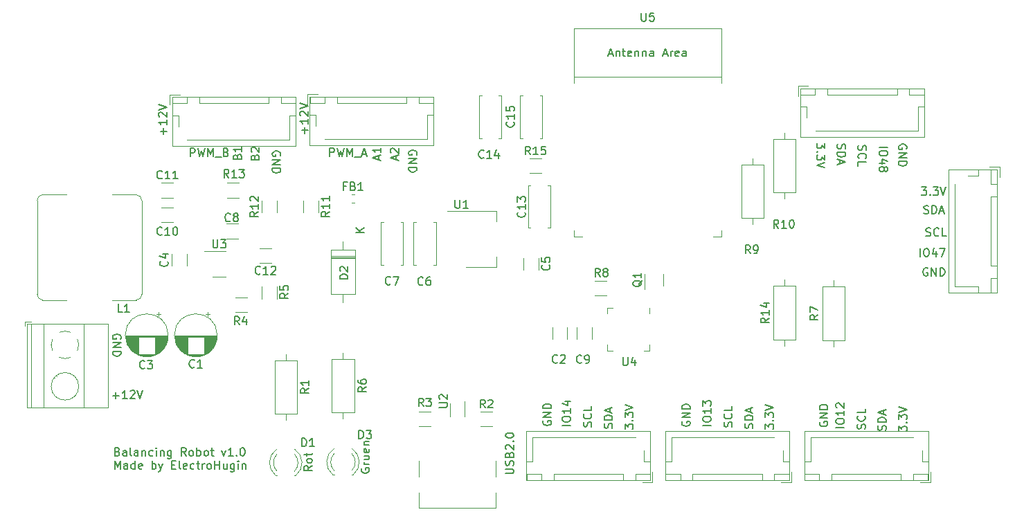
<source format=gbr>
%TF.GenerationSoftware,KiCad,Pcbnew,7.0.7*%
%TF.CreationDate,2024-02-08T23:22:07+01:00*%
%TF.ProjectId,balancing_robot,62616c61-6e63-4696-9e67-5f726f626f74,rev?*%
%TF.SameCoordinates,Original*%
%TF.FileFunction,Legend,Top*%
%TF.FilePolarity,Positive*%
%FSLAX46Y46*%
G04 Gerber Fmt 4.6, Leading zero omitted, Abs format (unit mm)*
G04 Created by KiCad (PCBNEW 7.0.7) date 2024-02-08 23:22:07*
%MOMM*%
%LPD*%
G01*
G04 APERTURE LIST*
%ADD10C,0.150000*%
%ADD11C,0.120000*%
G04 APERTURE END LIST*
D10*
X104420112Y-112986009D02*
X104562969Y-113033628D01*
X104562969Y-113033628D02*
X104610588Y-113081247D01*
X104610588Y-113081247D02*
X104658207Y-113176485D01*
X104658207Y-113176485D02*
X104658207Y-113319342D01*
X104658207Y-113319342D02*
X104610588Y-113414580D01*
X104610588Y-113414580D02*
X104562969Y-113462200D01*
X104562969Y-113462200D02*
X104467731Y-113509819D01*
X104467731Y-113509819D02*
X104086779Y-113509819D01*
X104086779Y-113509819D02*
X104086779Y-112509819D01*
X104086779Y-112509819D02*
X104420112Y-112509819D01*
X104420112Y-112509819D02*
X104515350Y-112557438D01*
X104515350Y-112557438D02*
X104562969Y-112605057D01*
X104562969Y-112605057D02*
X104610588Y-112700295D01*
X104610588Y-112700295D02*
X104610588Y-112795533D01*
X104610588Y-112795533D02*
X104562969Y-112890771D01*
X104562969Y-112890771D02*
X104515350Y-112938390D01*
X104515350Y-112938390D02*
X104420112Y-112986009D01*
X104420112Y-112986009D02*
X104086779Y-112986009D01*
X105515350Y-113509819D02*
X105515350Y-112986009D01*
X105515350Y-112986009D02*
X105467731Y-112890771D01*
X105467731Y-112890771D02*
X105372493Y-112843152D01*
X105372493Y-112843152D02*
X105182017Y-112843152D01*
X105182017Y-112843152D02*
X105086779Y-112890771D01*
X105515350Y-113462200D02*
X105420112Y-113509819D01*
X105420112Y-113509819D02*
X105182017Y-113509819D01*
X105182017Y-113509819D02*
X105086779Y-113462200D01*
X105086779Y-113462200D02*
X105039160Y-113366961D01*
X105039160Y-113366961D02*
X105039160Y-113271723D01*
X105039160Y-113271723D02*
X105086779Y-113176485D01*
X105086779Y-113176485D02*
X105182017Y-113128866D01*
X105182017Y-113128866D02*
X105420112Y-113128866D01*
X105420112Y-113128866D02*
X105515350Y-113081247D01*
X106134398Y-113509819D02*
X106039160Y-113462200D01*
X106039160Y-113462200D02*
X105991541Y-113366961D01*
X105991541Y-113366961D02*
X105991541Y-112509819D01*
X106943922Y-113509819D02*
X106943922Y-112986009D01*
X106943922Y-112986009D02*
X106896303Y-112890771D01*
X106896303Y-112890771D02*
X106801065Y-112843152D01*
X106801065Y-112843152D02*
X106610589Y-112843152D01*
X106610589Y-112843152D02*
X106515351Y-112890771D01*
X106943922Y-113462200D02*
X106848684Y-113509819D01*
X106848684Y-113509819D02*
X106610589Y-113509819D01*
X106610589Y-113509819D02*
X106515351Y-113462200D01*
X106515351Y-113462200D02*
X106467732Y-113366961D01*
X106467732Y-113366961D02*
X106467732Y-113271723D01*
X106467732Y-113271723D02*
X106515351Y-113176485D01*
X106515351Y-113176485D02*
X106610589Y-113128866D01*
X106610589Y-113128866D02*
X106848684Y-113128866D01*
X106848684Y-113128866D02*
X106943922Y-113081247D01*
X107420113Y-112843152D02*
X107420113Y-113509819D01*
X107420113Y-112938390D02*
X107467732Y-112890771D01*
X107467732Y-112890771D02*
X107562970Y-112843152D01*
X107562970Y-112843152D02*
X107705827Y-112843152D01*
X107705827Y-112843152D02*
X107801065Y-112890771D01*
X107801065Y-112890771D02*
X107848684Y-112986009D01*
X107848684Y-112986009D02*
X107848684Y-113509819D01*
X108753446Y-113462200D02*
X108658208Y-113509819D01*
X108658208Y-113509819D02*
X108467732Y-113509819D01*
X108467732Y-113509819D02*
X108372494Y-113462200D01*
X108372494Y-113462200D02*
X108324875Y-113414580D01*
X108324875Y-113414580D02*
X108277256Y-113319342D01*
X108277256Y-113319342D02*
X108277256Y-113033628D01*
X108277256Y-113033628D02*
X108324875Y-112938390D01*
X108324875Y-112938390D02*
X108372494Y-112890771D01*
X108372494Y-112890771D02*
X108467732Y-112843152D01*
X108467732Y-112843152D02*
X108658208Y-112843152D01*
X108658208Y-112843152D02*
X108753446Y-112890771D01*
X109182018Y-113509819D02*
X109182018Y-112843152D01*
X109182018Y-112509819D02*
X109134399Y-112557438D01*
X109134399Y-112557438D02*
X109182018Y-112605057D01*
X109182018Y-112605057D02*
X109229637Y-112557438D01*
X109229637Y-112557438D02*
X109182018Y-112509819D01*
X109182018Y-112509819D02*
X109182018Y-112605057D01*
X109658208Y-112843152D02*
X109658208Y-113509819D01*
X109658208Y-112938390D02*
X109705827Y-112890771D01*
X109705827Y-112890771D02*
X109801065Y-112843152D01*
X109801065Y-112843152D02*
X109943922Y-112843152D01*
X109943922Y-112843152D02*
X110039160Y-112890771D01*
X110039160Y-112890771D02*
X110086779Y-112986009D01*
X110086779Y-112986009D02*
X110086779Y-113509819D01*
X110991541Y-112843152D02*
X110991541Y-113652676D01*
X110991541Y-113652676D02*
X110943922Y-113747914D01*
X110943922Y-113747914D02*
X110896303Y-113795533D01*
X110896303Y-113795533D02*
X110801065Y-113843152D01*
X110801065Y-113843152D02*
X110658208Y-113843152D01*
X110658208Y-113843152D02*
X110562970Y-113795533D01*
X110991541Y-113462200D02*
X110896303Y-113509819D01*
X110896303Y-113509819D02*
X110705827Y-113509819D01*
X110705827Y-113509819D02*
X110610589Y-113462200D01*
X110610589Y-113462200D02*
X110562970Y-113414580D01*
X110562970Y-113414580D02*
X110515351Y-113319342D01*
X110515351Y-113319342D02*
X110515351Y-113033628D01*
X110515351Y-113033628D02*
X110562970Y-112938390D01*
X110562970Y-112938390D02*
X110610589Y-112890771D01*
X110610589Y-112890771D02*
X110705827Y-112843152D01*
X110705827Y-112843152D02*
X110896303Y-112843152D01*
X110896303Y-112843152D02*
X110991541Y-112890771D01*
X112801065Y-113509819D02*
X112467732Y-113033628D01*
X112229637Y-113509819D02*
X112229637Y-112509819D01*
X112229637Y-112509819D02*
X112610589Y-112509819D01*
X112610589Y-112509819D02*
X112705827Y-112557438D01*
X112705827Y-112557438D02*
X112753446Y-112605057D01*
X112753446Y-112605057D02*
X112801065Y-112700295D01*
X112801065Y-112700295D02*
X112801065Y-112843152D01*
X112801065Y-112843152D02*
X112753446Y-112938390D01*
X112753446Y-112938390D02*
X112705827Y-112986009D01*
X112705827Y-112986009D02*
X112610589Y-113033628D01*
X112610589Y-113033628D02*
X112229637Y-113033628D01*
X113372494Y-113509819D02*
X113277256Y-113462200D01*
X113277256Y-113462200D02*
X113229637Y-113414580D01*
X113229637Y-113414580D02*
X113182018Y-113319342D01*
X113182018Y-113319342D02*
X113182018Y-113033628D01*
X113182018Y-113033628D02*
X113229637Y-112938390D01*
X113229637Y-112938390D02*
X113277256Y-112890771D01*
X113277256Y-112890771D02*
X113372494Y-112843152D01*
X113372494Y-112843152D02*
X113515351Y-112843152D01*
X113515351Y-112843152D02*
X113610589Y-112890771D01*
X113610589Y-112890771D02*
X113658208Y-112938390D01*
X113658208Y-112938390D02*
X113705827Y-113033628D01*
X113705827Y-113033628D02*
X113705827Y-113319342D01*
X113705827Y-113319342D02*
X113658208Y-113414580D01*
X113658208Y-113414580D02*
X113610589Y-113462200D01*
X113610589Y-113462200D02*
X113515351Y-113509819D01*
X113515351Y-113509819D02*
X113372494Y-113509819D01*
X114134399Y-113509819D02*
X114134399Y-112509819D01*
X114134399Y-112890771D02*
X114229637Y-112843152D01*
X114229637Y-112843152D02*
X114420113Y-112843152D01*
X114420113Y-112843152D02*
X114515351Y-112890771D01*
X114515351Y-112890771D02*
X114562970Y-112938390D01*
X114562970Y-112938390D02*
X114610589Y-113033628D01*
X114610589Y-113033628D02*
X114610589Y-113319342D01*
X114610589Y-113319342D02*
X114562970Y-113414580D01*
X114562970Y-113414580D02*
X114515351Y-113462200D01*
X114515351Y-113462200D02*
X114420113Y-113509819D01*
X114420113Y-113509819D02*
X114229637Y-113509819D01*
X114229637Y-113509819D02*
X114134399Y-113462200D01*
X115182018Y-113509819D02*
X115086780Y-113462200D01*
X115086780Y-113462200D02*
X115039161Y-113414580D01*
X115039161Y-113414580D02*
X114991542Y-113319342D01*
X114991542Y-113319342D02*
X114991542Y-113033628D01*
X114991542Y-113033628D02*
X115039161Y-112938390D01*
X115039161Y-112938390D02*
X115086780Y-112890771D01*
X115086780Y-112890771D02*
X115182018Y-112843152D01*
X115182018Y-112843152D02*
X115324875Y-112843152D01*
X115324875Y-112843152D02*
X115420113Y-112890771D01*
X115420113Y-112890771D02*
X115467732Y-112938390D01*
X115467732Y-112938390D02*
X115515351Y-113033628D01*
X115515351Y-113033628D02*
X115515351Y-113319342D01*
X115515351Y-113319342D02*
X115467732Y-113414580D01*
X115467732Y-113414580D02*
X115420113Y-113462200D01*
X115420113Y-113462200D02*
X115324875Y-113509819D01*
X115324875Y-113509819D02*
X115182018Y-113509819D01*
X115801066Y-112843152D02*
X116182018Y-112843152D01*
X115943923Y-112509819D02*
X115943923Y-113366961D01*
X115943923Y-113366961D02*
X115991542Y-113462200D01*
X115991542Y-113462200D02*
X116086780Y-113509819D01*
X116086780Y-113509819D02*
X116182018Y-113509819D01*
X117182019Y-112843152D02*
X117420114Y-113509819D01*
X117420114Y-113509819D02*
X117658209Y-112843152D01*
X118562971Y-113509819D02*
X117991543Y-113509819D01*
X118277257Y-113509819D02*
X118277257Y-112509819D01*
X118277257Y-112509819D02*
X118182019Y-112652676D01*
X118182019Y-112652676D02*
X118086781Y-112747914D01*
X118086781Y-112747914D02*
X117991543Y-112795533D01*
X118991543Y-113414580D02*
X119039162Y-113462200D01*
X119039162Y-113462200D02*
X118991543Y-113509819D01*
X118991543Y-113509819D02*
X118943924Y-113462200D01*
X118943924Y-113462200D02*
X118991543Y-113414580D01*
X118991543Y-113414580D02*
X118991543Y-113509819D01*
X119658209Y-112509819D02*
X119753447Y-112509819D01*
X119753447Y-112509819D02*
X119848685Y-112557438D01*
X119848685Y-112557438D02*
X119896304Y-112605057D01*
X119896304Y-112605057D02*
X119943923Y-112700295D01*
X119943923Y-112700295D02*
X119991542Y-112890771D01*
X119991542Y-112890771D02*
X119991542Y-113128866D01*
X119991542Y-113128866D02*
X119943923Y-113319342D01*
X119943923Y-113319342D02*
X119896304Y-113414580D01*
X119896304Y-113414580D02*
X119848685Y-113462200D01*
X119848685Y-113462200D02*
X119753447Y-113509819D01*
X119753447Y-113509819D02*
X119658209Y-113509819D01*
X119658209Y-113509819D02*
X119562971Y-113462200D01*
X119562971Y-113462200D02*
X119515352Y-113414580D01*
X119515352Y-113414580D02*
X119467733Y-113319342D01*
X119467733Y-113319342D02*
X119420114Y-113128866D01*
X119420114Y-113128866D02*
X119420114Y-112890771D01*
X119420114Y-112890771D02*
X119467733Y-112700295D01*
X119467733Y-112700295D02*
X119515352Y-112605057D01*
X119515352Y-112605057D02*
X119562971Y-112557438D01*
X119562971Y-112557438D02*
X119658209Y-112509819D01*
X104086779Y-115119819D02*
X104086779Y-114119819D01*
X104086779Y-114119819D02*
X104420112Y-114834104D01*
X104420112Y-114834104D02*
X104753445Y-114119819D01*
X104753445Y-114119819D02*
X104753445Y-115119819D01*
X105658207Y-115119819D02*
X105658207Y-114596009D01*
X105658207Y-114596009D02*
X105610588Y-114500771D01*
X105610588Y-114500771D02*
X105515350Y-114453152D01*
X105515350Y-114453152D02*
X105324874Y-114453152D01*
X105324874Y-114453152D02*
X105229636Y-114500771D01*
X105658207Y-115072200D02*
X105562969Y-115119819D01*
X105562969Y-115119819D02*
X105324874Y-115119819D01*
X105324874Y-115119819D02*
X105229636Y-115072200D01*
X105229636Y-115072200D02*
X105182017Y-114976961D01*
X105182017Y-114976961D02*
X105182017Y-114881723D01*
X105182017Y-114881723D02*
X105229636Y-114786485D01*
X105229636Y-114786485D02*
X105324874Y-114738866D01*
X105324874Y-114738866D02*
X105562969Y-114738866D01*
X105562969Y-114738866D02*
X105658207Y-114691247D01*
X106562969Y-115119819D02*
X106562969Y-114119819D01*
X106562969Y-115072200D02*
X106467731Y-115119819D01*
X106467731Y-115119819D02*
X106277255Y-115119819D01*
X106277255Y-115119819D02*
X106182017Y-115072200D01*
X106182017Y-115072200D02*
X106134398Y-115024580D01*
X106134398Y-115024580D02*
X106086779Y-114929342D01*
X106086779Y-114929342D02*
X106086779Y-114643628D01*
X106086779Y-114643628D02*
X106134398Y-114548390D01*
X106134398Y-114548390D02*
X106182017Y-114500771D01*
X106182017Y-114500771D02*
X106277255Y-114453152D01*
X106277255Y-114453152D02*
X106467731Y-114453152D01*
X106467731Y-114453152D02*
X106562969Y-114500771D01*
X107420112Y-115072200D02*
X107324874Y-115119819D01*
X107324874Y-115119819D02*
X107134398Y-115119819D01*
X107134398Y-115119819D02*
X107039160Y-115072200D01*
X107039160Y-115072200D02*
X106991541Y-114976961D01*
X106991541Y-114976961D02*
X106991541Y-114596009D01*
X106991541Y-114596009D02*
X107039160Y-114500771D01*
X107039160Y-114500771D02*
X107134398Y-114453152D01*
X107134398Y-114453152D02*
X107324874Y-114453152D01*
X107324874Y-114453152D02*
X107420112Y-114500771D01*
X107420112Y-114500771D02*
X107467731Y-114596009D01*
X107467731Y-114596009D02*
X107467731Y-114691247D01*
X107467731Y-114691247D02*
X106991541Y-114786485D01*
X108658208Y-115119819D02*
X108658208Y-114119819D01*
X108658208Y-114500771D02*
X108753446Y-114453152D01*
X108753446Y-114453152D02*
X108943922Y-114453152D01*
X108943922Y-114453152D02*
X109039160Y-114500771D01*
X109039160Y-114500771D02*
X109086779Y-114548390D01*
X109086779Y-114548390D02*
X109134398Y-114643628D01*
X109134398Y-114643628D02*
X109134398Y-114929342D01*
X109134398Y-114929342D02*
X109086779Y-115024580D01*
X109086779Y-115024580D02*
X109039160Y-115072200D01*
X109039160Y-115072200D02*
X108943922Y-115119819D01*
X108943922Y-115119819D02*
X108753446Y-115119819D01*
X108753446Y-115119819D02*
X108658208Y-115072200D01*
X109467732Y-114453152D02*
X109705827Y-115119819D01*
X109943922Y-114453152D02*
X109705827Y-115119819D01*
X109705827Y-115119819D02*
X109610589Y-115357914D01*
X109610589Y-115357914D02*
X109562970Y-115405533D01*
X109562970Y-115405533D02*
X109467732Y-115453152D01*
X111086780Y-114596009D02*
X111420113Y-114596009D01*
X111562970Y-115119819D02*
X111086780Y-115119819D01*
X111086780Y-115119819D02*
X111086780Y-114119819D01*
X111086780Y-114119819D02*
X111562970Y-114119819D01*
X112134399Y-115119819D02*
X112039161Y-115072200D01*
X112039161Y-115072200D02*
X111991542Y-114976961D01*
X111991542Y-114976961D02*
X111991542Y-114119819D01*
X112896304Y-115072200D02*
X112801066Y-115119819D01*
X112801066Y-115119819D02*
X112610590Y-115119819D01*
X112610590Y-115119819D02*
X112515352Y-115072200D01*
X112515352Y-115072200D02*
X112467733Y-114976961D01*
X112467733Y-114976961D02*
X112467733Y-114596009D01*
X112467733Y-114596009D02*
X112515352Y-114500771D01*
X112515352Y-114500771D02*
X112610590Y-114453152D01*
X112610590Y-114453152D02*
X112801066Y-114453152D01*
X112801066Y-114453152D02*
X112896304Y-114500771D01*
X112896304Y-114500771D02*
X112943923Y-114596009D01*
X112943923Y-114596009D02*
X112943923Y-114691247D01*
X112943923Y-114691247D02*
X112467733Y-114786485D01*
X113801066Y-115072200D02*
X113705828Y-115119819D01*
X113705828Y-115119819D02*
X113515352Y-115119819D01*
X113515352Y-115119819D02*
X113420114Y-115072200D01*
X113420114Y-115072200D02*
X113372495Y-115024580D01*
X113372495Y-115024580D02*
X113324876Y-114929342D01*
X113324876Y-114929342D02*
X113324876Y-114643628D01*
X113324876Y-114643628D02*
X113372495Y-114548390D01*
X113372495Y-114548390D02*
X113420114Y-114500771D01*
X113420114Y-114500771D02*
X113515352Y-114453152D01*
X113515352Y-114453152D02*
X113705828Y-114453152D01*
X113705828Y-114453152D02*
X113801066Y-114500771D01*
X114086781Y-114453152D02*
X114467733Y-114453152D01*
X114229638Y-114119819D02*
X114229638Y-114976961D01*
X114229638Y-114976961D02*
X114277257Y-115072200D01*
X114277257Y-115072200D02*
X114372495Y-115119819D01*
X114372495Y-115119819D02*
X114467733Y-115119819D01*
X114801067Y-115119819D02*
X114801067Y-114453152D01*
X114801067Y-114643628D02*
X114848686Y-114548390D01*
X114848686Y-114548390D02*
X114896305Y-114500771D01*
X114896305Y-114500771D02*
X114991543Y-114453152D01*
X114991543Y-114453152D02*
X115086781Y-114453152D01*
X115562972Y-115119819D02*
X115467734Y-115072200D01*
X115467734Y-115072200D02*
X115420115Y-115024580D01*
X115420115Y-115024580D02*
X115372496Y-114929342D01*
X115372496Y-114929342D02*
X115372496Y-114643628D01*
X115372496Y-114643628D02*
X115420115Y-114548390D01*
X115420115Y-114548390D02*
X115467734Y-114500771D01*
X115467734Y-114500771D02*
X115562972Y-114453152D01*
X115562972Y-114453152D02*
X115705829Y-114453152D01*
X115705829Y-114453152D02*
X115801067Y-114500771D01*
X115801067Y-114500771D02*
X115848686Y-114548390D01*
X115848686Y-114548390D02*
X115896305Y-114643628D01*
X115896305Y-114643628D02*
X115896305Y-114929342D01*
X115896305Y-114929342D02*
X115848686Y-115024580D01*
X115848686Y-115024580D02*
X115801067Y-115072200D01*
X115801067Y-115072200D02*
X115705829Y-115119819D01*
X115705829Y-115119819D02*
X115562972Y-115119819D01*
X116324877Y-115119819D02*
X116324877Y-114119819D01*
X116324877Y-114596009D02*
X116896305Y-114596009D01*
X116896305Y-115119819D02*
X116896305Y-114119819D01*
X117801067Y-114453152D02*
X117801067Y-115119819D01*
X117372496Y-114453152D02*
X117372496Y-114976961D01*
X117372496Y-114976961D02*
X117420115Y-115072200D01*
X117420115Y-115072200D02*
X117515353Y-115119819D01*
X117515353Y-115119819D02*
X117658210Y-115119819D01*
X117658210Y-115119819D02*
X117753448Y-115072200D01*
X117753448Y-115072200D02*
X117801067Y-115024580D01*
X118705829Y-114453152D02*
X118705829Y-115262676D01*
X118705829Y-115262676D02*
X118658210Y-115357914D01*
X118658210Y-115357914D02*
X118610591Y-115405533D01*
X118610591Y-115405533D02*
X118515353Y-115453152D01*
X118515353Y-115453152D02*
X118372496Y-115453152D01*
X118372496Y-115453152D02*
X118277258Y-115405533D01*
X118705829Y-115072200D02*
X118610591Y-115119819D01*
X118610591Y-115119819D02*
X118420115Y-115119819D01*
X118420115Y-115119819D02*
X118324877Y-115072200D01*
X118324877Y-115072200D02*
X118277258Y-115024580D01*
X118277258Y-115024580D02*
X118229639Y-114929342D01*
X118229639Y-114929342D02*
X118229639Y-114643628D01*
X118229639Y-114643628D02*
X118277258Y-114548390D01*
X118277258Y-114548390D02*
X118324877Y-114500771D01*
X118324877Y-114500771D02*
X118420115Y-114453152D01*
X118420115Y-114453152D02*
X118610591Y-114453152D01*
X118610591Y-114453152D02*
X118705829Y-114500771D01*
X119182020Y-115119819D02*
X119182020Y-114453152D01*
X119182020Y-114119819D02*
X119134401Y-114167438D01*
X119134401Y-114167438D02*
X119182020Y-114215057D01*
X119182020Y-114215057D02*
X119229639Y-114167438D01*
X119229639Y-114167438D02*
X119182020Y-114119819D01*
X119182020Y-114119819D02*
X119182020Y-114215057D01*
X119658210Y-114453152D02*
X119658210Y-115119819D01*
X119658210Y-114548390D02*
X119705829Y-114500771D01*
X119705829Y-114500771D02*
X119801067Y-114453152D01*
X119801067Y-114453152D02*
X119943924Y-114453152D01*
X119943924Y-114453152D02*
X120039162Y-114500771D01*
X120039162Y-114500771D02*
X120086781Y-114596009D01*
X120086781Y-114596009D02*
X120086781Y-115119819D01*
X164894307Y-110101701D02*
X164941926Y-109958844D01*
X164941926Y-109958844D02*
X164941926Y-109720749D01*
X164941926Y-109720749D02*
X164894307Y-109625511D01*
X164894307Y-109625511D02*
X164846687Y-109577892D01*
X164846687Y-109577892D02*
X164751449Y-109530273D01*
X164751449Y-109530273D02*
X164656211Y-109530273D01*
X164656211Y-109530273D02*
X164560973Y-109577892D01*
X164560973Y-109577892D02*
X164513354Y-109625511D01*
X164513354Y-109625511D02*
X164465735Y-109720749D01*
X164465735Y-109720749D02*
X164418116Y-109911225D01*
X164418116Y-109911225D02*
X164370497Y-110006463D01*
X164370497Y-110006463D02*
X164322878Y-110054082D01*
X164322878Y-110054082D02*
X164227640Y-110101701D01*
X164227640Y-110101701D02*
X164132402Y-110101701D01*
X164132402Y-110101701D02*
X164037164Y-110054082D01*
X164037164Y-110054082D02*
X163989545Y-110006463D01*
X163989545Y-110006463D02*
X163941926Y-109911225D01*
X163941926Y-109911225D02*
X163941926Y-109673130D01*
X163941926Y-109673130D02*
X163989545Y-109530273D01*
X164941926Y-109101701D02*
X163941926Y-109101701D01*
X163941926Y-109101701D02*
X163941926Y-108863606D01*
X163941926Y-108863606D02*
X163989545Y-108720749D01*
X163989545Y-108720749D02*
X164084783Y-108625511D01*
X164084783Y-108625511D02*
X164180021Y-108577892D01*
X164180021Y-108577892D02*
X164370497Y-108530273D01*
X164370497Y-108530273D02*
X164513354Y-108530273D01*
X164513354Y-108530273D02*
X164703830Y-108577892D01*
X164703830Y-108577892D02*
X164799068Y-108625511D01*
X164799068Y-108625511D02*
X164894307Y-108720749D01*
X164894307Y-108720749D02*
X164941926Y-108863606D01*
X164941926Y-108863606D02*
X164941926Y-109101701D01*
X164656211Y-108149320D02*
X164656211Y-107673130D01*
X164941926Y-108244558D02*
X163941926Y-107911225D01*
X163941926Y-107911225D02*
X164941926Y-107577892D01*
X190922453Y-75252087D02*
X190922453Y-75871134D01*
X190922453Y-75871134D02*
X190541501Y-75537801D01*
X190541501Y-75537801D02*
X190541501Y-75680658D01*
X190541501Y-75680658D02*
X190493882Y-75775896D01*
X190493882Y-75775896D02*
X190446263Y-75823515D01*
X190446263Y-75823515D02*
X190351025Y-75871134D01*
X190351025Y-75871134D02*
X190112930Y-75871134D01*
X190112930Y-75871134D02*
X190017692Y-75823515D01*
X190017692Y-75823515D02*
X189970073Y-75775896D01*
X189970073Y-75775896D02*
X189922453Y-75680658D01*
X189922453Y-75680658D02*
X189922453Y-75394944D01*
X189922453Y-75394944D02*
X189970073Y-75299706D01*
X189970073Y-75299706D02*
X190017692Y-75252087D01*
X190017692Y-76299706D02*
X189970073Y-76347325D01*
X189970073Y-76347325D02*
X189922453Y-76299706D01*
X189922453Y-76299706D02*
X189970073Y-76252087D01*
X189970073Y-76252087D02*
X190017692Y-76299706D01*
X190017692Y-76299706D02*
X189922453Y-76299706D01*
X190922453Y-76680658D02*
X190922453Y-77299705D01*
X190922453Y-77299705D02*
X190541501Y-76966372D01*
X190541501Y-76966372D02*
X190541501Y-77109229D01*
X190541501Y-77109229D02*
X190493882Y-77204467D01*
X190493882Y-77204467D02*
X190446263Y-77252086D01*
X190446263Y-77252086D02*
X190351025Y-77299705D01*
X190351025Y-77299705D02*
X190112930Y-77299705D01*
X190112930Y-77299705D02*
X190017692Y-77252086D01*
X190017692Y-77252086D02*
X189970073Y-77204467D01*
X189970073Y-77204467D02*
X189922453Y-77109229D01*
X189922453Y-77109229D02*
X189922453Y-76823515D01*
X189922453Y-76823515D02*
X189970073Y-76728277D01*
X189970073Y-76728277D02*
X190017692Y-76680658D01*
X190922453Y-77585420D02*
X189922453Y-77918753D01*
X189922453Y-77918753D02*
X190922453Y-78252086D01*
X199947200Y-110494933D02*
X199947200Y-109875886D01*
X199947200Y-109875886D02*
X200328152Y-110209219D01*
X200328152Y-110209219D02*
X200328152Y-110066362D01*
X200328152Y-110066362D02*
X200375771Y-109971124D01*
X200375771Y-109971124D02*
X200423390Y-109923505D01*
X200423390Y-109923505D02*
X200518628Y-109875886D01*
X200518628Y-109875886D02*
X200756723Y-109875886D01*
X200756723Y-109875886D02*
X200851961Y-109923505D01*
X200851961Y-109923505D02*
X200899581Y-109971124D01*
X200899581Y-109971124D02*
X200947200Y-110066362D01*
X200947200Y-110066362D02*
X200947200Y-110352076D01*
X200947200Y-110352076D02*
X200899581Y-110447314D01*
X200899581Y-110447314D02*
X200851961Y-110494933D01*
X200851961Y-109447314D02*
X200899581Y-109399695D01*
X200899581Y-109399695D02*
X200947200Y-109447314D01*
X200947200Y-109447314D02*
X200899581Y-109494933D01*
X200899581Y-109494933D02*
X200851961Y-109447314D01*
X200851961Y-109447314D02*
X200947200Y-109447314D01*
X199947200Y-109066362D02*
X199947200Y-108447315D01*
X199947200Y-108447315D02*
X200328152Y-108780648D01*
X200328152Y-108780648D02*
X200328152Y-108637791D01*
X200328152Y-108637791D02*
X200375771Y-108542553D01*
X200375771Y-108542553D02*
X200423390Y-108494934D01*
X200423390Y-108494934D02*
X200518628Y-108447315D01*
X200518628Y-108447315D02*
X200756723Y-108447315D01*
X200756723Y-108447315D02*
X200851961Y-108494934D01*
X200851961Y-108494934D02*
X200899581Y-108542553D01*
X200899581Y-108542553D02*
X200947200Y-108637791D01*
X200947200Y-108637791D02*
X200947200Y-108923505D01*
X200947200Y-108923505D02*
X200899581Y-109018743D01*
X200899581Y-109018743D02*
X200851961Y-109066362D01*
X199947200Y-108161600D02*
X200947200Y-107828267D01*
X200947200Y-107828267D02*
X199947200Y-107494934D01*
X104790345Y-99191552D02*
X104837964Y-99096314D01*
X104837964Y-99096314D02*
X104837964Y-98953457D01*
X104837964Y-98953457D02*
X104790345Y-98810600D01*
X104790345Y-98810600D02*
X104695107Y-98715362D01*
X104695107Y-98715362D02*
X104599869Y-98667743D01*
X104599869Y-98667743D02*
X104409393Y-98620124D01*
X104409393Y-98620124D02*
X104266536Y-98620124D01*
X104266536Y-98620124D02*
X104076060Y-98667743D01*
X104076060Y-98667743D02*
X103980822Y-98715362D01*
X103980822Y-98715362D02*
X103885584Y-98810600D01*
X103885584Y-98810600D02*
X103837964Y-98953457D01*
X103837964Y-98953457D02*
X103837964Y-99048695D01*
X103837964Y-99048695D02*
X103885584Y-99191552D01*
X103885584Y-99191552D02*
X103933203Y-99239171D01*
X103933203Y-99239171D02*
X104266536Y-99239171D01*
X104266536Y-99239171D02*
X104266536Y-99048695D01*
X103837964Y-99667743D02*
X104837964Y-99667743D01*
X104837964Y-99667743D02*
X103837964Y-100239171D01*
X103837964Y-100239171D02*
X104837964Y-100239171D01*
X103837964Y-100715362D02*
X104837964Y-100715362D01*
X104837964Y-100715362D02*
X104837964Y-100953457D01*
X104837964Y-100953457D02*
X104790345Y-101096314D01*
X104790345Y-101096314D02*
X104695107Y-101191552D01*
X104695107Y-101191552D02*
X104599869Y-101239171D01*
X104599869Y-101239171D02*
X104409393Y-101286790D01*
X104409393Y-101286790D02*
X104266536Y-101286790D01*
X104266536Y-101286790D02*
X104076060Y-101239171D01*
X104076060Y-101239171D02*
X103980822Y-101191552D01*
X103980822Y-101191552D02*
X103885584Y-101096314D01*
X103885584Y-101096314D02*
X103837964Y-100953457D01*
X103837964Y-100953457D02*
X103837964Y-100715362D01*
X130364749Y-76855717D02*
X130364749Y-75855717D01*
X130364749Y-75855717D02*
X130745701Y-75855717D01*
X130745701Y-75855717D02*
X130840939Y-75903336D01*
X130840939Y-75903336D02*
X130888558Y-75950955D01*
X130888558Y-75950955D02*
X130936177Y-76046193D01*
X130936177Y-76046193D02*
X130936177Y-76189050D01*
X130936177Y-76189050D02*
X130888558Y-76284288D01*
X130888558Y-76284288D02*
X130840939Y-76331907D01*
X130840939Y-76331907D02*
X130745701Y-76379526D01*
X130745701Y-76379526D02*
X130364749Y-76379526D01*
X131269511Y-75855717D02*
X131507606Y-76855717D01*
X131507606Y-76855717D02*
X131698082Y-76141431D01*
X131698082Y-76141431D02*
X131888558Y-76855717D01*
X131888558Y-76855717D02*
X132126654Y-75855717D01*
X132507606Y-76855717D02*
X132507606Y-75855717D01*
X132507606Y-75855717D02*
X132840939Y-76570002D01*
X132840939Y-76570002D02*
X133174272Y-75855717D01*
X133174272Y-75855717D02*
X133174272Y-76855717D01*
X133412368Y-76950955D02*
X134174272Y-76950955D01*
X134364749Y-76570002D02*
X134840939Y-76570002D01*
X134269511Y-76855717D02*
X134602844Y-75855717D01*
X134602844Y-75855717D02*
X134936177Y-76855717D01*
X156523078Y-109223900D02*
X156475459Y-109319138D01*
X156475459Y-109319138D02*
X156475459Y-109461995D01*
X156475459Y-109461995D02*
X156523078Y-109604852D01*
X156523078Y-109604852D02*
X156618316Y-109700090D01*
X156618316Y-109700090D02*
X156713554Y-109747709D01*
X156713554Y-109747709D02*
X156904030Y-109795328D01*
X156904030Y-109795328D02*
X157046887Y-109795328D01*
X157046887Y-109795328D02*
X157237363Y-109747709D01*
X157237363Y-109747709D02*
X157332601Y-109700090D01*
X157332601Y-109700090D02*
X157427840Y-109604852D01*
X157427840Y-109604852D02*
X157475459Y-109461995D01*
X157475459Y-109461995D02*
X157475459Y-109366757D01*
X157475459Y-109366757D02*
X157427840Y-109223900D01*
X157427840Y-109223900D02*
X157380220Y-109176281D01*
X157380220Y-109176281D02*
X157046887Y-109176281D01*
X157046887Y-109176281D02*
X157046887Y-109366757D01*
X157475459Y-108747709D02*
X156475459Y-108747709D01*
X156475459Y-108747709D02*
X157475459Y-108176281D01*
X157475459Y-108176281D02*
X156475459Y-108176281D01*
X157475459Y-107700090D02*
X156475459Y-107700090D01*
X156475459Y-107700090D02*
X156475459Y-107461995D01*
X156475459Y-107461995D02*
X156523078Y-107319138D01*
X156523078Y-107319138D02*
X156618316Y-107223900D01*
X156618316Y-107223900D02*
X156713554Y-107176281D01*
X156713554Y-107176281D02*
X156904030Y-107128662D01*
X156904030Y-107128662D02*
X157046887Y-107128662D01*
X157046887Y-107128662D02*
X157237363Y-107176281D01*
X157237363Y-107176281D02*
X157332601Y-107223900D01*
X157332601Y-107223900D02*
X157427840Y-107319138D01*
X157427840Y-107319138D02*
X157475459Y-107461995D01*
X157475459Y-107461995D02*
X157475459Y-107700090D01*
X138509815Y-77288277D02*
X138509815Y-76812087D01*
X138795530Y-77383515D02*
X137795530Y-77050182D01*
X137795530Y-77050182D02*
X138795530Y-76716849D01*
X137890768Y-76431134D02*
X137843149Y-76383515D01*
X137843149Y-76383515D02*
X137795530Y-76288277D01*
X137795530Y-76288277D02*
X137795530Y-76050182D01*
X137795530Y-76050182D02*
X137843149Y-75954944D01*
X137843149Y-75954944D02*
X137890768Y-75907325D01*
X137890768Y-75907325D02*
X137986006Y-75859706D01*
X137986006Y-75859706D02*
X138081244Y-75859706D01*
X138081244Y-75859706D02*
X138224101Y-75907325D01*
X138224101Y-75907325D02*
X138795530Y-76478753D01*
X138795530Y-76478753D02*
X138795530Y-75859706D01*
X202586779Y-89119819D02*
X202586779Y-88119819D01*
X203253445Y-88119819D02*
X203443921Y-88119819D01*
X203443921Y-88119819D02*
X203539159Y-88167438D01*
X203539159Y-88167438D02*
X203634397Y-88262676D01*
X203634397Y-88262676D02*
X203682016Y-88453152D01*
X203682016Y-88453152D02*
X203682016Y-88786485D01*
X203682016Y-88786485D02*
X203634397Y-88976961D01*
X203634397Y-88976961D02*
X203539159Y-89072200D01*
X203539159Y-89072200D02*
X203443921Y-89119819D01*
X203443921Y-89119819D02*
X203253445Y-89119819D01*
X203253445Y-89119819D02*
X203158207Y-89072200D01*
X203158207Y-89072200D02*
X203062969Y-88976961D01*
X203062969Y-88976961D02*
X203015350Y-88786485D01*
X203015350Y-88786485D02*
X203015350Y-88453152D01*
X203015350Y-88453152D02*
X203062969Y-88262676D01*
X203062969Y-88262676D02*
X203158207Y-88167438D01*
X203158207Y-88167438D02*
X203253445Y-88119819D01*
X204539159Y-88453152D02*
X204539159Y-89119819D01*
X204301064Y-88072200D02*
X204062969Y-88786485D01*
X204062969Y-88786485D02*
X204682016Y-88786485D01*
X204967731Y-88119819D02*
X205634397Y-88119819D01*
X205634397Y-88119819D02*
X205205826Y-89119819D01*
X173494761Y-109294403D02*
X173447142Y-109389641D01*
X173447142Y-109389641D02*
X173447142Y-109532498D01*
X173447142Y-109532498D02*
X173494761Y-109675355D01*
X173494761Y-109675355D02*
X173589999Y-109770593D01*
X173589999Y-109770593D02*
X173685237Y-109818212D01*
X173685237Y-109818212D02*
X173875713Y-109865831D01*
X173875713Y-109865831D02*
X174018570Y-109865831D01*
X174018570Y-109865831D02*
X174209046Y-109818212D01*
X174209046Y-109818212D02*
X174304284Y-109770593D01*
X174304284Y-109770593D02*
X174399523Y-109675355D01*
X174399523Y-109675355D02*
X174447142Y-109532498D01*
X174447142Y-109532498D02*
X174447142Y-109437260D01*
X174447142Y-109437260D02*
X174399523Y-109294403D01*
X174399523Y-109294403D02*
X174351903Y-109246784D01*
X174351903Y-109246784D02*
X174018570Y-109246784D01*
X174018570Y-109246784D02*
X174018570Y-109437260D01*
X174447142Y-108818212D02*
X173447142Y-108818212D01*
X173447142Y-108818212D02*
X174447142Y-108246784D01*
X174447142Y-108246784D02*
X173447142Y-108246784D01*
X174447142Y-107770593D02*
X173447142Y-107770593D01*
X173447142Y-107770593D02*
X173447142Y-107532498D01*
X173447142Y-107532498D02*
X173494761Y-107389641D01*
X173494761Y-107389641D02*
X173589999Y-107294403D01*
X173589999Y-107294403D02*
X173685237Y-107246784D01*
X173685237Y-107246784D02*
X173875713Y-107199165D01*
X173875713Y-107199165D02*
X174018570Y-107199165D01*
X174018570Y-107199165D02*
X174209046Y-107246784D01*
X174209046Y-107246784D02*
X174304284Y-107294403D01*
X174304284Y-107294403D02*
X174399523Y-107389641D01*
X174399523Y-107389641D02*
X174447142Y-107532498D01*
X174447142Y-107532498D02*
X174447142Y-107770593D01*
X195822200Y-110200839D02*
X195869819Y-110057982D01*
X195869819Y-110057982D02*
X195869819Y-109819887D01*
X195869819Y-109819887D02*
X195822200Y-109724649D01*
X195822200Y-109724649D02*
X195774580Y-109677030D01*
X195774580Y-109677030D02*
X195679342Y-109629411D01*
X195679342Y-109629411D02*
X195584104Y-109629411D01*
X195584104Y-109629411D02*
X195488866Y-109677030D01*
X195488866Y-109677030D02*
X195441247Y-109724649D01*
X195441247Y-109724649D02*
X195393628Y-109819887D01*
X195393628Y-109819887D02*
X195346009Y-110010363D01*
X195346009Y-110010363D02*
X195298390Y-110105601D01*
X195298390Y-110105601D02*
X195250771Y-110153220D01*
X195250771Y-110153220D02*
X195155533Y-110200839D01*
X195155533Y-110200839D02*
X195060295Y-110200839D01*
X195060295Y-110200839D02*
X194965057Y-110153220D01*
X194965057Y-110153220D02*
X194917438Y-110105601D01*
X194917438Y-110105601D02*
X194869819Y-110010363D01*
X194869819Y-110010363D02*
X194869819Y-109772268D01*
X194869819Y-109772268D02*
X194917438Y-109629411D01*
X195774580Y-108629411D02*
X195822200Y-108677030D01*
X195822200Y-108677030D02*
X195869819Y-108819887D01*
X195869819Y-108819887D02*
X195869819Y-108915125D01*
X195869819Y-108915125D02*
X195822200Y-109057982D01*
X195822200Y-109057982D02*
X195726961Y-109153220D01*
X195726961Y-109153220D02*
X195631723Y-109200839D01*
X195631723Y-109200839D02*
X195441247Y-109248458D01*
X195441247Y-109248458D02*
X195298390Y-109248458D01*
X195298390Y-109248458D02*
X195107914Y-109200839D01*
X195107914Y-109200839D02*
X195012676Y-109153220D01*
X195012676Y-109153220D02*
X194917438Y-109057982D01*
X194917438Y-109057982D02*
X194869819Y-108915125D01*
X194869819Y-108915125D02*
X194869819Y-108819887D01*
X194869819Y-108819887D02*
X194917438Y-108677030D01*
X194917438Y-108677030D02*
X194965057Y-108629411D01*
X195869819Y-107724649D02*
X195869819Y-108200839D01*
X195869819Y-108200839D02*
X194869819Y-108200839D01*
X203289160Y-86572200D02*
X203432017Y-86619819D01*
X203432017Y-86619819D02*
X203670112Y-86619819D01*
X203670112Y-86619819D02*
X203765350Y-86572200D01*
X203765350Y-86572200D02*
X203812969Y-86524580D01*
X203812969Y-86524580D02*
X203860588Y-86429342D01*
X203860588Y-86429342D02*
X203860588Y-86334104D01*
X203860588Y-86334104D02*
X203812969Y-86238866D01*
X203812969Y-86238866D02*
X203765350Y-86191247D01*
X203765350Y-86191247D02*
X203670112Y-86143628D01*
X203670112Y-86143628D02*
X203479636Y-86096009D01*
X203479636Y-86096009D02*
X203384398Y-86048390D01*
X203384398Y-86048390D02*
X203336779Y-86000771D01*
X203336779Y-86000771D02*
X203289160Y-85905533D01*
X203289160Y-85905533D02*
X203289160Y-85810295D01*
X203289160Y-85810295D02*
X203336779Y-85715057D01*
X203336779Y-85715057D02*
X203384398Y-85667438D01*
X203384398Y-85667438D02*
X203479636Y-85619819D01*
X203479636Y-85619819D02*
X203717731Y-85619819D01*
X203717731Y-85619819D02*
X203860588Y-85667438D01*
X204860588Y-86524580D02*
X204812969Y-86572200D01*
X204812969Y-86572200D02*
X204670112Y-86619819D01*
X204670112Y-86619819D02*
X204574874Y-86619819D01*
X204574874Y-86619819D02*
X204432017Y-86572200D01*
X204432017Y-86572200D02*
X204336779Y-86476961D01*
X204336779Y-86476961D02*
X204289160Y-86381723D01*
X204289160Y-86381723D02*
X204241541Y-86191247D01*
X204241541Y-86191247D02*
X204241541Y-86048390D01*
X204241541Y-86048390D02*
X204289160Y-85857914D01*
X204289160Y-85857914D02*
X204336779Y-85762676D01*
X204336779Y-85762676D02*
X204432017Y-85667438D01*
X204432017Y-85667438D02*
X204574874Y-85619819D01*
X204574874Y-85619819D02*
X204670112Y-85619819D01*
X204670112Y-85619819D02*
X204812969Y-85667438D01*
X204812969Y-85667438D02*
X204860588Y-85715057D01*
X205765350Y-86619819D02*
X205289160Y-86619819D01*
X205289160Y-86619819D02*
X205289160Y-85619819D01*
X195047454Y-75546181D02*
X194999834Y-75689038D01*
X194999834Y-75689038D02*
X194999834Y-75927133D01*
X194999834Y-75927133D02*
X195047454Y-76022371D01*
X195047454Y-76022371D02*
X195095073Y-76069990D01*
X195095073Y-76069990D02*
X195190311Y-76117609D01*
X195190311Y-76117609D02*
X195285549Y-76117609D01*
X195285549Y-76117609D02*
X195380787Y-76069990D01*
X195380787Y-76069990D02*
X195428406Y-76022371D01*
X195428406Y-76022371D02*
X195476025Y-75927133D01*
X195476025Y-75927133D02*
X195523644Y-75736657D01*
X195523644Y-75736657D02*
X195571263Y-75641419D01*
X195571263Y-75641419D02*
X195618882Y-75593800D01*
X195618882Y-75593800D02*
X195714120Y-75546181D01*
X195714120Y-75546181D02*
X195809358Y-75546181D01*
X195809358Y-75546181D02*
X195904596Y-75593800D01*
X195904596Y-75593800D02*
X195952215Y-75641419D01*
X195952215Y-75641419D02*
X195999834Y-75736657D01*
X195999834Y-75736657D02*
X195999834Y-75974752D01*
X195999834Y-75974752D02*
X195952215Y-76117609D01*
X195095073Y-77117609D02*
X195047454Y-77069990D01*
X195047454Y-77069990D02*
X194999834Y-76927133D01*
X194999834Y-76927133D02*
X194999834Y-76831895D01*
X194999834Y-76831895D02*
X195047454Y-76689038D01*
X195047454Y-76689038D02*
X195142692Y-76593800D01*
X195142692Y-76593800D02*
X195237930Y-76546181D01*
X195237930Y-76546181D02*
X195428406Y-76498562D01*
X195428406Y-76498562D02*
X195571263Y-76498562D01*
X195571263Y-76498562D02*
X195761739Y-76546181D01*
X195761739Y-76546181D02*
X195856977Y-76593800D01*
X195856977Y-76593800D02*
X195952215Y-76689038D01*
X195952215Y-76689038D02*
X195999834Y-76831895D01*
X195999834Y-76831895D02*
X195999834Y-76927133D01*
X195999834Y-76927133D02*
X195952215Y-77069990D01*
X195952215Y-77069990D02*
X195904596Y-77117609D01*
X194999834Y-78022371D02*
X194999834Y-77546181D01*
X194999834Y-77546181D02*
X195999834Y-77546181D01*
X113333340Y-76880365D02*
X113333340Y-75880365D01*
X113333340Y-75880365D02*
X113714292Y-75880365D01*
X113714292Y-75880365D02*
X113809530Y-75927984D01*
X113809530Y-75927984D02*
X113857149Y-75975603D01*
X113857149Y-75975603D02*
X113904768Y-76070841D01*
X113904768Y-76070841D02*
X113904768Y-76213698D01*
X113904768Y-76213698D02*
X113857149Y-76308936D01*
X113857149Y-76308936D02*
X113809530Y-76356555D01*
X113809530Y-76356555D02*
X113714292Y-76404174D01*
X113714292Y-76404174D02*
X113333340Y-76404174D01*
X114238102Y-75880365D02*
X114476197Y-76880365D01*
X114476197Y-76880365D02*
X114666673Y-76166079D01*
X114666673Y-76166079D02*
X114857149Y-76880365D01*
X114857149Y-76880365D02*
X115095245Y-75880365D01*
X115476197Y-76880365D02*
X115476197Y-75880365D01*
X115476197Y-75880365D02*
X115809530Y-76594650D01*
X115809530Y-76594650D02*
X116142863Y-75880365D01*
X116142863Y-75880365D02*
X116142863Y-76880365D01*
X116380959Y-76975603D02*
X117142863Y-76975603D01*
X117714292Y-76356555D02*
X117857149Y-76404174D01*
X117857149Y-76404174D02*
X117904768Y-76451793D01*
X117904768Y-76451793D02*
X117952387Y-76547031D01*
X117952387Y-76547031D02*
X117952387Y-76689888D01*
X117952387Y-76689888D02*
X117904768Y-76785126D01*
X117904768Y-76785126D02*
X117857149Y-76832746D01*
X117857149Y-76832746D02*
X117761911Y-76880365D01*
X117761911Y-76880365D02*
X117380959Y-76880365D01*
X117380959Y-76880365D02*
X117380959Y-75880365D01*
X117380959Y-75880365D02*
X117714292Y-75880365D01*
X117714292Y-75880365D02*
X117809530Y-75927984D01*
X117809530Y-75927984D02*
X117857149Y-75975603D01*
X117857149Y-75975603D02*
X117904768Y-76070841D01*
X117904768Y-76070841D02*
X117904768Y-76166079D01*
X117904768Y-76166079D02*
X117857149Y-76261317D01*
X117857149Y-76261317D02*
X117809530Y-76308936D01*
X117809530Y-76308936D02*
X117714292Y-76356555D01*
X117714292Y-76356555D02*
X117380959Y-76356555D01*
X110069974Y-74159723D02*
X110069974Y-73397819D01*
X110450927Y-73778771D02*
X109689022Y-73778771D01*
X110450927Y-72397819D02*
X110450927Y-72969247D01*
X110450927Y-72683533D02*
X109450927Y-72683533D01*
X109450927Y-72683533D02*
X109593784Y-72778771D01*
X109593784Y-72778771D02*
X109689022Y-72874009D01*
X109689022Y-72874009D02*
X109736641Y-72969247D01*
X109546165Y-72016866D02*
X109498546Y-71969247D01*
X109498546Y-71969247D02*
X109450927Y-71874009D01*
X109450927Y-71874009D02*
X109450927Y-71635914D01*
X109450927Y-71635914D02*
X109498546Y-71540676D01*
X109498546Y-71540676D02*
X109546165Y-71493057D01*
X109546165Y-71493057D02*
X109641403Y-71445438D01*
X109641403Y-71445438D02*
X109736641Y-71445438D01*
X109736641Y-71445438D02*
X109879498Y-71493057D01*
X109879498Y-71493057D02*
X110450927Y-72064485D01*
X110450927Y-72064485D02*
X110450927Y-71445438D01*
X109450927Y-71159723D02*
X110450927Y-70826390D01*
X110450927Y-70826390D02*
X109450927Y-70493057D01*
X183655214Y-110230285D02*
X183655214Y-109611238D01*
X183655214Y-109611238D02*
X184036166Y-109944571D01*
X184036166Y-109944571D02*
X184036166Y-109801714D01*
X184036166Y-109801714D02*
X184083785Y-109706476D01*
X184083785Y-109706476D02*
X184131404Y-109658857D01*
X184131404Y-109658857D02*
X184226642Y-109611238D01*
X184226642Y-109611238D02*
X184464737Y-109611238D01*
X184464737Y-109611238D02*
X184559975Y-109658857D01*
X184559975Y-109658857D02*
X184607595Y-109706476D01*
X184607595Y-109706476D02*
X184655214Y-109801714D01*
X184655214Y-109801714D02*
X184655214Y-110087428D01*
X184655214Y-110087428D02*
X184607595Y-110182666D01*
X184607595Y-110182666D02*
X184559975Y-110230285D01*
X184559975Y-109182666D02*
X184607595Y-109135047D01*
X184607595Y-109135047D02*
X184655214Y-109182666D01*
X184655214Y-109182666D02*
X184607595Y-109230285D01*
X184607595Y-109230285D02*
X184559975Y-109182666D01*
X184559975Y-109182666D02*
X184655214Y-109182666D01*
X183655214Y-108801714D02*
X183655214Y-108182667D01*
X183655214Y-108182667D02*
X184036166Y-108516000D01*
X184036166Y-108516000D02*
X184036166Y-108373143D01*
X184036166Y-108373143D02*
X184083785Y-108277905D01*
X184083785Y-108277905D02*
X184131404Y-108230286D01*
X184131404Y-108230286D02*
X184226642Y-108182667D01*
X184226642Y-108182667D02*
X184464737Y-108182667D01*
X184464737Y-108182667D02*
X184559975Y-108230286D01*
X184559975Y-108230286D02*
X184607595Y-108277905D01*
X184607595Y-108277905D02*
X184655214Y-108373143D01*
X184655214Y-108373143D02*
X184655214Y-108658857D01*
X184655214Y-108658857D02*
X184607595Y-108754095D01*
X184607595Y-108754095D02*
X184559975Y-108801714D01*
X183655214Y-107896952D02*
X184655214Y-107563619D01*
X184655214Y-107563619D02*
X183655214Y-107230286D01*
X134272934Y-115032051D02*
X134225315Y-115127289D01*
X134225315Y-115127289D02*
X134225315Y-115270146D01*
X134225315Y-115270146D02*
X134272934Y-115413003D01*
X134272934Y-115413003D02*
X134368172Y-115508241D01*
X134368172Y-115508241D02*
X134463410Y-115555860D01*
X134463410Y-115555860D02*
X134653886Y-115603479D01*
X134653886Y-115603479D02*
X134796743Y-115603479D01*
X134796743Y-115603479D02*
X134987219Y-115555860D01*
X134987219Y-115555860D02*
X135082457Y-115508241D01*
X135082457Y-115508241D02*
X135177696Y-115413003D01*
X135177696Y-115413003D02*
X135225315Y-115270146D01*
X135225315Y-115270146D02*
X135225315Y-115174908D01*
X135225315Y-115174908D02*
X135177696Y-115032051D01*
X135177696Y-115032051D02*
X135130076Y-114984432D01*
X135130076Y-114984432D02*
X134796743Y-114984432D01*
X134796743Y-114984432D02*
X134796743Y-115174908D01*
X135225315Y-114555860D02*
X134558648Y-114555860D01*
X134749124Y-114555860D02*
X134653886Y-114508241D01*
X134653886Y-114508241D02*
X134606267Y-114460622D01*
X134606267Y-114460622D02*
X134558648Y-114365384D01*
X134558648Y-114365384D02*
X134558648Y-114270146D01*
X134558648Y-113508241D02*
X135225315Y-113508241D01*
X134558648Y-113936812D02*
X135082457Y-113936812D01*
X135082457Y-113936812D02*
X135177696Y-113889193D01*
X135177696Y-113889193D02*
X135225315Y-113793955D01*
X135225315Y-113793955D02*
X135225315Y-113651098D01*
X135225315Y-113651098D02*
X135177696Y-113555860D01*
X135177696Y-113555860D02*
X135130076Y-113508241D01*
X135177696Y-112651098D02*
X135225315Y-112746336D01*
X135225315Y-112746336D02*
X135225315Y-112936812D01*
X135225315Y-112936812D02*
X135177696Y-113032050D01*
X135177696Y-113032050D02*
X135082457Y-113079669D01*
X135082457Y-113079669D02*
X134701505Y-113079669D01*
X134701505Y-113079669D02*
X134606267Y-113032050D01*
X134606267Y-113032050D02*
X134558648Y-112936812D01*
X134558648Y-112936812D02*
X134558648Y-112746336D01*
X134558648Y-112746336D02*
X134606267Y-112651098D01*
X134606267Y-112651098D02*
X134701505Y-112603479D01*
X134701505Y-112603479D02*
X134796743Y-112603479D01*
X134796743Y-112603479D02*
X134891981Y-113079669D01*
X134558648Y-112174907D02*
X135225315Y-112174907D01*
X134653886Y-112174907D02*
X134606267Y-112127288D01*
X134606267Y-112127288D02*
X134558648Y-112032050D01*
X134558648Y-112032050D02*
X134558648Y-111889193D01*
X134558648Y-111889193D02*
X134606267Y-111793955D01*
X134606267Y-111793955D02*
X134701505Y-111746336D01*
X134701505Y-111746336D02*
X135225315Y-111746336D01*
X203039160Y-83822200D02*
X203182017Y-83869819D01*
X203182017Y-83869819D02*
X203420112Y-83869819D01*
X203420112Y-83869819D02*
X203515350Y-83822200D01*
X203515350Y-83822200D02*
X203562969Y-83774580D01*
X203562969Y-83774580D02*
X203610588Y-83679342D01*
X203610588Y-83679342D02*
X203610588Y-83584104D01*
X203610588Y-83584104D02*
X203562969Y-83488866D01*
X203562969Y-83488866D02*
X203515350Y-83441247D01*
X203515350Y-83441247D02*
X203420112Y-83393628D01*
X203420112Y-83393628D02*
X203229636Y-83346009D01*
X203229636Y-83346009D02*
X203134398Y-83298390D01*
X203134398Y-83298390D02*
X203086779Y-83250771D01*
X203086779Y-83250771D02*
X203039160Y-83155533D01*
X203039160Y-83155533D02*
X203039160Y-83060295D01*
X203039160Y-83060295D02*
X203086779Y-82965057D01*
X203086779Y-82965057D02*
X203134398Y-82917438D01*
X203134398Y-82917438D02*
X203229636Y-82869819D01*
X203229636Y-82869819D02*
X203467731Y-82869819D01*
X203467731Y-82869819D02*
X203610588Y-82917438D01*
X204039160Y-83869819D02*
X204039160Y-82869819D01*
X204039160Y-82869819D02*
X204277255Y-82869819D01*
X204277255Y-82869819D02*
X204420112Y-82917438D01*
X204420112Y-82917438D02*
X204515350Y-83012676D01*
X204515350Y-83012676D02*
X204562969Y-83107914D01*
X204562969Y-83107914D02*
X204610588Y-83298390D01*
X204610588Y-83298390D02*
X204610588Y-83441247D01*
X204610588Y-83441247D02*
X204562969Y-83631723D01*
X204562969Y-83631723D02*
X204515350Y-83726961D01*
X204515350Y-83726961D02*
X204420112Y-83822200D01*
X204420112Y-83822200D02*
X204277255Y-83869819D01*
X204277255Y-83869819D02*
X204039160Y-83869819D01*
X204991541Y-83584104D02*
X205467731Y-83584104D01*
X204896303Y-83869819D02*
X205229636Y-82869819D01*
X205229636Y-82869819D02*
X205562969Y-83869819D01*
X197587820Y-75717037D02*
X198587820Y-75717037D01*
X198587820Y-76383703D02*
X198587820Y-76574179D01*
X198587820Y-76574179D02*
X198540201Y-76669417D01*
X198540201Y-76669417D02*
X198444963Y-76764655D01*
X198444963Y-76764655D02*
X198254487Y-76812274D01*
X198254487Y-76812274D02*
X197921154Y-76812274D01*
X197921154Y-76812274D02*
X197730678Y-76764655D01*
X197730678Y-76764655D02*
X197635440Y-76669417D01*
X197635440Y-76669417D02*
X197587820Y-76574179D01*
X197587820Y-76574179D02*
X197587820Y-76383703D01*
X197587820Y-76383703D02*
X197635440Y-76288465D01*
X197635440Y-76288465D02*
X197730678Y-76193227D01*
X197730678Y-76193227D02*
X197921154Y-76145608D01*
X197921154Y-76145608D02*
X198254487Y-76145608D01*
X198254487Y-76145608D02*
X198444963Y-76193227D01*
X198444963Y-76193227D02*
X198540201Y-76288465D01*
X198540201Y-76288465D02*
X198587820Y-76383703D01*
X198254487Y-77669417D02*
X197587820Y-77669417D01*
X198635440Y-77431322D02*
X197921154Y-77193227D01*
X197921154Y-77193227D02*
X197921154Y-77812274D01*
X198159249Y-78336084D02*
X198206868Y-78240846D01*
X198206868Y-78240846D02*
X198254487Y-78193227D01*
X198254487Y-78193227D02*
X198349725Y-78145608D01*
X198349725Y-78145608D02*
X198397344Y-78145608D01*
X198397344Y-78145608D02*
X198492582Y-78193227D01*
X198492582Y-78193227D02*
X198540201Y-78240846D01*
X198540201Y-78240846D02*
X198587820Y-78336084D01*
X198587820Y-78336084D02*
X198587820Y-78526560D01*
X198587820Y-78526560D02*
X198540201Y-78621798D01*
X198540201Y-78621798D02*
X198492582Y-78669417D01*
X198492582Y-78669417D02*
X198397344Y-78717036D01*
X198397344Y-78717036D02*
X198349725Y-78717036D01*
X198349725Y-78717036D02*
X198254487Y-78669417D01*
X198254487Y-78669417D02*
X198206868Y-78621798D01*
X198206868Y-78621798D02*
X198159249Y-78526560D01*
X198159249Y-78526560D02*
X198159249Y-78336084D01*
X198159249Y-78336084D02*
X198111630Y-78240846D01*
X198111630Y-78240846D02*
X198064011Y-78193227D01*
X198064011Y-78193227D02*
X197968773Y-78145608D01*
X197968773Y-78145608D02*
X197778297Y-78145608D01*
X197778297Y-78145608D02*
X197683059Y-78193227D01*
X197683059Y-78193227D02*
X197635440Y-78240846D01*
X197635440Y-78240846D02*
X197587820Y-78336084D01*
X197587820Y-78336084D02*
X197587820Y-78526560D01*
X197587820Y-78526560D02*
X197635440Y-78621798D01*
X197635440Y-78621798D02*
X197683059Y-78669417D01*
X197683059Y-78669417D02*
X197778297Y-78717036D01*
X197778297Y-78717036D02*
X197968773Y-78717036D01*
X197968773Y-78717036D02*
X198064011Y-78669417D01*
X198064011Y-78669417D02*
X198111630Y-78621798D01*
X198111630Y-78621798D02*
X198159249Y-78526560D01*
X198360890Y-110373371D02*
X198408509Y-110230514D01*
X198408509Y-110230514D02*
X198408509Y-109992419D01*
X198408509Y-109992419D02*
X198360890Y-109897181D01*
X198360890Y-109897181D02*
X198313270Y-109849562D01*
X198313270Y-109849562D02*
X198218032Y-109801943D01*
X198218032Y-109801943D02*
X198122794Y-109801943D01*
X198122794Y-109801943D02*
X198027556Y-109849562D01*
X198027556Y-109849562D02*
X197979937Y-109897181D01*
X197979937Y-109897181D02*
X197932318Y-109992419D01*
X197932318Y-109992419D02*
X197884699Y-110182895D01*
X197884699Y-110182895D02*
X197837080Y-110278133D01*
X197837080Y-110278133D02*
X197789461Y-110325752D01*
X197789461Y-110325752D02*
X197694223Y-110373371D01*
X197694223Y-110373371D02*
X197598985Y-110373371D01*
X197598985Y-110373371D02*
X197503747Y-110325752D01*
X197503747Y-110325752D02*
X197456128Y-110278133D01*
X197456128Y-110278133D02*
X197408509Y-110182895D01*
X197408509Y-110182895D02*
X197408509Y-109944800D01*
X197408509Y-109944800D02*
X197456128Y-109801943D01*
X198408509Y-109373371D02*
X197408509Y-109373371D01*
X197408509Y-109373371D02*
X197408509Y-109135276D01*
X197408509Y-109135276D02*
X197456128Y-108992419D01*
X197456128Y-108992419D02*
X197551366Y-108897181D01*
X197551366Y-108897181D02*
X197646604Y-108849562D01*
X197646604Y-108849562D02*
X197837080Y-108801943D01*
X197837080Y-108801943D02*
X197979937Y-108801943D01*
X197979937Y-108801943D02*
X198170413Y-108849562D01*
X198170413Y-108849562D02*
X198265651Y-108897181D01*
X198265651Y-108897181D02*
X198360890Y-108992419D01*
X198360890Y-108992419D02*
X198408509Y-109135276D01*
X198408509Y-109135276D02*
X198408509Y-109373371D01*
X198122794Y-108420990D02*
X198122794Y-107944800D01*
X198408509Y-108516228D02*
X197408509Y-108182895D01*
X197408509Y-108182895D02*
X198408509Y-107849562D01*
X159815250Y-109758313D02*
X158815250Y-109758313D01*
X158815250Y-109091647D02*
X158815250Y-108901171D01*
X158815250Y-108901171D02*
X158862869Y-108805933D01*
X158862869Y-108805933D02*
X158958107Y-108710695D01*
X158958107Y-108710695D02*
X159148583Y-108663076D01*
X159148583Y-108663076D02*
X159481916Y-108663076D01*
X159481916Y-108663076D02*
X159672392Y-108710695D01*
X159672392Y-108710695D02*
X159767631Y-108805933D01*
X159767631Y-108805933D02*
X159815250Y-108901171D01*
X159815250Y-108901171D02*
X159815250Y-109091647D01*
X159815250Y-109091647D02*
X159767631Y-109186885D01*
X159767631Y-109186885D02*
X159672392Y-109282123D01*
X159672392Y-109282123D02*
X159481916Y-109329742D01*
X159481916Y-109329742D02*
X159148583Y-109329742D01*
X159148583Y-109329742D02*
X158958107Y-109282123D01*
X158958107Y-109282123D02*
X158862869Y-109186885D01*
X158862869Y-109186885D02*
X158815250Y-109091647D01*
X159815250Y-107710695D02*
X159815250Y-108282123D01*
X159815250Y-107996409D02*
X158815250Y-107996409D01*
X158815250Y-107996409D02*
X158958107Y-108091647D01*
X158958107Y-108091647D02*
X159053345Y-108186885D01*
X159053345Y-108186885D02*
X159100964Y-108282123D01*
X159148583Y-106853552D02*
X159815250Y-106853552D01*
X158767631Y-107091647D02*
X159481916Y-107329742D01*
X159481916Y-107329742D02*
X159481916Y-106710695D01*
X136340836Y-77238982D02*
X136340836Y-76762792D01*
X136626551Y-77334220D02*
X135626551Y-77000887D01*
X135626551Y-77000887D02*
X136626551Y-76667554D01*
X136626551Y-75810411D02*
X136626551Y-76381839D01*
X136626551Y-76096125D02*
X135626551Y-76096125D01*
X135626551Y-76096125D02*
X135769408Y-76191363D01*
X135769408Y-76191363D02*
X135864646Y-76286601D01*
X135864646Y-76286601D02*
X135912265Y-76381839D01*
X124320381Y-76788422D02*
X124368000Y-76693184D01*
X124368000Y-76693184D02*
X124368000Y-76550327D01*
X124368000Y-76550327D02*
X124320381Y-76407470D01*
X124320381Y-76407470D02*
X124225143Y-76312232D01*
X124225143Y-76312232D02*
X124129905Y-76264613D01*
X124129905Y-76264613D02*
X123939429Y-76216994D01*
X123939429Y-76216994D02*
X123796572Y-76216994D01*
X123796572Y-76216994D02*
X123606096Y-76264613D01*
X123606096Y-76264613D02*
X123510858Y-76312232D01*
X123510858Y-76312232D02*
X123415620Y-76407470D01*
X123415620Y-76407470D02*
X123368000Y-76550327D01*
X123368000Y-76550327D02*
X123368000Y-76645565D01*
X123368000Y-76645565D02*
X123415620Y-76788422D01*
X123415620Y-76788422D02*
X123463239Y-76836041D01*
X123463239Y-76836041D02*
X123796572Y-76836041D01*
X123796572Y-76836041D02*
X123796572Y-76645565D01*
X123368000Y-77264613D02*
X124368000Y-77264613D01*
X124368000Y-77264613D02*
X123368000Y-77836041D01*
X123368000Y-77836041D02*
X124368000Y-77836041D01*
X123368000Y-78312232D02*
X124368000Y-78312232D01*
X124368000Y-78312232D02*
X124368000Y-78550327D01*
X124368000Y-78550327D02*
X124320381Y-78693184D01*
X124320381Y-78693184D02*
X124225143Y-78788422D01*
X124225143Y-78788422D02*
X124129905Y-78836041D01*
X124129905Y-78836041D02*
X123939429Y-78883660D01*
X123939429Y-78883660D02*
X123796572Y-78883660D01*
X123796572Y-78883660D02*
X123606096Y-78836041D01*
X123606096Y-78836041D02*
X123510858Y-78788422D01*
X123510858Y-78788422D02*
X123415620Y-78693184D01*
X123415620Y-78693184D02*
X123368000Y-78550327D01*
X123368000Y-78550327D02*
X123368000Y-78312232D01*
X127347858Y-74036486D02*
X127347858Y-73274582D01*
X127728811Y-73655534D02*
X126966906Y-73655534D01*
X127728811Y-72274582D02*
X127728811Y-72846010D01*
X127728811Y-72560296D02*
X126728811Y-72560296D01*
X126728811Y-72560296D02*
X126871668Y-72655534D01*
X126871668Y-72655534D02*
X126966906Y-72750772D01*
X126966906Y-72750772D02*
X127014525Y-72846010D01*
X126824049Y-71893629D02*
X126776430Y-71846010D01*
X126776430Y-71846010D02*
X126728811Y-71750772D01*
X126728811Y-71750772D02*
X126728811Y-71512677D01*
X126728811Y-71512677D02*
X126776430Y-71417439D01*
X126776430Y-71417439D02*
X126824049Y-71369820D01*
X126824049Y-71369820D02*
X126919287Y-71322201D01*
X126919287Y-71322201D02*
X127014525Y-71322201D01*
X127014525Y-71322201D02*
X127157382Y-71369820D01*
X127157382Y-71369820D02*
X127728811Y-71941248D01*
X127728811Y-71941248D02*
X127728811Y-71322201D01*
X126728811Y-71036486D02*
X127728811Y-70703153D01*
X127728811Y-70703153D02*
X126728811Y-70369820D01*
X182068904Y-110108723D02*
X182116523Y-109965866D01*
X182116523Y-109965866D02*
X182116523Y-109727771D01*
X182116523Y-109727771D02*
X182068904Y-109632533D01*
X182068904Y-109632533D02*
X182021284Y-109584914D01*
X182021284Y-109584914D02*
X181926046Y-109537295D01*
X181926046Y-109537295D02*
X181830808Y-109537295D01*
X181830808Y-109537295D02*
X181735570Y-109584914D01*
X181735570Y-109584914D02*
X181687951Y-109632533D01*
X181687951Y-109632533D02*
X181640332Y-109727771D01*
X181640332Y-109727771D02*
X181592713Y-109918247D01*
X181592713Y-109918247D02*
X181545094Y-110013485D01*
X181545094Y-110013485D02*
X181497475Y-110061104D01*
X181497475Y-110061104D02*
X181402237Y-110108723D01*
X181402237Y-110108723D02*
X181306999Y-110108723D01*
X181306999Y-110108723D02*
X181211761Y-110061104D01*
X181211761Y-110061104D02*
X181164142Y-110013485D01*
X181164142Y-110013485D02*
X181116523Y-109918247D01*
X181116523Y-109918247D02*
X181116523Y-109680152D01*
X181116523Y-109680152D02*
X181164142Y-109537295D01*
X182116523Y-109108723D02*
X181116523Y-109108723D01*
X181116523Y-109108723D02*
X181116523Y-108870628D01*
X181116523Y-108870628D02*
X181164142Y-108727771D01*
X181164142Y-108727771D02*
X181259380Y-108632533D01*
X181259380Y-108632533D02*
X181354618Y-108584914D01*
X181354618Y-108584914D02*
X181545094Y-108537295D01*
X181545094Y-108537295D02*
X181687951Y-108537295D01*
X181687951Y-108537295D02*
X181878427Y-108584914D01*
X181878427Y-108584914D02*
X181973665Y-108632533D01*
X181973665Y-108632533D02*
X182068904Y-108727771D01*
X182068904Y-108727771D02*
X182116523Y-108870628D01*
X182116523Y-108870628D02*
X182116523Y-109108723D01*
X181830808Y-108156342D02*
X181830808Y-107680152D01*
X182116523Y-108251580D02*
X181116523Y-107918247D01*
X181116523Y-107918247D02*
X182116523Y-107584914D01*
X140994402Y-76677508D02*
X141042021Y-76582270D01*
X141042021Y-76582270D02*
X141042021Y-76439413D01*
X141042021Y-76439413D02*
X140994402Y-76296556D01*
X140994402Y-76296556D02*
X140899164Y-76201318D01*
X140899164Y-76201318D02*
X140803926Y-76153699D01*
X140803926Y-76153699D02*
X140613450Y-76106080D01*
X140613450Y-76106080D02*
X140470593Y-76106080D01*
X140470593Y-76106080D02*
X140280117Y-76153699D01*
X140280117Y-76153699D02*
X140184879Y-76201318D01*
X140184879Y-76201318D02*
X140089641Y-76296556D01*
X140089641Y-76296556D02*
X140042021Y-76439413D01*
X140042021Y-76439413D02*
X140042021Y-76534651D01*
X140042021Y-76534651D02*
X140089641Y-76677508D01*
X140089641Y-76677508D02*
X140137260Y-76725127D01*
X140137260Y-76725127D02*
X140470593Y-76725127D01*
X140470593Y-76725127D02*
X140470593Y-76534651D01*
X140042021Y-77153699D02*
X141042021Y-77153699D01*
X141042021Y-77153699D02*
X140042021Y-77725127D01*
X140042021Y-77725127D02*
X141042021Y-77725127D01*
X140042021Y-78201318D02*
X141042021Y-78201318D01*
X141042021Y-78201318D02*
X141042021Y-78439413D01*
X141042021Y-78439413D02*
X140994402Y-78582270D01*
X140994402Y-78582270D02*
X140899164Y-78677508D01*
X140899164Y-78677508D02*
X140803926Y-78725127D01*
X140803926Y-78725127D02*
X140613450Y-78772746D01*
X140613450Y-78772746D02*
X140470593Y-78772746D01*
X140470593Y-78772746D02*
X140280117Y-78725127D01*
X140280117Y-78725127D02*
X140184879Y-78677508D01*
X140184879Y-78677508D02*
X140089641Y-78582270D01*
X140089641Y-78582270D02*
X140042021Y-78439413D01*
X140042021Y-78439413D02*
X140042021Y-78201318D01*
X103850822Y-106126261D02*
X104612727Y-106126261D01*
X104231774Y-106507214D02*
X104231774Y-105745309D01*
X105612726Y-106507214D02*
X105041298Y-106507214D01*
X105327012Y-106507214D02*
X105327012Y-105507214D01*
X105327012Y-105507214D02*
X105231774Y-105650071D01*
X105231774Y-105650071D02*
X105136536Y-105745309D01*
X105136536Y-105745309D02*
X105041298Y-105792928D01*
X105993679Y-105602452D02*
X106041298Y-105554833D01*
X106041298Y-105554833D02*
X106136536Y-105507214D01*
X106136536Y-105507214D02*
X106374631Y-105507214D01*
X106374631Y-105507214D02*
X106469869Y-105554833D01*
X106469869Y-105554833D02*
X106517488Y-105602452D01*
X106517488Y-105602452D02*
X106565107Y-105697690D01*
X106565107Y-105697690D02*
X106565107Y-105792928D01*
X106565107Y-105792928D02*
X106517488Y-105935785D01*
X106517488Y-105935785D02*
X105946060Y-106507214D01*
X105946060Y-106507214D02*
X106565107Y-106507214D01*
X106850822Y-105507214D02*
X107184155Y-106507214D01*
X107184155Y-106507214D02*
X107517488Y-105507214D01*
X151869819Y-115663220D02*
X152679342Y-115663220D01*
X152679342Y-115663220D02*
X152774580Y-115615601D01*
X152774580Y-115615601D02*
X152822200Y-115567982D01*
X152822200Y-115567982D02*
X152869819Y-115472744D01*
X152869819Y-115472744D02*
X152869819Y-115282268D01*
X152869819Y-115282268D02*
X152822200Y-115187030D01*
X152822200Y-115187030D02*
X152774580Y-115139411D01*
X152774580Y-115139411D02*
X152679342Y-115091792D01*
X152679342Y-115091792D02*
X151869819Y-115091792D01*
X152822200Y-114663220D02*
X152869819Y-114520363D01*
X152869819Y-114520363D02*
X152869819Y-114282268D01*
X152869819Y-114282268D02*
X152822200Y-114187030D01*
X152822200Y-114187030D02*
X152774580Y-114139411D01*
X152774580Y-114139411D02*
X152679342Y-114091792D01*
X152679342Y-114091792D02*
X152584104Y-114091792D01*
X152584104Y-114091792D02*
X152488866Y-114139411D01*
X152488866Y-114139411D02*
X152441247Y-114187030D01*
X152441247Y-114187030D02*
X152393628Y-114282268D01*
X152393628Y-114282268D02*
X152346009Y-114472744D01*
X152346009Y-114472744D02*
X152298390Y-114567982D01*
X152298390Y-114567982D02*
X152250771Y-114615601D01*
X152250771Y-114615601D02*
X152155533Y-114663220D01*
X152155533Y-114663220D02*
X152060295Y-114663220D01*
X152060295Y-114663220D02*
X151965057Y-114615601D01*
X151965057Y-114615601D02*
X151917438Y-114567982D01*
X151917438Y-114567982D02*
X151869819Y-114472744D01*
X151869819Y-114472744D02*
X151869819Y-114234649D01*
X151869819Y-114234649D02*
X151917438Y-114091792D01*
X152346009Y-113329887D02*
X152393628Y-113187030D01*
X152393628Y-113187030D02*
X152441247Y-113139411D01*
X152441247Y-113139411D02*
X152536485Y-113091792D01*
X152536485Y-113091792D02*
X152679342Y-113091792D01*
X152679342Y-113091792D02*
X152774580Y-113139411D01*
X152774580Y-113139411D02*
X152822200Y-113187030D01*
X152822200Y-113187030D02*
X152869819Y-113282268D01*
X152869819Y-113282268D02*
X152869819Y-113663220D01*
X152869819Y-113663220D02*
X151869819Y-113663220D01*
X151869819Y-113663220D02*
X151869819Y-113329887D01*
X151869819Y-113329887D02*
X151917438Y-113234649D01*
X151917438Y-113234649D02*
X151965057Y-113187030D01*
X151965057Y-113187030D02*
X152060295Y-113139411D01*
X152060295Y-113139411D02*
X152155533Y-113139411D01*
X152155533Y-113139411D02*
X152250771Y-113187030D01*
X152250771Y-113187030D02*
X152298390Y-113234649D01*
X152298390Y-113234649D02*
X152346009Y-113329887D01*
X152346009Y-113329887D02*
X152346009Y-113663220D01*
X151965057Y-112710839D02*
X151917438Y-112663220D01*
X151917438Y-112663220D02*
X151869819Y-112567982D01*
X151869819Y-112567982D02*
X151869819Y-112329887D01*
X151869819Y-112329887D02*
X151917438Y-112234649D01*
X151917438Y-112234649D02*
X151965057Y-112187030D01*
X151965057Y-112187030D02*
X152060295Y-112139411D01*
X152060295Y-112139411D02*
X152155533Y-112139411D01*
X152155533Y-112139411D02*
X152298390Y-112187030D01*
X152298390Y-112187030D02*
X152869819Y-112758458D01*
X152869819Y-112758458D02*
X152869819Y-112139411D01*
X152774580Y-111710839D02*
X152822200Y-111663220D01*
X152822200Y-111663220D02*
X152869819Y-111710839D01*
X152869819Y-111710839D02*
X152822200Y-111758458D01*
X152822200Y-111758458D02*
X152774580Y-111710839D01*
X152774580Y-111710839D02*
X152869819Y-111710839D01*
X151869819Y-111044173D02*
X151869819Y-110948935D01*
X151869819Y-110948935D02*
X151917438Y-110853697D01*
X151917438Y-110853697D02*
X151965057Y-110806078D01*
X151965057Y-110806078D02*
X152060295Y-110758459D01*
X152060295Y-110758459D02*
X152250771Y-110710840D01*
X152250771Y-110710840D02*
X152488866Y-110710840D01*
X152488866Y-110710840D02*
X152679342Y-110758459D01*
X152679342Y-110758459D02*
X152774580Y-110806078D01*
X152774580Y-110806078D02*
X152822200Y-110853697D01*
X152822200Y-110853697D02*
X152869819Y-110948935D01*
X152869819Y-110948935D02*
X152869819Y-111044173D01*
X152869819Y-111044173D02*
X152822200Y-111139411D01*
X152822200Y-111139411D02*
X152774580Y-111187030D01*
X152774580Y-111187030D02*
X152679342Y-111234649D01*
X152679342Y-111234649D02*
X152488866Y-111282268D01*
X152488866Y-111282268D02*
X152250771Y-111282268D01*
X152250771Y-111282268D02*
X152060295Y-111234649D01*
X152060295Y-111234649D02*
X151965057Y-111187030D01*
X151965057Y-111187030D02*
X151917438Y-111139411D01*
X151917438Y-111139411D02*
X151869819Y-111044173D01*
X176989847Y-109765335D02*
X175989847Y-109765335D01*
X175989847Y-109098669D02*
X175989847Y-108908193D01*
X175989847Y-108908193D02*
X176037466Y-108812955D01*
X176037466Y-108812955D02*
X176132704Y-108717717D01*
X176132704Y-108717717D02*
X176323180Y-108670098D01*
X176323180Y-108670098D02*
X176656513Y-108670098D01*
X176656513Y-108670098D02*
X176846989Y-108717717D01*
X176846989Y-108717717D02*
X176942228Y-108812955D01*
X176942228Y-108812955D02*
X176989847Y-108908193D01*
X176989847Y-108908193D02*
X176989847Y-109098669D01*
X176989847Y-109098669D02*
X176942228Y-109193907D01*
X176942228Y-109193907D02*
X176846989Y-109289145D01*
X176846989Y-109289145D02*
X176656513Y-109336764D01*
X176656513Y-109336764D02*
X176323180Y-109336764D01*
X176323180Y-109336764D02*
X176132704Y-109289145D01*
X176132704Y-109289145D02*
X176037466Y-109193907D01*
X176037466Y-109193907D02*
X175989847Y-109098669D01*
X176989847Y-107717717D02*
X176989847Y-108289145D01*
X176989847Y-108003431D02*
X175989847Y-108003431D01*
X175989847Y-108003431D02*
X176132704Y-108098669D01*
X176132704Y-108098669D02*
X176227942Y-108193907D01*
X176227942Y-108193907D02*
X176275561Y-108289145D01*
X175989847Y-107384383D02*
X175989847Y-106765336D01*
X175989847Y-106765336D02*
X176370799Y-107098669D01*
X176370799Y-107098669D02*
X176370799Y-106955812D01*
X176370799Y-106955812D02*
X176418418Y-106860574D01*
X176418418Y-106860574D02*
X176466037Y-106812955D01*
X176466037Y-106812955D02*
X176561275Y-106765336D01*
X176561275Y-106765336D02*
X176799370Y-106765336D01*
X176799370Y-106765336D02*
X176894608Y-106812955D01*
X176894608Y-106812955D02*
X176942228Y-106860574D01*
X176942228Y-106860574D02*
X176989847Y-106955812D01*
X176989847Y-106955812D02*
X176989847Y-107241526D01*
X176989847Y-107241526D02*
X176942228Y-107336764D01*
X176942228Y-107336764D02*
X176894608Y-107384383D01*
X203492652Y-90547725D02*
X203397414Y-90500106D01*
X203397414Y-90500106D02*
X203254557Y-90500106D01*
X203254557Y-90500106D02*
X203111700Y-90547725D01*
X203111700Y-90547725D02*
X203016462Y-90642963D01*
X203016462Y-90642963D02*
X202968843Y-90738201D01*
X202968843Y-90738201D02*
X202921224Y-90928677D01*
X202921224Y-90928677D02*
X202921224Y-91071534D01*
X202921224Y-91071534D02*
X202968843Y-91262010D01*
X202968843Y-91262010D02*
X203016462Y-91357248D01*
X203016462Y-91357248D02*
X203111700Y-91452487D01*
X203111700Y-91452487D02*
X203254557Y-91500106D01*
X203254557Y-91500106D02*
X203349795Y-91500106D01*
X203349795Y-91500106D02*
X203492652Y-91452487D01*
X203492652Y-91452487D02*
X203540271Y-91404867D01*
X203540271Y-91404867D02*
X203540271Y-91071534D01*
X203540271Y-91071534D02*
X203349795Y-91071534D01*
X203968843Y-91500106D02*
X203968843Y-90500106D01*
X203968843Y-90500106D02*
X204540271Y-91500106D01*
X204540271Y-91500106D02*
X204540271Y-90500106D01*
X205016462Y-91500106D02*
X205016462Y-90500106D01*
X205016462Y-90500106D02*
X205254557Y-90500106D01*
X205254557Y-90500106D02*
X205397414Y-90547725D01*
X205397414Y-90547725D02*
X205492652Y-90642963D01*
X205492652Y-90642963D02*
X205540271Y-90738201D01*
X205540271Y-90738201D02*
X205587890Y-90928677D01*
X205587890Y-90928677D02*
X205587890Y-91071534D01*
X205587890Y-91071534D02*
X205540271Y-91262010D01*
X205540271Y-91262010D02*
X205492652Y-91357248D01*
X205492652Y-91357248D02*
X205397414Y-91452487D01*
X205397414Y-91452487D02*
X205254557Y-91500106D01*
X205254557Y-91500106D02*
X205016462Y-91500106D01*
X119071332Y-76882678D02*
X119118951Y-76739821D01*
X119118951Y-76739821D02*
X119166570Y-76692202D01*
X119166570Y-76692202D02*
X119261808Y-76644583D01*
X119261808Y-76644583D02*
X119404665Y-76644583D01*
X119404665Y-76644583D02*
X119499903Y-76692202D01*
X119499903Y-76692202D02*
X119547523Y-76739821D01*
X119547523Y-76739821D02*
X119595142Y-76835059D01*
X119595142Y-76835059D02*
X119595142Y-77216011D01*
X119595142Y-77216011D02*
X118595142Y-77216011D01*
X118595142Y-77216011D02*
X118595142Y-76882678D01*
X118595142Y-76882678D02*
X118642761Y-76787440D01*
X118642761Y-76787440D02*
X118690380Y-76739821D01*
X118690380Y-76739821D02*
X118785618Y-76692202D01*
X118785618Y-76692202D02*
X118880856Y-76692202D01*
X118880856Y-76692202D02*
X118976094Y-76739821D01*
X118976094Y-76739821D02*
X119023713Y-76787440D01*
X119023713Y-76787440D02*
X119071332Y-76882678D01*
X119071332Y-76882678D02*
X119071332Y-77216011D01*
X119595142Y-75692202D02*
X119595142Y-76263630D01*
X119595142Y-75977916D02*
X118595142Y-75977916D01*
X118595142Y-75977916D02*
X118737999Y-76073154D01*
X118737999Y-76073154D02*
X118833237Y-76168392D01*
X118833237Y-76168392D02*
X118880856Y-76263630D01*
X193281833Y-110029983D02*
X192281833Y-110029983D01*
X192281833Y-109363317D02*
X192281833Y-109172841D01*
X192281833Y-109172841D02*
X192329452Y-109077603D01*
X192329452Y-109077603D02*
X192424690Y-108982365D01*
X192424690Y-108982365D02*
X192615166Y-108934746D01*
X192615166Y-108934746D02*
X192948499Y-108934746D01*
X192948499Y-108934746D02*
X193138975Y-108982365D01*
X193138975Y-108982365D02*
X193234214Y-109077603D01*
X193234214Y-109077603D02*
X193281833Y-109172841D01*
X193281833Y-109172841D02*
X193281833Y-109363317D01*
X193281833Y-109363317D02*
X193234214Y-109458555D01*
X193234214Y-109458555D02*
X193138975Y-109553793D01*
X193138975Y-109553793D02*
X192948499Y-109601412D01*
X192948499Y-109601412D02*
X192615166Y-109601412D01*
X192615166Y-109601412D02*
X192424690Y-109553793D01*
X192424690Y-109553793D02*
X192329452Y-109458555D01*
X192329452Y-109458555D02*
X192281833Y-109363317D01*
X193281833Y-107982365D02*
X193281833Y-108553793D01*
X193281833Y-108268079D02*
X192281833Y-108268079D01*
X192281833Y-108268079D02*
X192424690Y-108363317D01*
X192424690Y-108363317D02*
X192519928Y-108458555D01*
X192519928Y-108458555D02*
X192567547Y-108553793D01*
X192377071Y-107601412D02*
X192329452Y-107553793D01*
X192329452Y-107553793D02*
X192281833Y-107458555D01*
X192281833Y-107458555D02*
X192281833Y-107220460D01*
X192281833Y-107220460D02*
X192329452Y-107125222D01*
X192329452Y-107125222D02*
X192377071Y-107077603D01*
X192377071Y-107077603D02*
X192472309Y-107029984D01*
X192472309Y-107029984D02*
X192567547Y-107029984D01*
X192567547Y-107029984D02*
X192710404Y-107077603D01*
X192710404Y-107077603D02*
X193281833Y-107649031D01*
X193281833Y-107649031D02*
X193281833Y-107029984D01*
X179530214Y-109936191D02*
X179577833Y-109793334D01*
X179577833Y-109793334D02*
X179577833Y-109555239D01*
X179577833Y-109555239D02*
X179530214Y-109460001D01*
X179530214Y-109460001D02*
X179482594Y-109412382D01*
X179482594Y-109412382D02*
X179387356Y-109364763D01*
X179387356Y-109364763D02*
X179292118Y-109364763D01*
X179292118Y-109364763D02*
X179196880Y-109412382D01*
X179196880Y-109412382D02*
X179149261Y-109460001D01*
X179149261Y-109460001D02*
X179101642Y-109555239D01*
X179101642Y-109555239D02*
X179054023Y-109745715D01*
X179054023Y-109745715D02*
X179006404Y-109840953D01*
X179006404Y-109840953D02*
X178958785Y-109888572D01*
X178958785Y-109888572D02*
X178863547Y-109936191D01*
X178863547Y-109936191D02*
X178768309Y-109936191D01*
X178768309Y-109936191D02*
X178673071Y-109888572D01*
X178673071Y-109888572D02*
X178625452Y-109840953D01*
X178625452Y-109840953D02*
X178577833Y-109745715D01*
X178577833Y-109745715D02*
X178577833Y-109507620D01*
X178577833Y-109507620D02*
X178625452Y-109364763D01*
X179482594Y-108364763D02*
X179530214Y-108412382D01*
X179530214Y-108412382D02*
X179577833Y-108555239D01*
X179577833Y-108555239D02*
X179577833Y-108650477D01*
X179577833Y-108650477D02*
X179530214Y-108793334D01*
X179530214Y-108793334D02*
X179434975Y-108888572D01*
X179434975Y-108888572D02*
X179339737Y-108936191D01*
X179339737Y-108936191D02*
X179149261Y-108983810D01*
X179149261Y-108983810D02*
X179006404Y-108983810D01*
X179006404Y-108983810D02*
X178815928Y-108936191D01*
X178815928Y-108936191D02*
X178720690Y-108888572D01*
X178720690Y-108888572D02*
X178625452Y-108793334D01*
X178625452Y-108793334D02*
X178577833Y-108650477D01*
X178577833Y-108650477D02*
X178577833Y-108555239D01*
X178577833Y-108555239D02*
X178625452Y-108412382D01*
X178625452Y-108412382D02*
X178673071Y-108364763D01*
X179577833Y-107460001D02*
X179577833Y-107936191D01*
X179577833Y-107936191D02*
X178577833Y-107936191D01*
X128237754Y-114725633D02*
X127761563Y-115058966D01*
X128237754Y-115297061D02*
X127237754Y-115297061D01*
X127237754Y-115297061D02*
X127237754Y-114916109D01*
X127237754Y-114916109D02*
X127285373Y-114820871D01*
X127285373Y-114820871D02*
X127332992Y-114773252D01*
X127332992Y-114773252D02*
X127428230Y-114725633D01*
X127428230Y-114725633D02*
X127571087Y-114725633D01*
X127571087Y-114725633D02*
X127666325Y-114773252D01*
X127666325Y-114773252D02*
X127713944Y-114820871D01*
X127713944Y-114820871D02*
X127761563Y-114916109D01*
X127761563Y-114916109D02*
X127761563Y-115297061D01*
X128237754Y-114154204D02*
X128190135Y-114249442D01*
X128190135Y-114249442D02*
X128142515Y-114297061D01*
X128142515Y-114297061D02*
X128047277Y-114344680D01*
X128047277Y-114344680D02*
X127761563Y-114344680D01*
X127761563Y-114344680D02*
X127666325Y-114297061D01*
X127666325Y-114297061D02*
X127618706Y-114249442D01*
X127618706Y-114249442D02*
X127571087Y-114154204D01*
X127571087Y-114154204D02*
X127571087Y-114011347D01*
X127571087Y-114011347D02*
X127618706Y-113916109D01*
X127618706Y-113916109D02*
X127666325Y-113868490D01*
X127666325Y-113868490D02*
X127761563Y-113820871D01*
X127761563Y-113820871D02*
X128047277Y-113820871D01*
X128047277Y-113820871D02*
X128142515Y-113868490D01*
X128142515Y-113868490D02*
X128190135Y-113916109D01*
X128190135Y-113916109D02*
X128237754Y-114011347D01*
X128237754Y-114011347D02*
X128237754Y-114154204D01*
X127571087Y-113535156D02*
X127571087Y-113154204D01*
X127237754Y-113392299D02*
X128094896Y-113392299D01*
X128094896Y-113392299D02*
X128190135Y-113344680D01*
X128190135Y-113344680D02*
X128237754Y-113249442D01*
X128237754Y-113249442D02*
X128237754Y-113154204D01*
X121240311Y-76931973D02*
X121287930Y-76789116D01*
X121287930Y-76789116D02*
X121335549Y-76741497D01*
X121335549Y-76741497D02*
X121430787Y-76693878D01*
X121430787Y-76693878D02*
X121573644Y-76693878D01*
X121573644Y-76693878D02*
X121668882Y-76741497D01*
X121668882Y-76741497D02*
X121716502Y-76789116D01*
X121716502Y-76789116D02*
X121764121Y-76884354D01*
X121764121Y-76884354D02*
X121764121Y-77265306D01*
X121764121Y-77265306D02*
X120764121Y-77265306D01*
X120764121Y-77265306D02*
X120764121Y-76931973D01*
X120764121Y-76931973D02*
X120811740Y-76836735D01*
X120811740Y-76836735D02*
X120859359Y-76789116D01*
X120859359Y-76789116D02*
X120954597Y-76741497D01*
X120954597Y-76741497D02*
X121049835Y-76741497D01*
X121049835Y-76741497D02*
X121145073Y-76789116D01*
X121145073Y-76789116D02*
X121192692Y-76836735D01*
X121192692Y-76836735D02*
X121240311Y-76931973D01*
X121240311Y-76931973D02*
X121240311Y-77265306D01*
X120859359Y-76312925D02*
X120811740Y-76265306D01*
X120811740Y-76265306D02*
X120764121Y-76170068D01*
X120764121Y-76170068D02*
X120764121Y-75931973D01*
X120764121Y-75931973D02*
X120811740Y-75836735D01*
X120811740Y-75836735D02*
X120859359Y-75789116D01*
X120859359Y-75789116D02*
X120954597Y-75741497D01*
X120954597Y-75741497D02*
X121049835Y-75741497D01*
X121049835Y-75741497D02*
X121192692Y-75789116D01*
X121192692Y-75789116D02*
X121764121Y-76360544D01*
X121764121Y-76360544D02*
X121764121Y-75741497D01*
X190316667Y-109331375D02*
X190269048Y-109426613D01*
X190269048Y-109426613D02*
X190269048Y-109569470D01*
X190269048Y-109569470D02*
X190316667Y-109712327D01*
X190316667Y-109712327D02*
X190411905Y-109807565D01*
X190411905Y-109807565D02*
X190507143Y-109855184D01*
X190507143Y-109855184D02*
X190697619Y-109902803D01*
X190697619Y-109902803D02*
X190840476Y-109902803D01*
X190840476Y-109902803D02*
X191030952Y-109855184D01*
X191030952Y-109855184D02*
X191126190Y-109807565D01*
X191126190Y-109807565D02*
X191221429Y-109712327D01*
X191221429Y-109712327D02*
X191269048Y-109569470D01*
X191269048Y-109569470D02*
X191269048Y-109474232D01*
X191269048Y-109474232D02*
X191221429Y-109331375D01*
X191221429Y-109331375D02*
X191173809Y-109283756D01*
X191173809Y-109283756D02*
X190840476Y-109283756D01*
X190840476Y-109283756D02*
X190840476Y-109474232D01*
X191269048Y-108855184D02*
X190269048Y-108855184D01*
X190269048Y-108855184D02*
X191269048Y-108283756D01*
X191269048Y-108283756D02*
X190269048Y-108283756D01*
X191269048Y-107807565D02*
X190269048Y-107807565D01*
X190269048Y-107807565D02*
X190269048Y-107569470D01*
X190269048Y-107569470D02*
X190316667Y-107426613D01*
X190316667Y-107426613D02*
X190411905Y-107331375D01*
X190411905Y-107331375D02*
X190507143Y-107283756D01*
X190507143Y-107283756D02*
X190697619Y-107236137D01*
X190697619Y-107236137D02*
X190840476Y-107236137D01*
X190840476Y-107236137D02*
X191030952Y-107283756D01*
X191030952Y-107283756D02*
X191126190Y-107331375D01*
X191126190Y-107331375D02*
X191221429Y-107426613D01*
X191221429Y-107426613D02*
X191269048Y-107569470D01*
X191269048Y-107569470D02*
X191269048Y-107807565D01*
X200899481Y-75941638D02*
X200947100Y-75846400D01*
X200947100Y-75846400D02*
X200947100Y-75703543D01*
X200947100Y-75703543D02*
X200899481Y-75560686D01*
X200899481Y-75560686D02*
X200804243Y-75465448D01*
X200804243Y-75465448D02*
X200709005Y-75417829D01*
X200709005Y-75417829D02*
X200518529Y-75370210D01*
X200518529Y-75370210D02*
X200375672Y-75370210D01*
X200375672Y-75370210D02*
X200185196Y-75417829D01*
X200185196Y-75417829D02*
X200089958Y-75465448D01*
X200089958Y-75465448D02*
X199994720Y-75560686D01*
X199994720Y-75560686D02*
X199947100Y-75703543D01*
X199947100Y-75703543D02*
X199947100Y-75798781D01*
X199947100Y-75798781D02*
X199994720Y-75941638D01*
X199994720Y-75941638D02*
X200042339Y-75989257D01*
X200042339Y-75989257D02*
X200375672Y-75989257D01*
X200375672Y-75989257D02*
X200375672Y-75798781D01*
X199947100Y-76417829D02*
X200947100Y-76417829D01*
X200947100Y-76417829D02*
X199947100Y-76989257D01*
X199947100Y-76989257D02*
X200947100Y-76989257D01*
X199947100Y-77465448D02*
X200947100Y-77465448D01*
X200947100Y-77465448D02*
X200947100Y-77703543D01*
X200947100Y-77703543D02*
X200899481Y-77846400D01*
X200899481Y-77846400D02*
X200804243Y-77941638D01*
X200804243Y-77941638D02*
X200709005Y-77989257D01*
X200709005Y-77989257D02*
X200518529Y-78036876D01*
X200518529Y-78036876D02*
X200375672Y-78036876D01*
X200375672Y-78036876D02*
X200185196Y-77989257D01*
X200185196Y-77989257D02*
X200089958Y-77941638D01*
X200089958Y-77941638D02*
X199994720Y-77846400D01*
X199994720Y-77846400D02*
X199947100Y-77703543D01*
X199947100Y-77703543D02*
X199947100Y-77465448D01*
X202741541Y-80619819D02*
X203360588Y-80619819D01*
X203360588Y-80619819D02*
X203027255Y-81000771D01*
X203027255Y-81000771D02*
X203170112Y-81000771D01*
X203170112Y-81000771D02*
X203265350Y-81048390D01*
X203265350Y-81048390D02*
X203312969Y-81096009D01*
X203312969Y-81096009D02*
X203360588Y-81191247D01*
X203360588Y-81191247D02*
X203360588Y-81429342D01*
X203360588Y-81429342D02*
X203312969Y-81524580D01*
X203312969Y-81524580D02*
X203265350Y-81572200D01*
X203265350Y-81572200D02*
X203170112Y-81619819D01*
X203170112Y-81619819D02*
X202884398Y-81619819D01*
X202884398Y-81619819D02*
X202789160Y-81572200D01*
X202789160Y-81572200D02*
X202741541Y-81524580D01*
X203789160Y-81524580D02*
X203836779Y-81572200D01*
X203836779Y-81572200D02*
X203789160Y-81619819D01*
X203789160Y-81619819D02*
X203741541Y-81572200D01*
X203741541Y-81572200D02*
X203789160Y-81524580D01*
X203789160Y-81524580D02*
X203789160Y-81619819D01*
X204170112Y-80619819D02*
X204789159Y-80619819D01*
X204789159Y-80619819D02*
X204455826Y-81000771D01*
X204455826Y-81000771D02*
X204598683Y-81000771D01*
X204598683Y-81000771D02*
X204693921Y-81048390D01*
X204693921Y-81048390D02*
X204741540Y-81096009D01*
X204741540Y-81096009D02*
X204789159Y-81191247D01*
X204789159Y-81191247D02*
X204789159Y-81429342D01*
X204789159Y-81429342D02*
X204741540Y-81524580D01*
X204741540Y-81524580D02*
X204693921Y-81572200D01*
X204693921Y-81572200D02*
X204598683Y-81619819D01*
X204598683Y-81619819D02*
X204312969Y-81619819D01*
X204312969Y-81619819D02*
X204217731Y-81572200D01*
X204217731Y-81572200D02*
X204170112Y-81524580D01*
X205074874Y-80619819D02*
X205408207Y-81619819D01*
X205408207Y-81619819D02*
X205741540Y-80619819D01*
X162355617Y-109929169D02*
X162403236Y-109786312D01*
X162403236Y-109786312D02*
X162403236Y-109548217D01*
X162403236Y-109548217D02*
X162355617Y-109452979D01*
X162355617Y-109452979D02*
X162307997Y-109405360D01*
X162307997Y-109405360D02*
X162212759Y-109357741D01*
X162212759Y-109357741D02*
X162117521Y-109357741D01*
X162117521Y-109357741D02*
X162022283Y-109405360D01*
X162022283Y-109405360D02*
X161974664Y-109452979D01*
X161974664Y-109452979D02*
X161927045Y-109548217D01*
X161927045Y-109548217D02*
X161879426Y-109738693D01*
X161879426Y-109738693D02*
X161831807Y-109833931D01*
X161831807Y-109833931D02*
X161784188Y-109881550D01*
X161784188Y-109881550D02*
X161688950Y-109929169D01*
X161688950Y-109929169D02*
X161593712Y-109929169D01*
X161593712Y-109929169D02*
X161498474Y-109881550D01*
X161498474Y-109881550D02*
X161450855Y-109833931D01*
X161450855Y-109833931D02*
X161403236Y-109738693D01*
X161403236Y-109738693D02*
X161403236Y-109500598D01*
X161403236Y-109500598D02*
X161450855Y-109357741D01*
X162307997Y-108357741D02*
X162355617Y-108405360D01*
X162355617Y-108405360D02*
X162403236Y-108548217D01*
X162403236Y-108548217D02*
X162403236Y-108643455D01*
X162403236Y-108643455D02*
X162355617Y-108786312D01*
X162355617Y-108786312D02*
X162260378Y-108881550D01*
X162260378Y-108881550D02*
X162165140Y-108929169D01*
X162165140Y-108929169D02*
X161974664Y-108976788D01*
X161974664Y-108976788D02*
X161831807Y-108976788D01*
X161831807Y-108976788D02*
X161641331Y-108929169D01*
X161641331Y-108929169D02*
X161546093Y-108881550D01*
X161546093Y-108881550D02*
X161450855Y-108786312D01*
X161450855Y-108786312D02*
X161403236Y-108643455D01*
X161403236Y-108643455D02*
X161403236Y-108548217D01*
X161403236Y-108548217D02*
X161450855Y-108405360D01*
X161450855Y-108405360D02*
X161498474Y-108357741D01*
X162403236Y-107452979D02*
X162403236Y-107929169D01*
X162403236Y-107929169D02*
X161403236Y-107929169D01*
X166480617Y-110223263D02*
X166480617Y-109604216D01*
X166480617Y-109604216D02*
X166861569Y-109937549D01*
X166861569Y-109937549D02*
X166861569Y-109794692D01*
X166861569Y-109794692D02*
X166909188Y-109699454D01*
X166909188Y-109699454D02*
X166956807Y-109651835D01*
X166956807Y-109651835D02*
X167052045Y-109604216D01*
X167052045Y-109604216D02*
X167290140Y-109604216D01*
X167290140Y-109604216D02*
X167385378Y-109651835D01*
X167385378Y-109651835D02*
X167432998Y-109699454D01*
X167432998Y-109699454D02*
X167480617Y-109794692D01*
X167480617Y-109794692D02*
X167480617Y-110080406D01*
X167480617Y-110080406D02*
X167432998Y-110175644D01*
X167432998Y-110175644D02*
X167385378Y-110223263D01*
X167385378Y-109175644D02*
X167432998Y-109128025D01*
X167432998Y-109128025D02*
X167480617Y-109175644D01*
X167480617Y-109175644D02*
X167432998Y-109223263D01*
X167432998Y-109223263D02*
X167385378Y-109175644D01*
X167385378Y-109175644D02*
X167480617Y-109175644D01*
X166480617Y-108794692D02*
X166480617Y-108175645D01*
X166480617Y-108175645D02*
X166861569Y-108508978D01*
X166861569Y-108508978D02*
X166861569Y-108366121D01*
X166861569Y-108366121D02*
X166909188Y-108270883D01*
X166909188Y-108270883D02*
X166956807Y-108223264D01*
X166956807Y-108223264D02*
X167052045Y-108175645D01*
X167052045Y-108175645D02*
X167290140Y-108175645D01*
X167290140Y-108175645D02*
X167385378Y-108223264D01*
X167385378Y-108223264D02*
X167432998Y-108270883D01*
X167432998Y-108270883D02*
X167480617Y-108366121D01*
X167480617Y-108366121D02*
X167480617Y-108651835D01*
X167480617Y-108651835D02*
X167432998Y-108747073D01*
X167432998Y-108747073D02*
X167385378Y-108794692D01*
X166480617Y-107889930D02*
X167480617Y-107556597D01*
X167480617Y-107556597D02*
X166480617Y-107223264D01*
X192508764Y-75373649D02*
X192461144Y-75516506D01*
X192461144Y-75516506D02*
X192461144Y-75754601D01*
X192461144Y-75754601D02*
X192508764Y-75849839D01*
X192508764Y-75849839D02*
X192556383Y-75897458D01*
X192556383Y-75897458D02*
X192651621Y-75945077D01*
X192651621Y-75945077D02*
X192746859Y-75945077D01*
X192746859Y-75945077D02*
X192842097Y-75897458D01*
X192842097Y-75897458D02*
X192889716Y-75849839D01*
X192889716Y-75849839D02*
X192937335Y-75754601D01*
X192937335Y-75754601D02*
X192984954Y-75564125D01*
X192984954Y-75564125D02*
X193032573Y-75468887D01*
X193032573Y-75468887D02*
X193080192Y-75421268D01*
X193080192Y-75421268D02*
X193175430Y-75373649D01*
X193175430Y-75373649D02*
X193270668Y-75373649D01*
X193270668Y-75373649D02*
X193365906Y-75421268D01*
X193365906Y-75421268D02*
X193413525Y-75468887D01*
X193413525Y-75468887D02*
X193461144Y-75564125D01*
X193461144Y-75564125D02*
X193461144Y-75802220D01*
X193461144Y-75802220D02*
X193413525Y-75945077D01*
X192461144Y-76373649D02*
X193461144Y-76373649D01*
X193461144Y-76373649D02*
X193461144Y-76611744D01*
X193461144Y-76611744D02*
X193413525Y-76754601D01*
X193413525Y-76754601D02*
X193318287Y-76849839D01*
X193318287Y-76849839D02*
X193223049Y-76897458D01*
X193223049Y-76897458D02*
X193032573Y-76945077D01*
X193032573Y-76945077D02*
X192889716Y-76945077D01*
X192889716Y-76945077D02*
X192699240Y-76897458D01*
X192699240Y-76897458D02*
X192604002Y-76849839D01*
X192604002Y-76849839D02*
X192508764Y-76754601D01*
X192508764Y-76754601D02*
X192461144Y-76611744D01*
X192461144Y-76611744D02*
X192461144Y-76373649D01*
X192746859Y-77326030D02*
X192746859Y-77802220D01*
X192461144Y-77230792D02*
X193461144Y-77564125D01*
X193461144Y-77564125D02*
X192461144Y-77897458D01*
X168550057Y-92045238D02*
X168502438Y-92140476D01*
X168502438Y-92140476D02*
X168407200Y-92235714D01*
X168407200Y-92235714D02*
X168264342Y-92378571D01*
X168264342Y-92378571D02*
X168216723Y-92473809D01*
X168216723Y-92473809D02*
X168216723Y-92569047D01*
X168454819Y-92521428D02*
X168407200Y-92616666D01*
X168407200Y-92616666D02*
X168311961Y-92711904D01*
X168311961Y-92711904D02*
X168121485Y-92759523D01*
X168121485Y-92759523D02*
X167788152Y-92759523D01*
X167788152Y-92759523D02*
X167597676Y-92711904D01*
X167597676Y-92711904D02*
X167502438Y-92616666D01*
X167502438Y-92616666D02*
X167454819Y-92521428D01*
X167454819Y-92521428D02*
X167454819Y-92330952D01*
X167454819Y-92330952D02*
X167502438Y-92235714D01*
X167502438Y-92235714D02*
X167597676Y-92140476D01*
X167597676Y-92140476D02*
X167788152Y-92092857D01*
X167788152Y-92092857D02*
X168121485Y-92092857D01*
X168121485Y-92092857D02*
X168311961Y-92140476D01*
X168311961Y-92140476D02*
X168407200Y-92235714D01*
X168407200Y-92235714D02*
X168454819Y-92330952D01*
X168454819Y-92330952D02*
X168454819Y-92521428D01*
X168454819Y-91140476D02*
X168454819Y-91711904D01*
X168454819Y-91426190D02*
X167454819Y-91426190D01*
X167454819Y-91426190D02*
X167597676Y-91521428D01*
X167597676Y-91521428D02*
X167692914Y-91616666D01*
X167692914Y-91616666D02*
X167740533Y-91711904D01*
X158216038Y-102056702D02*
X158168419Y-102104322D01*
X158168419Y-102104322D02*
X158025562Y-102151941D01*
X158025562Y-102151941D02*
X157930324Y-102151941D01*
X157930324Y-102151941D02*
X157787467Y-102104322D01*
X157787467Y-102104322D02*
X157692229Y-102009083D01*
X157692229Y-102009083D02*
X157644610Y-101913845D01*
X157644610Y-101913845D02*
X157596991Y-101723369D01*
X157596991Y-101723369D02*
X157596991Y-101580512D01*
X157596991Y-101580512D02*
X157644610Y-101390036D01*
X157644610Y-101390036D02*
X157692229Y-101294798D01*
X157692229Y-101294798D02*
X157787467Y-101199560D01*
X157787467Y-101199560D02*
X157930324Y-101151941D01*
X157930324Y-101151941D02*
X158025562Y-101151941D01*
X158025562Y-101151941D02*
X158168419Y-101199560D01*
X158168419Y-101199560D02*
X158216038Y-101247179D01*
X158596991Y-101247179D02*
X158644610Y-101199560D01*
X158644610Y-101199560D02*
X158739848Y-101151941D01*
X158739848Y-101151941D02*
X158977943Y-101151941D01*
X158977943Y-101151941D02*
X159073181Y-101199560D01*
X159073181Y-101199560D02*
X159120800Y-101247179D01*
X159120800Y-101247179D02*
X159168419Y-101342417D01*
X159168419Y-101342417D02*
X159168419Y-101437655D01*
X159168419Y-101437655D02*
X159120800Y-101580512D01*
X159120800Y-101580512D02*
X158549372Y-102151941D01*
X158549372Y-102151941D02*
X159168419Y-102151941D01*
X133951919Y-111393315D02*
X133951919Y-110393315D01*
X133951919Y-110393315D02*
X134190014Y-110393315D01*
X134190014Y-110393315D02*
X134332871Y-110440934D01*
X134332871Y-110440934D02*
X134428109Y-110536172D01*
X134428109Y-110536172D02*
X134475728Y-110631410D01*
X134475728Y-110631410D02*
X134523347Y-110821886D01*
X134523347Y-110821886D02*
X134523347Y-110964743D01*
X134523347Y-110964743D02*
X134475728Y-111155219D01*
X134475728Y-111155219D02*
X134428109Y-111250457D01*
X134428109Y-111250457D02*
X134332871Y-111345696D01*
X134332871Y-111345696D02*
X134190014Y-111393315D01*
X134190014Y-111393315D02*
X133951919Y-111393315D01*
X134856681Y-110393315D02*
X135475728Y-110393315D01*
X135475728Y-110393315D02*
X135142395Y-110774267D01*
X135142395Y-110774267D02*
X135285252Y-110774267D01*
X135285252Y-110774267D02*
X135380490Y-110821886D01*
X135380490Y-110821886D02*
X135428109Y-110869505D01*
X135428109Y-110869505D02*
X135475728Y-110964743D01*
X135475728Y-110964743D02*
X135475728Y-111202838D01*
X135475728Y-111202838D02*
X135428109Y-111298076D01*
X135428109Y-111298076D02*
X135380490Y-111345696D01*
X135380490Y-111345696D02*
X135285252Y-111393315D01*
X135285252Y-111393315D02*
X134999538Y-111393315D01*
X134999538Y-111393315D02*
X134904300Y-111345696D01*
X134904300Y-111345696D02*
X134856681Y-111298076D01*
X152859580Y-72642857D02*
X152907200Y-72690476D01*
X152907200Y-72690476D02*
X152954819Y-72833333D01*
X152954819Y-72833333D02*
X152954819Y-72928571D01*
X152954819Y-72928571D02*
X152907200Y-73071428D01*
X152907200Y-73071428D02*
X152811961Y-73166666D01*
X152811961Y-73166666D02*
X152716723Y-73214285D01*
X152716723Y-73214285D02*
X152526247Y-73261904D01*
X152526247Y-73261904D02*
X152383390Y-73261904D01*
X152383390Y-73261904D02*
X152192914Y-73214285D01*
X152192914Y-73214285D02*
X152097676Y-73166666D01*
X152097676Y-73166666D02*
X152002438Y-73071428D01*
X152002438Y-73071428D02*
X151954819Y-72928571D01*
X151954819Y-72928571D02*
X151954819Y-72833333D01*
X151954819Y-72833333D02*
X152002438Y-72690476D01*
X152002438Y-72690476D02*
X152050057Y-72642857D01*
X152954819Y-71690476D02*
X152954819Y-72261904D01*
X152954819Y-71976190D02*
X151954819Y-71976190D01*
X151954819Y-71976190D02*
X152097676Y-72071428D01*
X152097676Y-72071428D02*
X152192914Y-72166666D01*
X152192914Y-72166666D02*
X152240533Y-72261904D01*
X151954819Y-70785714D02*
X151954819Y-71261904D01*
X151954819Y-71261904D02*
X152431009Y-71309523D01*
X152431009Y-71309523D02*
X152383390Y-71261904D01*
X152383390Y-71261904D02*
X152335771Y-71166666D01*
X152335771Y-71166666D02*
X152335771Y-70928571D01*
X152335771Y-70928571D02*
X152383390Y-70833333D01*
X152383390Y-70833333D02*
X152431009Y-70785714D01*
X152431009Y-70785714D02*
X152526247Y-70738095D01*
X152526247Y-70738095D02*
X152764342Y-70738095D01*
X152764342Y-70738095D02*
X152859580Y-70785714D01*
X152859580Y-70785714D02*
X152907200Y-70833333D01*
X152907200Y-70833333D02*
X152954819Y-70928571D01*
X152954819Y-70928571D02*
X152954819Y-71166666D01*
X152954819Y-71166666D02*
X152907200Y-71261904D01*
X152907200Y-71261904D02*
X152859580Y-71309523D01*
X149370833Y-107634819D02*
X149037500Y-107158628D01*
X148799405Y-107634819D02*
X148799405Y-106634819D01*
X148799405Y-106634819D02*
X149180357Y-106634819D01*
X149180357Y-106634819D02*
X149275595Y-106682438D01*
X149275595Y-106682438D02*
X149323214Y-106730057D01*
X149323214Y-106730057D02*
X149370833Y-106825295D01*
X149370833Y-106825295D02*
X149370833Y-106968152D01*
X149370833Y-106968152D02*
X149323214Y-107063390D01*
X149323214Y-107063390D02*
X149275595Y-107111009D01*
X149275595Y-107111009D02*
X149180357Y-107158628D01*
X149180357Y-107158628D02*
X148799405Y-107158628D01*
X149751786Y-106730057D02*
X149799405Y-106682438D01*
X149799405Y-106682438D02*
X149894643Y-106634819D01*
X149894643Y-106634819D02*
X150132738Y-106634819D01*
X150132738Y-106634819D02*
X150227976Y-106682438D01*
X150227976Y-106682438D02*
X150275595Y-106730057D01*
X150275595Y-106730057D02*
X150323214Y-106825295D01*
X150323214Y-106825295D02*
X150323214Y-106920533D01*
X150323214Y-106920533D02*
X150275595Y-107063390D01*
X150275595Y-107063390D02*
X149704167Y-107634819D01*
X149704167Y-107634819D02*
X150323214Y-107634819D01*
X161173735Y-102073133D02*
X161126116Y-102120753D01*
X161126116Y-102120753D02*
X160983259Y-102168372D01*
X160983259Y-102168372D02*
X160888021Y-102168372D01*
X160888021Y-102168372D02*
X160745164Y-102120753D01*
X160745164Y-102120753D02*
X160649926Y-102025514D01*
X160649926Y-102025514D02*
X160602307Y-101930276D01*
X160602307Y-101930276D02*
X160554688Y-101739800D01*
X160554688Y-101739800D02*
X160554688Y-101596943D01*
X160554688Y-101596943D02*
X160602307Y-101406467D01*
X160602307Y-101406467D02*
X160649926Y-101311229D01*
X160649926Y-101311229D02*
X160745164Y-101215991D01*
X160745164Y-101215991D02*
X160888021Y-101168372D01*
X160888021Y-101168372D02*
X160983259Y-101168372D01*
X160983259Y-101168372D02*
X161126116Y-101215991D01*
X161126116Y-101215991D02*
X161173735Y-101263610D01*
X161649926Y-102168372D02*
X161840402Y-102168372D01*
X161840402Y-102168372D02*
X161935640Y-102120753D01*
X161935640Y-102120753D02*
X161983259Y-102073133D01*
X161983259Y-102073133D02*
X162078497Y-101930276D01*
X162078497Y-101930276D02*
X162126116Y-101739800D01*
X162126116Y-101739800D02*
X162126116Y-101358848D01*
X162126116Y-101358848D02*
X162078497Y-101263610D01*
X162078497Y-101263610D02*
X162030878Y-101215991D01*
X162030878Y-101215991D02*
X161935640Y-101168372D01*
X161935640Y-101168372D02*
X161745164Y-101168372D01*
X161745164Y-101168372D02*
X161649926Y-101215991D01*
X161649926Y-101215991D02*
X161602307Y-101263610D01*
X161602307Y-101263610D02*
X161554688Y-101358848D01*
X161554688Y-101358848D02*
X161554688Y-101596943D01*
X161554688Y-101596943D02*
X161602307Y-101692181D01*
X161602307Y-101692181D02*
X161649926Y-101739800D01*
X161649926Y-101739800D02*
X161745164Y-101787419D01*
X161745164Y-101787419D02*
X161935640Y-101787419D01*
X161935640Y-101787419D02*
X162030878Y-101739800D01*
X162030878Y-101739800D02*
X162078497Y-101692181D01*
X162078497Y-101692181D02*
X162126116Y-101596943D01*
X132599149Y-91861331D02*
X131599149Y-91861331D01*
X131599149Y-91861331D02*
X131599149Y-91623236D01*
X131599149Y-91623236D02*
X131646768Y-91480379D01*
X131646768Y-91480379D02*
X131742006Y-91385141D01*
X131742006Y-91385141D02*
X131837244Y-91337522D01*
X131837244Y-91337522D02*
X132027720Y-91289903D01*
X132027720Y-91289903D02*
X132170577Y-91289903D01*
X132170577Y-91289903D02*
X132361053Y-91337522D01*
X132361053Y-91337522D02*
X132456291Y-91385141D01*
X132456291Y-91385141D02*
X132551530Y-91480379D01*
X132551530Y-91480379D02*
X132599149Y-91623236D01*
X132599149Y-91623236D02*
X132599149Y-91861331D01*
X131694387Y-90908950D02*
X131646768Y-90861331D01*
X131646768Y-90861331D02*
X131599149Y-90766093D01*
X131599149Y-90766093D02*
X131599149Y-90527998D01*
X131599149Y-90527998D02*
X131646768Y-90432760D01*
X131646768Y-90432760D02*
X131694387Y-90385141D01*
X131694387Y-90385141D02*
X131789625Y-90337522D01*
X131789625Y-90337522D02*
X131884863Y-90337522D01*
X131884863Y-90337522D02*
X132027720Y-90385141D01*
X132027720Y-90385141D02*
X132599149Y-90956569D01*
X132599149Y-90956569D02*
X132599149Y-90337522D01*
X134554819Y-86181904D02*
X133554819Y-86181904D01*
X134554819Y-85610476D02*
X133983390Y-86039047D01*
X133554819Y-85610476D02*
X134126247Y-86181904D01*
X154225795Y-83692036D02*
X154273415Y-83739655D01*
X154273415Y-83739655D02*
X154321034Y-83882512D01*
X154321034Y-83882512D02*
X154321034Y-83977750D01*
X154321034Y-83977750D02*
X154273415Y-84120607D01*
X154273415Y-84120607D02*
X154178176Y-84215845D01*
X154178176Y-84215845D02*
X154082938Y-84263464D01*
X154082938Y-84263464D02*
X153892462Y-84311083D01*
X153892462Y-84311083D02*
X153749605Y-84311083D01*
X153749605Y-84311083D02*
X153559129Y-84263464D01*
X153559129Y-84263464D02*
X153463891Y-84215845D01*
X153463891Y-84215845D02*
X153368653Y-84120607D01*
X153368653Y-84120607D02*
X153321034Y-83977750D01*
X153321034Y-83977750D02*
X153321034Y-83882512D01*
X153321034Y-83882512D02*
X153368653Y-83739655D01*
X153368653Y-83739655D02*
X153416272Y-83692036D01*
X154321034Y-82739655D02*
X154321034Y-83311083D01*
X154321034Y-83025369D02*
X153321034Y-83025369D01*
X153321034Y-83025369D02*
X153463891Y-83120607D01*
X153463891Y-83120607D02*
X153559129Y-83215845D01*
X153559129Y-83215845D02*
X153606748Y-83311083D01*
X153321034Y-82406321D02*
X153321034Y-81787274D01*
X153321034Y-81787274D02*
X153701986Y-82120607D01*
X153701986Y-82120607D02*
X153701986Y-81977750D01*
X153701986Y-81977750D02*
X153749605Y-81882512D01*
X153749605Y-81882512D02*
X153797224Y-81834893D01*
X153797224Y-81834893D02*
X153892462Y-81787274D01*
X153892462Y-81787274D02*
X154130557Y-81787274D01*
X154130557Y-81787274D02*
X154225795Y-81834893D01*
X154225795Y-81834893D02*
X154273415Y-81882512D01*
X154273415Y-81882512D02*
X154321034Y-81977750D01*
X154321034Y-81977750D02*
X154321034Y-82263464D01*
X154321034Y-82263464D02*
X154273415Y-82358702D01*
X154273415Y-82358702D02*
X154225795Y-82406321D01*
X126964358Y-112354567D02*
X126964358Y-111354567D01*
X126964358Y-111354567D02*
X127202453Y-111354567D01*
X127202453Y-111354567D02*
X127345310Y-111402186D01*
X127345310Y-111402186D02*
X127440548Y-111497424D01*
X127440548Y-111497424D02*
X127488167Y-111592662D01*
X127488167Y-111592662D02*
X127535786Y-111783138D01*
X127535786Y-111783138D02*
X127535786Y-111925995D01*
X127535786Y-111925995D02*
X127488167Y-112116471D01*
X127488167Y-112116471D02*
X127440548Y-112211709D01*
X127440548Y-112211709D02*
X127345310Y-112306948D01*
X127345310Y-112306948D02*
X127202453Y-112354567D01*
X127202453Y-112354567D02*
X126964358Y-112354567D01*
X128488167Y-112354567D02*
X127916739Y-112354567D01*
X128202453Y-112354567D02*
X128202453Y-111354567D01*
X128202453Y-111354567D02*
X128107215Y-111497424D01*
X128107215Y-111497424D02*
X128011977Y-111592662D01*
X128011977Y-111592662D02*
X127916739Y-111640281D01*
X181805131Y-88736488D02*
X181471798Y-88260297D01*
X181233703Y-88736488D02*
X181233703Y-87736488D01*
X181233703Y-87736488D02*
X181614655Y-87736488D01*
X181614655Y-87736488D02*
X181709893Y-87784107D01*
X181709893Y-87784107D02*
X181757512Y-87831726D01*
X181757512Y-87831726D02*
X181805131Y-87926964D01*
X181805131Y-87926964D02*
X181805131Y-88069821D01*
X181805131Y-88069821D02*
X181757512Y-88165059D01*
X181757512Y-88165059D02*
X181709893Y-88212678D01*
X181709893Y-88212678D02*
X181614655Y-88260297D01*
X181614655Y-88260297D02*
X181233703Y-88260297D01*
X182281322Y-88736488D02*
X182471798Y-88736488D01*
X182471798Y-88736488D02*
X182567036Y-88688869D01*
X182567036Y-88688869D02*
X182614655Y-88641249D01*
X182614655Y-88641249D02*
X182709893Y-88498392D01*
X182709893Y-88498392D02*
X182757512Y-88307916D01*
X182757512Y-88307916D02*
X182757512Y-87926964D01*
X182757512Y-87926964D02*
X182709893Y-87831726D01*
X182709893Y-87831726D02*
X182662274Y-87784107D01*
X182662274Y-87784107D02*
X182567036Y-87736488D01*
X182567036Y-87736488D02*
X182376560Y-87736488D01*
X182376560Y-87736488D02*
X182281322Y-87784107D01*
X182281322Y-87784107D02*
X182233703Y-87831726D01*
X182233703Y-87831726D02*
X182186084Y-87926964D01*
X182186084Y-87926964D02*
X182186084Y-88165059D01*
X182186084Y-88165059D02*
X182233703Y-88260297D01*
X182233703Y-88260297D02*
X182281322Y-88307916D01*
X182281322Y-88307916D02*
X182376560Y-88355535D01*
X182376560Y-88355535D02*
X182567036Y-88355535D01*
X182567036Y-88355535D02*
X182662274Y-88307916D01*
X182662274Y-88307916D02*
X182709893Y-88260297D01*
X182709893Y-88260297D02*
X182757512Y-88165059D01*
X132379166Y-80501009D02*
X132045833Y-80501009D01*
X132045833Y-81024819D02*
X132045833Y-80024819D01*
X132045833Y-80024819D02*
X132522023Y-80024819D01*
X133236309Y-80501009D02*
X133379166Y-80548628D01*
X133379166Y-80548628D02*
X133426785Y-80596247D01*
X133426785Y-80596247D02*
X133474404Y-80691485D01*
X133474404Y-80691485D02*
X133474404Y-80834342D01*
X133474404Y-80834342D02*
X133426785Y-80929580D01*
X133426785Y-80929580D02*
X133379166Y-80977200D01*
X133379166Y-80977200D02*
X133283928Y-81024819D01*
X133283928Y-81024819D02*
X132902976Y-81024819D01*
X132902976Y-81024819D02*
X132902976Y-80024819D01*
X132902976Y-80024819D02*
X133236309Y-80024819D01*
X133236309Y-80024819D02*
X133331547Y-80072438D01*
X133331547Y-80072438D02*
X133379166Y-80120057D01*
X133379166Y-80120057D02*
X133426785Y-80215295D01*
X133426785Y-80215295D02*
X133426785Y-80310533D01*
X133426785Y-80310533D02*
X133379166Y-80405771D01*
X133379166Y-80405771D02*
X133331547Y-80453390D01*
X133331547Y-80453390D02*
X133236309Y-80501009D01*
X133236309Y-80501009D02*
X132902976Y-80501009D01*
X134426785Y-81024819D02*
X133855357Y-81024819D01*
X134141071Y-81024819D02*
X134141071Y-80024819D01*
X134141071Y-80024819D02*
X134045833Y-80167676D01*
X134045833Y-80167676D02*
X133950595Y-80262914D01*
X133950595Y-80262914D02*
X133855357Y-80310533D01*
X110509580Y-89691666D02*
X110557200Y-89739285D01*
X110557200Y-89739285D02*
X110604819Y-89882142D01*
X110604819Y-89882142D02*
X110604819Y-89977380D01*
X110604819Y-89977380D02*
X110557200Y-90120237D01*
X110557200Y-90120237D02*
X110461961Y-90215475D01*
X110461961Y-90215475D02*
X110366723Y-90263094D01*
X110366723Y-90263094D02*
X110176247Y-90310713D01*
X110176247Y-90310713D02*
X110033390Y-90310713D01*
X110033390Y-90310713D02*
X109842914Y-90263094D01*
X109842914Y-90263094D02*
X109747676Y-90215475D01*
X109747676Y-90215475D02*
X109652438Y-90120237D01*
X109652438Y-90120237D02*
X109604819Y-89977380D01*
X109604819Y-89977380D02*
X109604819Y-89882142D01*
X109604819Y-89882142D02*
X109652438Y-89739285D01*
X109652438Y-89739285D02*
X109700057Y-89691666D01*
X109938152Y-88834523D02*
X110604819Y-88834523D01*
X109557200Y-89072618D02*
X110271485Y-89310713D01*
X110271485Y-89310713D02*
X110271485Y-88691666D01*
X157209580Y-90166666D02*
X157257200Y-90214285D01*
X157257200Y-90214285D02*
X157304819Y-90357142D01*
X157304819Y-90357142D02*
X157304819Y-90452380D01*
X157304819Y-90452380D02*
X157257200Y-90595237D01*
X157257200Y-90595237D02*
X157161961Y-90690475D01*
X157161961Y-90690475D02*
X157066723Y-90738094D01*
X157066723Y-90738094D02*
X156876247Y-90785713D01*
X156876247Y-90785713D02*
X156733390Y-90785713D01*
X156733390Y-90785713D02*
X156542914Y-90738094D01*
X156542914Y-90738094D02*
X156447676Y-90690475D01*
X156447676Y-90690475D02*
X156352438Y-90595237D01*
X156352438Y-90595237D02*
X156304819Y-90452380D01*
X156304819Y-90452380D02*
X156304819Y-90357142D01*
X156304819Y-90357142D02*
X156352438Y-90214285D01*
X156352438Y-90214285D02*
X156400057Y-90166666D01*
X156304819Y-89261904D02*
X156304819Y-89738094D01*
X156304819Y-89738094D02*
X156781009Y-89785713D01*
X156781009Y-89785713D02*
X156733390Y-89738094D01*
X156733390Y-89738094D02*
X156685771Y-89642856D01*
X156685771Y-89642856D02*
X156685771Y-89404761D01*
X156685771Y-89404761D02*
X156733390Y-89309523D01*
X156733390Y-89309523D02*
X156781009Y-89261904D01*
X156781009Y-89261904D02*
X156876247Y-89214285D01*
X156876247Y-89214285D02*
X157114342Y-89214285D01*
X157114342Y-89214285D02*
X157209580Y-89261904D01*
X157209580Y-89261904D02*
X157257200Y-89309523D01*
X157257200Y-89309523D02*
X157304819Y-89404761D01*
X157304819Y-89404761D02*
X157304819Y-89642856D01*
X157304819Y-89642856D02*
X157257200Y-89738094D01*
X157257200Y-89738094D02*
X157209580Y-89785713D01*
X154894642Y-76634819D02*
X154561309Y-76158628D01*
X154323214Y-76634819D02*
X154323214Y-75634819D01*
X154323214Y-75634819D02*
X154704166Y-75634819D01*
X154704166Y-75634819D02*
X154799404Y-75682438D01*
X154799404Y-75682438D02*
X154847023Y-75730057D01*
X154847023Y-75730057D02*
X154894642Y-75825295D01*
X154894642Y-75825295D02*
X154894642Y-75968152D01*
X154894642Y-75968152D02*
X154847023Y-76063390D01*
X154847023Y-76063390D02*
X154799404Y-76111009D01*
X154799404Y-76111009D02*
X154704166Y-76158628D01*
X154704166Y-76158628D02*
X154323214Y-76158628D01*
X155847023Y-76634819D02*
X155275595Y-76634819D01*
X155561309Y-76634819D02*
X155561309Y-75634819D01*
X155561309Y-75634819D02*
X155466071Y-75777676D01*
X155466071Y-75777676D02*
X155370833Y-75872914D01*
X155370833Y-75872914D02*
X155275595Y-75920533D01*
X156751785Y-75634819D02*
X156275595Y-75634819D01*
X156275595Y-75634819D02*
X156227976Y-76111009D01*
X156227976Y-76111009D02*
X156275595Y-76063390D01*
X156275595Y-76063390D02*
X156370833Y-76015771D01*
X156370833Y-76015771D02*
X156608928Y-76015771D01*
X156608928Y-76015771D02*
X156704166Y-76063390D01*
X156704166Y-76063390D02*
X156751785Y-76111009D01*
X156751785Y-76111009D02*
X156799404Y-76206247D01*
X156799404Y-76206247D02*
X156799404Y-76444342D01*
X156799404Y-76444342D02*
X156751785Y-76539580D01*
X156751785Y-76539580D02*
X156704166Y-76587200D01*
X156704166Y-76587200D02*
X156608928Y-76634819D01*
X156608928Y-76634819D02*
X156370833Y-76634819D01*
X156370833Y-76634819D02*
X156275595Y-76587200D01*
X156275595Y-76587200D02*
X156227976Y-76539580D01*
X185247890Y-85630905D02*
X184914557Y-85154714D01*
X184676462Y-85630905D02*
X184676462Y-84630905D01*
X184676462Y-84630905D02*
X185057414Y-84630905D01*
X185057414Y-84630905D02*
X185152652Y-84678524D01*
X185152652Y-84678524D02*
X185200271Y-84726143D01*
X185200271Y-84726143D02*
X185247890Y-84821381D01*
X185247890Y-84821381D02*
X185247890Y-84964238D01*
X185247890Y-84964238D02*
X185200271Y-85059476D01*
X185200271Y-85059476D02*
X185152652Y-85107095D01*
X185152652Y-85107095D02*
X185057414Y-85154714D01*
X185057414Y-85154714D02*
X184676462Y-85154714D01*
X186200271Y-85630905D02*
X185628843Y-85630905D01*
X185914557Y-85630905D02*
X185914557Y-84630905D01*
X185914557Y-84630905D02*
X185819319Y-84773762D01*
X185819319Y-84773762D02*
X185724081Y-84869000D01*
X185724081Y-84869000D02*
X185628843Y-84916619D01*
X186819319Y-84630905D02*
X186914557Y-84630905D01*
X186914557Y-84630905D02*
X187009795Y-84678524D01*
X187009795Y-84678524D02*
X187057414Y-84726143D01*
X187057414Y-84726143D02*
X187105033Y-84821381D01*
X187105033Y-84821381D02*
X187152652Y-85011857D01*
X187152652Y-85011857D02*
X187152652Y-85249952D01*
X187152652Y-85249952D02*
X187105033Y-85440428D01*
X187105033Y-85440428D02*
X187057414Y-85535666D01*
X187057414Y-85535666D02*
X187009795Y-85583286D01*
X187009795Y-85583286D02*
X186914557Y-85630905D01*
X186914557Y-85630905D02*
X186819319Y-85630905D01*
X186819319Y-85630905D02*
X186724081Y-85583286D01*
X186724081Y-85583286D02*
X186676462Y-85535666D01*
X186676462Y-85535666D02*
X186628843Y-85440428D01*
X186628843Y-85440428D02*
X186581224Y-85249952D01*
X186581224Y-85249952D02*
X186581224Y-85011857D01*
X186581224Y-85011857D02*
X186628843Y-84821381D01*
X186628843Y-84821381D02*
X186676462Y-84726143D01*
X186676462Y-84726143D02*
X186724081Y-84678524D01*
X186724081Y-84678524D02*
X186819319Y-84630905D01*
X107738297Y-102750385D02*
X107690678Y-102798005D01*
X107690678Y-102798005D02*
X107547821Y-102845624D01*
X107547821Y-102845624D02*
X107452583Y-102845624D01*
X107452583Y-102845624D02*
X107309726Y-102798005D01*
X107309726Y-102798005D02*
X107214488Y-102702766D01*
X107214488Y-102702766D02*
X107166869Y-102607528D01*
X107166869Y-102607528D02*
X107119250Y-102417052D01*
X107119250Y-102417052D02*
X107119250Y-102274195D01*
X107119250Y-102274195D02*
X107166869Y-102083719D01*
X107166869Y-102083719D02*
X107214488Y-101988481D01*
X107214488Y-101988481D02*
X107309726Y-101893243D01*
X107309726Y-101893243D02*
X107452583Y-101845624D01*
X107452583Y-101845624D02*
X107547821Y-101845624D01*
X107547821Y-101845624D02*
X107690678Y-101893243D01*
X107690678Y-101893243D02*
X107738297Y-101940862D01*
X108071631Y-101845624D02*
X108690678Y-101845624D01*
X108690678Y-101845624D02*
X108357345Y-102226576D01*
X108357345Y-102226576D02*
X108500202Y-102226576D01*
X108500202Y-102226576D02*
X108595440Y-102274195D01*
X108595440Y-102274195D02*
X108643059Y-102321814D01*
X108643059Y-102321814D02*
X108690678Y-102417052D01*
X108690678Y-102417052D02*
X108690678Y-102655147D01*
X108690678Y-102655147D02*
X108643059Y-102750385D01*
X108643059Y-102750385D02*
X108595440Y-102798005D01*
X108595440Y-102798005D02*
X108500202Y-102845624D01*
X108500202Y-102845624D02*
X108214488Y-102845624D01*
X108214488Y-102845624D02*
X108119250Y-102798005D01*
X108119250Y-102798005D02*
X108071631Y-102750385D01*
X141787361Y-92528443D02*
X141739742Y-92576063D01*
X141739742Y-92576063D02*
X141596885Y-92623682D01*
X141596885Y-92623682D02*
X141501647Y-92623682D01*
X141501647Y-92623682D02*
X141358790Y-92576063D01*
X141358790Y-92576063D02*
X141263552Y-92480824D01*
X141263552Y-92480824D02*
X141215933Y-92385586D01*
X141215933Y-92385586D02*
X141168314Y-92195110D01*
X141168314Y-92195110D02*
X141168314Y-92052253D01*
X141168314Y-92052253D02*
X141215933Y-91861777D01*
X141215933Y-91861777D02*
X141263552Y-91766539D01*
X141263552Y-91766539D02*
X141358790Y-91671301D01*
X141358790Y-91671301D02*
X141501647Y-91623682D01*
X141501647Y-91623682D02*
X141596885Y-91623682D01*
X141596885Y-91623682D02*
X141739742Y-91671301D01*
X141739742Y-91671301D02*
X141787361Y-91718920D01*
X142644504Y-91623682D02*
X142454028Y-91623682D01*
X142454028Y-91623682D02*
X142358790Y-91671301D01*
X142358790Y-91671301D02*
X142311171Y-91718920D01*
X142311171Y-91718920D02*
X142215933Y-91861777D01*
X142215933Y-91861777D02*
X142168314Y-92052253D01*
X142168314Y-92052253D02*
X142168314Y-92433205D01*
X142168314Y-92433205D02*
X142215933Y-92528443D01*
X142215933Y-92528443D02*
X142263552Y-92576063D01*
X142263552Y-92576063D02*
X142358790Y-92623682D01*
X142358790Y-92623682D02*
X142549266Y-92623682D01*
X142549266Y-92623682D02*
X142644504Y-92576063D01*
X142644504Y-92576063D02*
X142692123Y-92528443D01*
X142692123Y-92528443D02*
X142739742Y-92433205D01*
X142739742Y-92433205D02*
X142739742Y-92195110D01*
X142739742Y-92195110D02*
X142692123Y-92099872D01*
X142692123Y-92099872D02*
X142644504Y-92052253D01*
X142644504Y-92052253D02*
X142549266Y-92004634D01*
X142549266Y-92004634D02*
X142358790Y-92004634D01*
X142358790Y-92004634D02*
X142263552Y-92052253D01*
X142263552Y-92052253D02*
X142215933Y-92099872D01*
X142215933Y-92099872D02*
X142168314Y-92195110D01*
X109864192Y-86415867D02*
X109816573Y-86463487D01*
X109816573Y-86463487D02*
X109673716Y-86511106D01*
X109673716Y-86511106D02*
X109578478Y-86511106D01*
X109578478Y-86511106D02*
X109435621Y-86463487D01*
X109435621Y-86463487D02*
X109340383Y-86368248D01*
X109340383Y-86368248D02*
X109292764Y-86273010D01*
X109292764Y-86273010D02*
X109245145Y-86082534D01*
X109245145Y-86082534D02*
X109245145Y-85939677D01*
X109245145Y-85939677D02*
X109292764Y-85749201D01*
X109292764Y-85749201D02*
X109340383Y-85653963D01*
X109340383Y-85653963D02*
X109435621Y-85558725D01*
X109435621Y-85558725D02*
X109578478Y-85511106D01*
X109578478Y-85511106D02*
X109673716Y-85511106D01*
X109673716Y-85511106D02*
X109816573Y-85558725D01*
X109816573Y-85558725D02*
X109864192Y-85606344D01*
X110816573Y-86511106D02*
X110245145Y-86511106D01*
X110530859Y-86511106D02*
X110530859Y-85511106D01*
X110530859Y-85511106D02*
X110435621Y-85653963D01*
X110435621Y-85653963D02*
X110340383Y-85749201D01*
X110340383Y-85749201D02*
X110245145Y-85796820D01*
X111435621Y-85511106D02*
X111530859Y-85511106D01*
X111530859Y-85511106D02*
X111626097Y-85558725D01*
X111626097Y-85558725D02*
X111673716Y-85606344D01*
X111673716Y-85606344D02*
X111721335Y-85701582D01*
X111721335Y-85701582D02*
X111768954Y-85892058D01*
X111768954Y-85892058D02*
X111768954Y-86130153D01*
X111768954Y-86130153D02*
X111721335Y-86320629D01*
X111721335Y-86320629D02*
X111673716Y-86415867D01*
X111673716Y-86415867D02*
X111626097Y-86463487D01*
X111626097Y-86463487D02*
X111530859Y-86511106D01*
X111530859Y-86511106D02*
X111435621Y-86511106D01*
X111435621Y-86511106D02*
X111340383Y-86463487D01*
X111340383Y-86463487D02*
X111292764Y-86415867D01*
X111292764Y-86415867D02*
X111245145Y-86320629D01*
X111245145Y-86320629D02*
X111197526Y-86130153D01*
X111197526Y-86130153D02*
X111197526Y-85892058D01*
X111197526Y-85892058D02*
X111245145Y-85701582D01*
X111245145Y-85701582D02*
X111292764Y-85606344D01*
X111292764Y-85606344D02*
X111340383Y-85558725D01*
X111340383Y-85558725D02*
X111435621Y-85511106D01*
X137794469Y-92479148D02*
X137746850Y-92526768D01*
X137746850Y-92526768D02*
X137603993Y-92574387D01*
X137603993Y-92574387D02*
X137508755Y-92574387D01*
X137508755Y-92574387D02*
X137365898Y-92526768D01*
X137365898Y-92526768D02*
X137270660Y-92431529D01*
X137270660Y-92431529D02*
X137223041Y-92336291D01*
X137223041Y-92336291D02*
X137175422Y-92145815D01*
X137175422Y-92145815D02*
X137175422Y-92002958D01*
X137175422Y-92002958D02*
X137223041Y-91812482D01*
X137223041Y-91812482D02*
X137270660Y-91717244D01*
X137270660Y-91717244D02*
X137365898Y-91622006D01*
X137365898Y-91622006D02*
X137508755Y-91574387D01*
X137508755Y-91574387D02*
X137603993Y-91574387D01*
X137603993Y-91574387D02*
X137746850Y-91622006D01*
X137746850Y-91622006D02*
X137794469Y-91669625D01*
X138127803Y-91574387D02*
X138794469Y-91574387D01*
X138794469Y-91574387D02*
X138365898Y-92574387D01*
X118019070Y-79461926D02*
X117685737Y-78985735D01*
X117447642Y-79461926D02*
X117447642Y-78461926D01*
X117447642Y-78461926D02*
X117828594Y-78461926D01*
X117828594Y-78461926D02*
X117923832Y-78509545D01*
X117923832Y-78509545D02*
X117971451Y-78557164D01*
X117971451Y-78557164D02*
X118019070Y-78652402D01*
X118019070Y-78652402D02*
X118019070Y-78795259D01*
X118019070Y-78795259D02*
X117971451Y-78890497D01*
X117971451Y-78890497D02*
X117923832Y-78938116D01*
X117923832Y-78938116D02*
X117828594Y-78985735D01*
X117828594Y-78985735D02*
X117447642Y-78985735D01*
X118971451Y-79461926D02*
X118400023Y-79461926D01*
X118685737Y-79461926D02*
X118685737Y-78461926D01*
X118685737Y-78461926D02*
X118590499Y-78604783D01*
X118590499Y-78604783D02*
X118495261Y-78700021D01*
X118495261Y-78700021D02*
X118400023Y-78747640D01*
X119304785Y-78461926D02*
X119923832Y-78461926D01*
X119923832Y-78461926D02*
X119590499Y-78842878D01*
X119590499Y-78842878D02*
X119733356Y-78842878D01*
X119733356Y-78842878D02*
X119828594Y-78890497D01*
X119828594Y-78890497D02*
X119876213Y-78938116D01*
X119876213Y-78938116D02*
X119923832Y-79033354D01*
X119923832Y-79033354D02*
X119923832Y-79271449D01*
X119923832Y-79271449D02*
X119876213Y-79366687D01*
X119876213Y-79366687D02*
X119828594Y-79414307D01*
X119828594Y-79414307D02*
X119733356Y-79461926D01*
X119733356Y-79461926D02*
X119447642Y-79461926D01*
X119447642Y-79461926D02*
X119352404Y-79414307D01*
X119352404Y-79414307D02*
X119304785Y-79366687D01*
X184084819Y-96642857D02*
X183608628Y-96976190D01*
X184084819Y-97214285D02*
X183084819Y-97214285D01*
X183084819Y-97214285D02*
X183084819Y-96833333D01*
X183084819Y-96833333D02*
X183132438Y-96738095D01*
X183132438Y-96738095D02*
X183180057Y-96690476D01*
X183180057Y-96690476D02*
X183275295Y-96642857D01*
X183275295Y-96642857D02*
X183418152Y-96642857D01*
X183418152Y-96642857D02*
X183513390Y-96690476D01*
X183513390Y-96690476D02*
X183561009Y-96738095D01*
X183561009Y-96738095D02*
X183608628Y-96833333D01*
X183608628Y-96833333D02*
X183608628Y-97214285D01*
X184084819Y-95690476D02*
X184084819Y-96261904D01*
X184084819Y-95976190D02*
X183084819Y-95976190D01*
X183084819Y-95976190D02*
X183227676Y-96071428D01*
X183227676Y-96071428D02*
X183322914Y-96166666D01*
X183322914Y-96166666D02*
X183370533Y-96261904D01*
X183418152Y-94833333D02*
X184084819Y-94833333D01*
X183037200Y-95071428D02*
X183751485Y-95309523D01*
X183751485Y-95309523D02*
X183751485Y-94690476D01*
X125302157Y-93603327D02*
X124825966Y-93936660D01*
X125302157Y-94174755D02*
X124302157Y-94174755D01*
X124302157Y-94174755D02*
X124302157Y-93793803D01*
X124302157Y-93793803D02*
X124349776Y-93698565D01*
X124349776Y-93698565D02*
X124397395Y-93650946D01*
X124397395Y-93650946D02*
X124492633Y-93603327D01*
X124492633Y-93603327D02*
X124635490Y-93603327D01*
X124635490Y-93603327D02*
X124730728Y-93650946D01*
X124730728Y-93650946D02*
X124778347Y-93698565D01*
X124778347Y-93698565D02*
X124825966Y-93793803D01*
X124825966Y-93793803D02*
X124825966Y-94174755D01*
X124302157Y-92698565D02*
X124302157Y-93174755D01*
X124302157Y-93174755D02*
X124778347Y-93222374D01*
X124778347Y-93222374D02*
X124730728Y-93174755D01*
X124730728Y-93174755D02*
X124683109Y-93079517D01*
X124683109Y-93079517D02*
X124683109Y-92841422D01*
X124683109Y-92841422D02*
X124730728Y-92746184D01*
X124730728Y-92746184D02*
X124778347Y-92698565D01*
X124778347Y-92698565D02*
X124873585Y-92650946D01*
X124873585Y-92650946D02*
X125111680Y-92650946D01*
X125111680Y-92650946D02*
X125206918Y-92698565D01*
X125206918Y-92698565D02*
X125254538Y-92746184D01*
X125254538Y-92746184D02*
X125302157Y-92841422D01*
X125302157Y-92841422D02*
X125302157Y-93079517D01*
X125302157Y-93079517D02*
X125254538Y-93174755D01*
X125254538Y-93174755D02*
X125206918Y-93222374D01*
X149213918Y-76993306D02*
X149166299Y-77040926D01*
X149166299Y-77040926D02*
X149023442Y-77088545D01*
X149023442Y-77088545D02*
X148928204Y-77088545D01*
X148928204Y-77088545D02*
X148785347Y-77040926D01*
X148785347Y-77040926D02*
X148690109Y-76945687D01*
X148690109Y-76945687D02*
X148642490Y-76850449D01*
X148642490Y-76850449D02*
X148594871Y-76659973D01*
X148594871Y-76659973D02*
X148594871Y-76517116D01*
X148594871Y-76517116D02*
X148642490Y-76326640D01*
X148642490Y-76326640D02*
X148690109Y-76231402D01*
X148690109Y-76231402D02*
X148785347Y-76136164D01*
X148785347Y-76136164D02*
X148928204Y-76088545D01*
X148928204Y-76088545D02*
X149023442Y-76088545D01*
X149023442Y-76088545D02*
X149166299Y-76136164D01*
X149166299Y-76136164D02*
X149213918Y-76183783D01*
X150166299Y-77088545D02*
X149594871Y-77088545D01*
X149880585Y-77088545D02*
X149880585Y-76088545D01*
X149880585Y-76088545D02*
X149785347Y-76231402D01*
X149785347Y-76231402D02*
X149690109Y-76326640D01*
X149690109Y-76326640D02*
X149594871Y-76374259D01*
X151023442Y-76421878D02*
X151023442Y-77088545D01*
X150785347Y-76040926D02*
X150547252Y-76755211D01*
X150547252Y-76755211D02*
X151166299Y-76755211D01*
X130338003Y-83624449D02*
X129861812Y-83957782D01*
X130338003Y-84195877D02*
X129338003Y-84195877D01*
X129338003Y-84195877D02*
X129338003Y-83814925D01*
X129338003Y-83814925D02*
X129385622Y-83719687D01*
X129385622Y-83719687D02*
X129433241Y-83672068D01*
X129433241Y-83672068D02*
X129528479Y-83624449D01*
X129528479Y-83624449D02*
X129671336Y-83624449D01*
X129671336Y-83624449D02*
X129766574Y-83672068D01*
X129766574Y-83672068D02*
X129814193Y-83719687D01*
X129814193Y-83719687D02*
X129861812Y-83814925D01*
X129861812Y-83814925D02*
X129861812Y-84195877D01*
X130338003Y-82672068D02*
X130338003Y-83243496D01*
X130338003Y-82957782D02*
X129338003Y-82957782D01*
X129338003Y-82957782D02*
X129480860Y-83053020D01*
X129480860Y-83053020D02*
X129576098Y-83148258D01*
X129576098Y-83148258D02*
X129623717Y-83243496D01*
X130338003Y-81719687D02*
X130338003Y-82291115D01*
X130338003Y-82005401D02*
X129338003Y-82005401D01*
X129338003Y-82005401D02*
X129480860Y-82100639D01*
X129480860Y-82100639D02*
X129576098Y-82195877D01*
X129576098Y-82195877D02*
X129623717Y-82291115D01*
X105018189Y-95921228D02*
X104541999Y-95921228D01*
X104541999Y-95921228D02*
X104541999Y-94921228D01*
X105875332Y-95921228D02*
X105303904Y-95921228D01*
X105589618Y-95921228D02*
X105589618Y-94921228D01*
X105589618Y-94921228D02*
X105494380Y-95064085D01*
X105494380Y-95064085D02*
X105399142Y-95159323D01*
X105399142Y-95159323D02*
X105303904Y-95206942D01*
X109882142Y-79509580D02*
X109834523Y-79557200D01*
X109834523Y-79557200D02*
X109691666Y-79604819D01*
X109691666Y-79604819D02*
X109596428Y-79604819D01*
X109596428Y-79604819D02*
X109453571Y-79557200D01*
X109453571Y-79557200D02*
X109358333Y-79461961D01*
X109358333Y-79461961D02*
X109310714Y-79366723D01*
X109310714Y-79366723D02*
X109263095Y-79176247D01*
X109263095Y-79176247D02*
X109263095Y-79033390D01*
X109263095Y-79033390D02*
X109310714Y-78842914D01*
X109310714Y-78842914D02*
X109358333Y-78747676D01*
X109358333Y-78747676D02*
X109453571Y-78652438D01*
X109453571Y-78652438D02*
X109596428Y-78604819D01*
X109596428Y-78604819D02*
X109691666Y-78604819D01*
X109691666Y-78604819D02*
X109834523Y-78652438D01*
X109834523Y-78652438D02*
X109882142Y-78700057D01*
X110834523Y-79604819D02*
X110263095Y-79604819D01*
X110548809Y-79604819D02*
X110548809Y-78604819D01*
X110548809Y-78604819D02*
X110453571Y-78747676D01*
X110453571Y-78747676D02*
X110358333Y-78842914D01*
X110358333Y-78842914D02*
X110263095Y-78890533D01*
X111786904Y-79604819D02*
X111215476Y-79604819D01*
X111501190Y-79604819D02*
X111501190Y-78604819D01*
X111501190Y-78604819D02*
X111405952Y-78747676D01*
X111405952Y-78747676D02*
X111310714Y-78842914D01*
X111310714Y-78842914D02*
X111215476Y-78890533D01*
X141833333Y-107454819D02*
X141500000Y-106978628D01*
X141261905Y-107454819D02*
X141261905Y-106454819D01*
X141261905Y-106454819D02*
X141642857Y-106454819D01*
X141642857Y-106454819D02*
X141738095Y-106502438D01*
X141738095Y-106502438D02*
X141785714Y-106550057D01*
X141785714Y-106550057D02*
X141833333Y-106645295D01*
X141833333Y-106645295D02*
X141833333Y-106788152D01*
X141833333Y-106788152D02*
X141785714Y-106883390D01*
X141785714Y-106883390D02*
X141738095Y-106931009D01*
X141738095Y-106931009D02*
X141642857Y-106978628D01*
X141642857Y-106978628D02*
X141261905Y-106978628D01*
X142166667Y-106454819D02*
X142785714Y-106454819D01*
X142785714Y-106454819D02*
X142452381Y-106835771D01*
X142452381Y-106835771D02*
X142595238Y-106835771D01*
X142595238Y-106835771D02*
X142690476Y-106883390D01*
X142690476Y-106883390D02*
X142738095Y-106931009D01*
X142738095Y-106931009D02*
X142785714Y-107026247D01*
X142785714Y-107026247D02*
X142785714Y-107264342D01*
X142785714Y-107264342D02*
X142738095Y-107359580D01*
X142738095Y-107359580D02*
X142690476Y-107407200D01*
X142690476Y-107407200D02*
X142595238Y-107454819D01*
X142595238Y-107454819D02*
X142309524Y-107454819D01*
X142309524Y-107454819D02*
X142214286Y-107407200D01*
X142214286Y-107407200D02*
X142166667Y-107359580D01*
X121882142Y-91209580D02*
X121834523Y-91257200D01*
X121834523Y-91257200D02*
X121691666Y-91304819D01*
X121691666Y-91304819D02*
X121596428Y-91304819D01*
X121596428Y-91304819D02*
X121453571Y-91257200D01*
X121453571Y-91257200D02*
X121358333Y-91161961D01*
X121358333Y-91161961D02*
X121310714Y-91066723D01*
X121310714Y-91066723D02*
X121263095Y-90876247D01*
X121263095Y-90876247D02*
X121263095Y-90733390D01*
X121263095Y-90733390D02*
X121310714Y-90542914D01*
X121310714Y-90542914D02*
X121358333Y-90447676D01*
X121358333Y-90447676D02*
X121453571Y-90352438D01*
X121453571Y-90352438D02*
X121596428Y-90304819D01*
X121596428Y-90304819D02*
X121691666Y-90304819D01*
X121691666Y-90304819D02*
X121834523Y-90352438D01*
X121834523Y-90352438D02*
X121882142Y-90400057D01*
X122834523Y-91304819D02*
X122263095Y-91304819D01*
X122548809Y-91304819D02*
X122548809Y-90304819D01*
X122548809Y-90304819D02*
X122453571Y-90447676D01*
X122453571Y-90447676D02*
X122358333Y-90542914D01*
X122358333Y-90542914D02*
X122263095Y-90590533D01*
X123215476Y-90400057D02*
X123263095Y-90352438D01*
X123263095Y-90352438D02*
X123358333Y-90304819D01*
X123358333Y-90304819D02*
X123596428Y-90304819D01*
X123596428Y-90304819D02*
X123691666Y-90352438D01*
X123691666Y-90352438D02*
X123739285Y-90400057D01*
X123739285Y-90400057D02*
X123786904Y-90495295D01*
X123786904Y-90495295D02*
X123786904Y-90590533D01*
X123786904Y-90590533D02*
X123739285Y-90733390D01*
X123739285Y-90733390D02*
X123167857Y-91304819D01*
X123167857Y-91304819D02*
X123786904Y-91304819D01*
X127824819Y-105246666D02*
X127348628Y-105579999D01*
X127824819Y-105818094D02*
X126824819Y-105818094D01*
X126824819Y-105818094D02*
X126824819Y-105437142D01*
X126824819Y-105437142D02*
X126872438Y-105341904D01*
X126872438Y-105341904D02*
X126920057Y-105294285D01*
X126920057Y-105294285D02*
X127015295Y-105246666D01*
X127015295Y-105246666D02*
X127158152Y-105246666D01*
X127158152Y-105246666D02*
X127253390Y-105294285D01*
X127253390Y-105294285D02*
X127301009Y-105341904D01*
X127301009Y-105341904D02*
X127348628Y-105437142D01*
X127348628Y-105437142D02*
X127348628Y-105818094D01*
X127824819Y-104294285D02*
X127824819Y-104865713D01*
X127824819Y-104579999D02*
X126824819Y-104579999D01*
X126824819Y-104579999D02*
X126967676Y-104675237D01*
X126967676Y-104675237D02*
X127062914Y-104770475D01*
X127062914Y-104770475D02*
X127110533Y-104865713D01*
X121634819Y-83642857D02*
X121158628Y-83976190D01*
X121634819Y-84214285D02*
X120634819Y-84214285D01*
X120634819Y-84214285D02*
X120634819Y-83833333D01*
X120634819Y-83833333D02*
X120682438Y-83738095D01*
X120682438Y-83738095D02*
X120730057Y-83690476D01*
X120730057Y-83690476D02*
X120825295Y-83642857D01*
X120825295Y-83642857D02*
X120968152Y-83642857D01*
X120968152Y-83642857D02*
X121063390Y-83690476D01*
X121063390Y-83690476D02*
X121111009Y-83738095D01*
X121111009Y-83738095D02*
X121158628Y-83833333D01*
X121158628Y-83833333D02*
X121158628Y-84214285D01*
X121634819Y-82690476D02*
X121634819Y-83261904D01*
X121634819Y-82976190D02*
X120634819Y-82976190D01*
X120634819Y-82976190D02*
X120777676Y-83071428D01*
X120777676Y-83071428D02*
X120872914Y-83166666D01*
X120872914Y-83166666D02*
X120920533Y-83261904D01*
X120730057Y-82309523D02*
X120682438Y-82261904D01*
X120682438Y-82261904D02*
X120634819Y-82166666D01*
X120634819Y-82166666D02*
X120634819Y-81928571D01*
X120634819Y-81928571D02*
X120682438Y-81833333D01*
X120682438Y-81833333D02*
X120730057Y-81785714D01*
X120730057Y-81785714D02*
X120825295Y-81738095D01*
X120825295Y-81738095D02*
X120920533Y-81738095D01*
X120920533Y-81738095D02*
X121063390Y-81785714D01*
X121063390Y-81785714D02*
X121634819Y-82357142D01*
X121634819Y-82357142D02*
X121634819Y-81738095D01*
X134824819Y-105086666D02*
X134348628Y-105419999D01*
X134824819Y-105658094D02*
X133824819Y-105658094D01*
X133824819Y-105658094D02*
X133824819Y-105277142D01*
X133824819Y-105277142D02*
X133872438Y-105181904D01*
X133872438Y-105181904D02*
X133920057Y-105134285D01*
X133920057Y-105134285D02*
X134015295Y-105086666D01*
X134015295Y-105086666D02*
X134158152Y-105086666D01*
X134158152Y-105086666D02*
X134253390Y-105134285D01*
X134253390Y-105134285D02*
X134301009Y-105181904D01*
X134301009Y-105181904D02*
X134348628Y-105277142D01*
X134348628Y-105277142D02*
X134348628Y-105658094D01*
X133824819Y-104229523D02*
X133824819Y-104419999D01*
X133824819Y-104419999D02*
X133872438Y-104515237D01*
X133872438Y-104515237D02*
X133920057Y-104562856D01*
X133920057Y-104562856D02*
X134062914Y-104658094D01*
X134062914Y-104658094D02*
X134253390Y-104705713D01*
X134253390Y-104705713D02*
X134634342Y-104705713D01*
X134634342Y-104705713D02*
X134729580Y-104658094D01*
X134729580Y-104658094D02*
X134777200Y-104610475D01*
X134777200Y-104610475D02*
X134824819Y-104515237D01*
X134824819Y-104515237D02*
X134824819Y-104324761D01*
X134824819Y-104324761D02*
X134777200Y-104229523D01*
X134777200Y-104229523D02*
X134729580Y-104181904D01*
X134729580Y-104181904D02*
X134634342Y-104134285D01*
X134634342Y-104134285D02*
X134396247Y-104134285D01*
X134396247Y-104134285D02*
X134301009Y-104181904D01*
X134301009Y-104181904D02*
X134253390Y-104229523D01*
X134253390Y-104229523D02*
X134205771Y-104324761D01*
X134205771Y-104324761D02*
X134205771Y-104515237D01*
X134205771Y-104515237D02*
X134253390Y-104610475D01*
X134253390Y-104610475D02*
X134301009Y-104658094D01*
X134301009Y-104658094D02*
X134396247Y-104705713D01*
X168488095Y-59314819D02*
X168488095Y-60124342D01*
X168488095Y-60124342D02*
X168535714Y-60219580D01*
X168535714Y-60219580D02*
X168583333Y-60267200D01*
X168583333Y-60267200D02*
X168678571Y-60314819D01*
X168678571Y-60314819D02*
X168869047Y-60314819D01*
X168869047Y-60314819D02*
X168964285Y-60267200D01*
X168964285Y-60267200D02*
X169011904Y-60219580D01*
X169011904Y-60219580D02*
X169059523Y-60124342D01*
X169059523Y-60124342D02*
X169059523Y-59314819D01*
X170011904Y-59314819D02*
X169535714Y-59314819D01*
X169535714Y-59314819D02*
X169488095Y-59791009D01*
X169488095Y-59791009D02*
X169535714Y-59743390D01*
X169535714Y-59743390D02*
X169630952Y-59695771D01*
X169630952Y-59695771D02*
X169869047Y-59695771D01*
X169869047Y-59695771D02*
X169964285Y-59743390D01*
X169964285Y-59743390D02*
X170011904Y-59791009D01*
X170011904Y-59791009D02*
X170059523Y-59886247D01*
X170059523Y-59886247D02*
X170059523Y-60124342D01*
X170059523Y-60124342D02*
X170011904Y-60219580D01*
X170011904Y-60219580D02*
X169964285Y-60267200D01*
X169964285Y-60267200D02*
X169869047Y-60314819D01*
X169869047Y-60314819D02*
X169630952Y-60314819D01*
X169630952Y-60314819D02*
X169535714Y-60267200D01*
X169535714Y-60267200D02*
X169488095Y-60219580D01*
X164488094Y-64329104D02*
X164964284Y-64329104D01*
X164392856Y-64614819D02*
X164726189Y-63614819D01*
X164726189Y-63614819D02*
X165059522Y-64614819D01*
X165392856Y-63948152D02*
X165392856Y-64614819D01*
X165392856Y-64043390D02*
X165440475Y-63995771D01*
X165440475Y-63995771D02*
X165535713Y-63948152D01*
X165535713Y-63948152D02*
X165678570Y-63948152D01*
X165678570Y-63948152D02*
X165773808Y-63995771D01*
X165773808Y-63995771D02*
X165821427Y-64091009D01*
X165821427Y-64091009D02*
X165821427Y-64614819D01*
X166154761Y-63948152D02*
X166535713Y-63948152D01*
X166297618Y-63614819D02*
X166297618Y-64471961D01*
X166297618Y-64471961D02*
X166345237Y-64567200D01*
X166345237Y-64567200D02*
X166440475Y-64614819D01*
X166440475Y-64614819D02*
X166535713Y-64614819D01*
X167249999Y-64567200D02*
X167154761Y-64614819D01*
X167154761Y-64614819D02*
X166964285Y-64614819D01*
X166964285Y-64614819D02*
X166869047Y-64567200D01*
X166869047Y-64567200D02*
X166821428Y-64471961D01*
X166821428Y-64471961D02*
X166821428Y-64091009D01*
X166821428Y-64091009D02*
X166869047Y-63995771D01*
X166869047Y-63995771D02*
X166964285Y-63948152D01*
X166964285Y-63948152D02*
X167154761Y-63948152D01*
X167154761Y-63948152D02*
X167249999Y-63995771D01*
X167249999Y-63995771D02*
X167297618Y-64091009D01*
X167297618Y-64091009D02*
X167297618Y-64186247D01*
X167297618Y-64186247D02*
X166821428Y-64281485D01*
X167726190Y-63948152D02*
X167726190Y-64614819D01*
X167726190Y-64043390D02*
X167773809Y-63995771D01*
X167773809Y-63995771D02*
X167869047Y-63948152D01*
X167869047Y-63948152D02*
X168011904Y-63948152D01*
X168011904Y-63948152D02*
X168107142Y-63995771D01*
X168107142Y-63995771D02*
X168154761Y-64091009D01*
X168154761Y-64091009D02*
X168154761Y-64614819D01*
X168630952Y-63948152D02*
X168630952Y-64614819D01*
X168630952Y-64043390D02*
X168678571Y-63995771D01*
X168678571Y-63995771D02*
X168773809Y-63948152D01*
X168773809Y-63948152D02*
X168916666Y-63948152D01*
X168916666Y-63948152D02*
X169011904Y-63995771D01*
X169011904Y-63995771D02*
X169059523Y-64091009D01*
X169059523Y-64091009D02*
X169059523Y-64614819D01*
X169964285Y-64614819D02*
X169964285Y-64091009D01*
X169964285Y-64091009D02*
X169916666Y-63995771D01*
X169916666Y-63995771D02*
X169821428Y-63948152D01*
X169821428Y-63948152D02*
X169630952Y-63948152D01*
X169630952Y-63948152D02*
X169535714Y-63995771D01*
X169964285Y-64567200D02*
X169869047Y-64614819D01*
X169869047Y-64614819D02*
X169630952Y-64614819D01*
X169630952Y-64614819D02*
X169535714Y-64567200D01*
X169535714Y-64567200D02*
X169488095Y-64471961D01*
X169488095Y-64471961D02*
X169488095Y-64376723D01*
X169488095Y-64376723D02*
X169535714Y-64281485D01*
X169535714Y-64281485D02*
X169630952Y-64233866D01*
X169630952Y-64233866D02*
X169869047Y-64233866D01*
X169869047Y-64233866D02*
X169964285Y-64186247D01*
X171154762Y-64329104D02*
X171630952Y-64329104D01*
X171059524Y-64614819D02*
X171392857Y-63614819D01*
X171392857Y-63614819D02*
X171726190Y-64614819D01*
X172059524Y-64614819D02*
X172059524Y-63948152D01*
X172059524Y-64138628D02*
X172107143Y-64043390D01*
X172107143Y-64043390D02*
X172154762Y-63995771D01*
X172154762Y-63995771D02*
X172250000Y-63948152D01*
X172250000Y-63948152D02*
X172345238Y-63948152D01*
X173059524Y-64567200D02*
X172964286Y-64614819D01*
X172964286Y-64614819D02*
X172773810Y-64614819D01*
X172773810Y-64614819D02*
X172678572Y-64567200D01*
X172678572Y-64567200D02*
X172630953Y-64471961D01*
X172630953Y-64471961D02*
X172630953Y-64091009D01*
X172630953Y-64091009D02*
X172678572Y-63995771D01*
X172678572Y-63995771D02*
X172773810Y-63948152D01*
X172773810Y-63948152D02*
X172964286Y-63948152D01*
X172964286Y-63948152D02*
X173059524Y-63995771D01*
X173059524Y-63995771D02*
X173107143Y-64091009D01*
X173107143Y-64091009D02*
X173107143Y-64186247D01*
X173107143Y-64186247D02*
X172630953Y-64281485D01*
X173964286Y-64614819D02*
X173964286Y-64091009D01*
X173964286Y-64091009D02*
X173916667Y-63995771D01*
X173916667Y-63995771D02*
X173821429Y-63948152D01*
X173821429Y-63948152D02*
X173630953Y-63948152D01*
X173630953Y-63948152D02*
X173535715Y-63995771D01*
X173964286Y-64567200D02*
X173869048Y-64614819D01*
X173869048Y-64614819D02*
X173630953Y-64614819D01*
X173630953Y-64614819D02*
X173535715Y-64567200D01*
X173535715Y-64567200D02*
X173488096Y-64471961D01*
X173488096Y-64471961D02*
X173488096Y-64376723D01*
X173488096Y-64376723D02*
X173535715Y-64281485D01*
X173535715Y-64281485D02*
X173630953Y-64233866D01*
X173630953Y-64233866D02*
X173869048Y-64233866D01*
X173869048Y-64233866D02*
X173964286Y-64186247D01*
X145720613Y-82190804D02*
X145720613Y-83000327D01*
X145720613Y-83000327D02*
X145768232Y-83095565D01*
X145768232Y-83095565D02*
X145815851Y-83143185D01*
X145815851Y-83143185D02*
X145911089Y-83190804D01*
X145911089Y-83190804D02*
X146101565Y-83190804D01*
X146101565Y-83190804D02*
X146196803Y-83143185D01*
X146196803Y-83143185D02*
X146244422Y-83095565D01*
X146244422Y-83095565D02*
X146292041Y-83000327D01*
X146292041Y-83000327D02*
X146292041Y-82190804D01*
X147292041Y-83190804D02*
X146720613Y-83190804D01*
X147006327Y-83190804D02*
X147006327Y-82190804D01*
X147006327Y-82190804D02*
X146911089Y-82333661D01*
X146911089Y-82333661D02*
X146815851Y-82428899D01*
X146815851Y-82428899D02*
X146720613Y-82476518D01*
X143767020Y-107555400D02*
X144576543Y-107555400D01*
X144576543Y-107555400D02*
X144671781Y-107507781D01*
X144671781Y-107507781D02*
X144719401Y-107460162D01*
X144719401Y-107460162D02*
X144767020Y-107364924D01*
X144767020Y-107364924D02*
X144767020Y-107174448D01*
X144767020Y-107174448D02*
X144719401Y-107079210D01*
X144719401Y-107079210D02*
X144671781Y-107031591D01*
X144671781Y-107031591D02*
X144576543Y-106983972D01*
X144576543Y-106983972D02*
X143767020Y-106983972D01*
X143862258Y-106555400D02*
X143814639Y-106507781D01*
X143814639Y-106507781D02*
X143767020Y-106412543D01*
X143767020Y-106412543D02*
X143767020Y-106174448D01*
X143767020Y-106174448D02*
X143814639Y-106079210D01*
X143814639Y-106079210D02*
X143862258Y-106031591D01*
X143862258Y-106031591D02*
X143957496Y-105983972D01*
X143957496Y-105983972D02*
X144052734Y-105983972D01*
X144052734Y-105983972D02*
X144195591Y-106031591D01*
X144195591Y-106031591D02*
X144767020Y-106603019D01*
X144767020Y-106603019D02*
X144767020Y-105983972D01*
X190084819Y-96246666D02*
X189608628Y-96579999D01*
X190084819Y-96818094D02*
X189084819Y-96818094D01*
X189084819Y-96818094D02*
X189084819Y-96437142D01*
X189084819Y-96437142D02*
X189132438Y-96341904D01*
X189132438Y-96341904D02*
X189180057Y-96294285D01*
X189180057Y-96294285D02*
X189275295Y-96246666D01*
X189275295Y-96246666D02*
X189418152Y-96246666D01*
X189418152Y-96246666D02*
X189513390Y-96294285D01*
X189513390Y-96294285D02*
X189561009Y-96341904D01*
X189561009Y-96341904D02*
X189608628Y-96437142D01*
X189608628Y-96437142D02*
X189608628Y-96818094D01*
X189084819Y-95913332D02*
X189084819Y-95246666D01*
X189084819Y-95246666D02*
X190084819Y-95675237D01*
X166238095Y-101454819D02*
X166238095Y-102264342D01*
X166238095Y-102264342D02*
X166285714Y-102359580D01*
X166285714Y-102359580D02*
X166333333Y-102407200D01*
X166333333Y-102407200D02*
X166428571Y-102454819D01*
X166428571Y-102454819D02*
X166619047Y-102454819D01*
X166619047Y-102454819D02*
X166714285Y-102407200D01*
X166714285Y-102407200D02*
X166761904Y-102359580D01*
X166761904Y-102359580D02*
X166809523Y-102264342D01*
X166809523Y-102264342D02*
X166809523Y-101454819D01*
X167714285Y-101788152D02*
X167714285Y-102454819D01*
X167476190Y-101407200D02*
X167238095Y-102121485D01*
X167238095Y-102121485D02*
X167857142Y-102121485D01*
X118209743Y-84739105D02*
X118162124Y-84786725D01*
X118162124Y-84786725D02*
X118019267Y-84834344D01*
X118019267Y-84834344D02*
X117924029Y-84834344D01*
X117924029Y-84834344D02*
X117781172Y-84786725D01*
X117781172Y-84786725D02*
X117685934Y-84691486D01*
X117685934Y-84691486D02*
X117638315Y-84596248D01*
X117638315Y-84596248D02*
X117590696Y-84405772D01*
X117590696Y-84405772D02*
X117590696Y-84262915D01*
X117590696Y-84262915D02*
X117638315Y-84072439D01*
X117638315Y-84072439D02*
X117685934Y-83977201D01*
X117685934Y-83977201D02*
X117781172Y-83881963D01*
X117781172Y-83881963D02*
X117924029Y-83834344D01*
X117924029Y-83834344D02*
X118019267Y-83834344D01*
X118019267Y-83834344D02*
X118162124Y-83881963D01*
X118162124Y-83881963D02*
X118209743Y-83929582D01*
X118781172Y-84262915D02*
X118685934Y-84215296D01*
X118685934Y-84215296D02*
X118638315Y-84167677D01*
X118638315Y-84167677D02*
X118590696Y-84072439D01*
X118590696Y-84072439D02*
X118590696Y-84024820D01*
X118590696Y-84024820D02*
X118638315Y-83929582D01*
X118638315Y-83929582D02*
X118685934Y-83881963D01*
X118685934Y-83881963D02*
X118781172Y-83834344D01*
X118781172Y-83834344D02*
X118971648Y-83834344D01*
X118971648Y-83834344D02*
X119066886Y-83881963D01*
X119066886Y-83881963D02*
X119114505Y-83929582D01*
X119114505Y-83929582D02*
X119162124Y-84024820D01*
X119162124Y-84024820D02*
X119162124Y-84072439D01*
X119162124Y-84072439D02*
X119114505Y-84167677D01*
X119114505Y-84167677D02*
X119066886Y-84215296D01*
X119066886Y-84215296D02*
X118971648Y-84262915D01*
X118971648Y-84262915D02*
X118781172Y-84262915D01*
X118781172Y-84262915D02*
X118685934Y-84310534D01*
X118685934Y-84310534D02*
X118638315Y-84358153D01*
X118638315Y-84358153D02*
X118590696Y-84453391D01*
X118590696Y-84453391D02*
X118590696Y-84643867D01*
X118590696Y-84643867D02*
X118638315Y-84739105D01*
X118638315Y-84739105D02*
X118685934Y-84786725D01*
X118685934Y-84786725D02*
X118781172Y-84834344D01*
X118781172Y-84834344D02*
X118971648Y-84834344D01*
X118971648Y-84834344D02*
X119066886Y-84786725D01*
X119066886Y-84786725D02*
X119114505Y-84739105D01*
X119114505Y-84739105D02*
X119162124Y-84643867D01*
X119162124Y-84643867D02*
X119162124Y-84453391D01*
X119162124Y-84453391D02*
X119114505Y-84358153D01*
X119114505Y-84358153D02*
X119066886Y-84310534D01*
X119066886Y-84310534D02*
X118971648Y-84262915D01*
X163422541Y-91581610D02*
X163089208Y-91105419D01*
X162851113Y-91581610D02*
X162851113Y-90581610D01*
X162851113Y-90581610D02*
X163232065Y-90581610D01*
X163232065Y-90581610D02*
X163327303Y-90629229D01*
X163327303Y-90629229D02*
X163374922Y-90676848D01*
X163374922Y-90676848D02*
X163422541Y-90772086D01*
X163422541Y-90772086D02*
X163422541Y-90914943D01*
X163422541Y-90914943D02*
X163374922Y-91010181D01*
X163374922Y-91010181D02*
X163327303Y-91057800D01*
X163327303Y-91057800D02*
X163232065Y-91105419D01*
X163232065Y-91105419D02*
X162851113Y-91105419D01*
X163993970Y-91010181D02*
X163898732Y-90962562D01*
X163898732Y-90962562D02*
X163851113Y-90914943D01*
X163851113Y-90914943D02*
X163803494Y-90819705D01*
X163803494Y-90819705D02*
X163803494Y-90772086D01*
X163803494Y-90772086D02*
X163851113Y-90676848D01*
X163851113Y-90676848D02*
X163898732Y-90629229D01*
X163898732Y-90629229D02*
X163993970Y-90581610D01*
X163993970Y-90581610D02*
X164184446Y-90581610D01*
X164184446Y-90581610D02*
X164279684Y-90629229D01*
X164279684Y-90629229D02*
X164327303Y-90676848D01*
X164327303Y-90676848D02*
X164374922Y-90772086D01*
X164374922Y-90772086D02*
X164374922Y-90819705D01*
X164374922Y-90819705D02*
X164327303Y-90914943D01*
X164327303Y-90914943D02*
X164279684Y-90962562D01*
X164279684Y-90962562D02*
X164184446Y-91010181D01*
X164184446Y-91010181D02*
X163993970Y-91010181D01*
X163993970Y-91010181D02*
X163898732Y-91057800D01*
X163898732Y-91057800D02*
X163851113Y-91105419D01*
X163851113Y-91105419D02*
X163803494Y-91200657D01*
X163803494Y-91200657D02*
X163803494Y-91391133D01*
X163803494Y-91391133D02*
X163851113Y-91486371D01*
X163851113Y-91486371D02*
X163898732Y-91533991D01*
X163898732Y-91533991D02*
X163993970Y-91581610D01*
X163993970Y-91581610D02*
X164184446Y-91581610D01*
X164184446Y-91581610D02*
X164279684Y-91533991D01*
X164279684Y-91533991D02*
X164327303Y-91486371D01*
X164327303Y-91486371D02*
X164374922Y-91391133D01*
X164374922Y-91391133D02*
X164374922Y-91200657D01*
X164374922Y-91200657D02*
X164327303Y-91105419D01*
X164327303Y-91105419D02*
X164279684Y-91057800D01*
X164279684Y-91057800D02*
X164184446Y-91010181D01*
X116100595Y-87054819D02*
X116100595Y-87864342D01*
X116100595Y-87864342D02*
X116148214Y-87959580D01*
X116148214Y-87959580D02*
X116195833Y-88007200D01*
X116195833Y-88007200D02*
X116291071Y-88054819D01*
X116291071Y-88054819D02*
X116481547Y-88054819D01*
X116481547Y-88054819D02*
X116576785Y-88007200D01*
X116576785Y-88007200D02*
X116624404Y-87959580D01*
X116624404Y-87959580D02*
X116672023Y-87864342D01*
X116672023Y-87864342D02*
X116672023Y-87054819D01*
X117052976Y-87054819D02*
X117672023Y-87054819D01*
X117672023Y-87054819D02*
X117338690Y-87435771D01*
X117338690Y-87435771D02*
X117481547Y-87435771D01*
X117481547Y-87435771D02*
X117576785Y-87483390D01*
X117576785Y-87483390D02*
X117624404Y-87531009D01*
X117624404Y-87531009D02*
X117672023Y-87626247D01*
X117672023Y-87626247D02*
X117672023Y-87864342D01*
X117672023Y-87864342D02*
X117624404Y-87959580D01*
X117624404Y-87959580D02*
X117576785Y-88007200D01*
X117576785Y-88007200D02*
X117481547Y-88054819D01*
X117481547Y-88054819D02*
X117195833Y-88054819D01*
X117195833Y-88054819D02*
X117100595Y-88007200D01*
X117100595Y-88007200D02*
X117052976Y-87959580D01*
X113822555Y-102634256D02*
X113774936Y-102681876D01*
X113774936Y-102681876D02*
X113632079Y-102729495D01*
X113632079Y-102729495D02*
X113536841Y-102729495D01*
X113536841Y-102729495D02*
X113393984Y-102681876D01*
X113393984Y-102681876D02*
X113298746Y-102586637D01*
X113298746Y-102586637D02*
X113251127Y-102491399D01*
X113251127Y-102491399D02*
X113203508Y-102300923D01*
X113203508Y-102300923D02*
X113203508Y-102158066D01*
X113203508Y-102158066D02*
X113251127Y-101967590D01*
X113251127Y-101967590D02*
X113298746Y-101872352D01*
X113298746Y-101872352D02*
X113393984Y-101777114D01*
X113393984Y-101777114D02*
X113536841Y-101729495D01*
X113536841Y-101729495D02*
X113632079Y-101729495D01*
X113632079Y-101729495D02*
X113774936Y-101777114D01*
X113774936Y-101777114D02*
X113822555Y-101824733D01*
X114774936Y-102729495D02*
X114203508Y-102729495D01*
X114489222Y-102729495D02*
X114489222Y-101729495D01*
X114489222Y-101729495D02*
X114393984Y-101872352D01*
X114393984Y-101872352D02*
X114298746Y-101967590D01*
X114298746Y-101967590D02*
X114203508Y-102015209D01*
X119316971Y-97454819D02*
X118983638Y-96978628D01*
X118745543Y-97454819D02*
X118745543Y-96454819D01*
X118745543Y-96454819D02*
X119126495Y-96454819D01*
X119126495Y-96454819D02*
X119221733Y-96502438D01*
X119221733Y-96502438D02*
X119269352Y-96550057D01*
X119269352Y-96550057D02*
X119316971Y-96645295D01*
X119316971Y-96645295D02*
X119316971Y-96788152D01*
X119316971Y-96788152D02*
X119269352Y-96883390D01*
X119269352Y-96883390D02*
X119221733Y-96931009D01*
X119221733Y-96931009D02*
X119126495Y-96978628D01*
X119126495Y-96978628D02*
X118745543Y-96978628D01*
X120174114Y-96788152D02*
X120174114Y-97454819D01*
X119936019Y-96407200D02*
X119697924Y-97121485D01*
X119697924Y-97121485D02*
X120316971Y-97121485D01*
D11*
%TO.C,J1*%
X93840000Y-97080000D02*
X93100000Y-97080000D01*
X93100000Y-97080000D02*
X93100000Y-97580000D01*
X103261000Y-97320000D02*
X93340000Y-97320000D01*
X103261000Y-97320000D02*
X103261000Y-107600000D01*
X100301000Y-97320000D02*
X100301000Y-107600000D01*
X95400000Y-97320000D02*
X95400000Y-107600000D01*
X93900000Y-97320000D02*
X93900000Y-107600000D01*
X93340000Y-97320000D02*
X93340000Y-107600000D01*
X96977000Y-103773000D02*
X96931000Y-103726000D01*
X96761000Y-103966000D02*
X96726000Y-103931000D01*
X99275000Y-106070000D02*
X99239000Y-106035000D01*
X99069000Y-106275000D02*
X99023000Y-106228000D01*
X103261000Y-107600000D02*
X93340000Y-107600000D01*
X98683999Y-98385001D02*
G75*
G03*
X97316958Y-98384574I-684000J-1534992D01*
G01*
X99534999Y-100603999D02*
G75*
G03*
X99535426Y-99236958I-1534992J684000D01*
G01*
X96465001Y-99236000D02*
G75*
G03*
X96319748Y-99948805I1535000J-683999D01*
G01*
X96320001Y-99920000D02*
G75*
G03*
X96465245Y-100603318I1679999J0D01*
G01*
X97316000Y-101455000D02*
G75*
G03*
X98683042Y-101455426I684000J1535000D01*
G01*
X99680000Y-105000000D02*
G75*
G03*
X99680000Y-105000000I-1680000J0D01*
G01*
%TO.C,Q1*%
X171160000Y-92650000D02*
X171160000Y-91250000D01*
X168840000Y-91250000D02*
X168840000Y-93150000D01*
%TO.C,C2*%
X159410000Y-97763748D02*
X159410000Y-99186252D01*
X157590000Y-97763748D02*
X157590000Y-99186252D01*
%TO.C,D3*%
X130764000Y-115830000D02*
X130920000Y-115830000D01*
X133080000Y-115830000D02*
X133236000Y-115830000D01*
X130921392Y-112597666D02*
G75*
G03*
X130764485Y-115829999I1078608J-1672334D01*
G01*
X130920164Y-113228871D02*
G75*
G03*
X130920001Y-115310960I1079836J-1041129D01*
G01*
X133079999Y-115310960D02*
G75*
G03*
X133079836Y-113228871I-1079999J1040960D01*
G01*
X133235515Y-115829999D02*
G75*
G03*
X133078608Y-112597666I-1235515J1559999D01*
G01*
%TO.C,C15*%
X153630000Y-74620000D02*
X153945000Y-74620000D01*
X153630000Y-74620000D02*
X153630000Y-69380000D01*
X156055000Y-74620000D02*
X156370000Y-74620000D01*
X156370000Y-74620000D02*
X156370000Y-69380000D01*
X153630000Y-69380000D02*
X153945000Y-69380000D01*
X156055000Y-69380000D02*
X156370000Y-69380000D01*
%TO.C,J5*%
X186850000Y-116750000D02*
X186850000Y-115500000D01*
X186560000Y-116460000D02*
X186560000Y-110490000D01*
X186560000Y-110490000D02*
X171440000Y-110490000D01*
X186550000Y-116450000D02*
X186550000Y-115700000D01*
X186550000Y-115700000D02*
X184750000Y-115700000D01*
X186550000Y-114200000D02*
X185800000Y-114200000D01*
X185800000Y-114200000D02*
X185800000Y-112860000D01*
X185600000Y-116750000D02*
X186850000Y-116750000D01*
X184750000Y-116450000D02*
X186550000Y-116450000D01*
X184750000Y-115700000D02*
X184750000Y-116450000D01*
X183250000Y-116450000D02*
X183250000Y-115700000D01*
X183250000Y-115700000D02*
X174750000Y-115700000D01*
X179000000Y-111250000D02*
X184740000Y-111250000D01*
X174750000Y-116450000D02*
X183250000Y-116450000D01*
X174750000Y-115700000D02*
X174750000Y-116450000D01*
X173250000Y-116450000D02*
X173250000Y-115700000D01*
X173250000Y-115700000D02*
X171450000Y-115700000D01*
X172200000Y-114200000D02*
X172200000Y-111250000D01*
X172200000Y-111250000D02*
X179000000Y-111250000D01*
X171450000Y-116450000D02*
X173250000Y-116450000D01*
X171450000Y-115700000D02*
X171450000Y-116450000D01*
X171450000Y-114200000D02*
X172200000Y-114200000D01*
X171440000Y-116460000D02*
X186560000Y-116460000D01*
X171440000Y-110490000D02*
X171440000Y-116460000D01*
%TO.C,J3*%
X203850000Y-116750000D02*
X203850000Y-115500000D01*
X203560000Y-116460000D02*
X203560000Y-110490000D01*
X203560000Y-110490000D02*
X188440000Y-110490000D01*
X203550000Y-116450000D02*
X203550000Y-115700000D01*
X203550000Y-115700000D02*
X201750000Y-115700000D01*
X203550000Y-114200000D02*
X202800000Y-114200000D01*
X202800000Y-114200000D02*
X202800000Y-112860000D01*
X202600000Y-116750000D02*
X203850000Y-116750000D01*
X201750000Y-116450000D02*
X203550000Y-116450000D01*
X201750000Y-115700000D02*
X201750000Y-116450000D01*
X200250000Y-116450000D02*
X200250000Y-115700000D01*
X200250000Y-115700000D02*
X191750000Y-115700000D01*
X196000000Y-111250000D02*
X201740000Y-111250000D01*
X191750000Y-116450000D02*
X200250000Y-116450000D01*
X191750000Y-115700000D02*
X191750000Y-116450000D01*
X190250000Y-116450000D02*
X190250000Y-115700000D01*
X190250000Y-115700000D02*
X188450000Y-115700000D01*
X189200000Y-114200000D02*
X189200000Y-111250000D01*
X189200000Y-111250000D02*
X196000000Y-111250000D01*
X188450000Y-116450000D02*
X190250000Y-116450000D01*
X188450000Y-115700000D02*
X188450000Y-116450000D01*
X188450000Y-114200000D02*
X189200000Y-114200000D01*
X188440000Y-116460000D02*
X203560000Y-116460000D01*
X188440000Y-110490000D02*
X188440000Y-116460000D01*
%TO.C,R2*%
X148810436Y-108090000D02*
X150264564Y-108090000D01*
X148810436Y-109910000D02*
X150264564Y-109910000D01*
%TO.C,C9*%
X162410000Y-97763748D02*
X162410000Y-99186252D01*
X160590000Y-97763748D02*
X160590000Y-99186252D01*
%TO.C,J4*%
X212275000Y-78150000D02*
X211025000Y-78150000D01*
X211985000Y-78440000D02*
X206015000Y-78440000D01*
X206015000Y-78440000D02*
X206015000Y-93560000D01*
X211975000Y-78450000D02*
X211225000Y-78450000D01*
X211225000Y-78450000D02*
X211225000Y-80250000D01*
X209725000Y-78450000D02*
X209725000Y-79200000D01*
X209725000Y-79200000D02*
X208385000Y-79200000D01*
X212275000Y-79400000D02*
X212275000Y-78150000D01*
X211975000Y-80250000D02*
X211975000Y-78450000D01*
X211225000Y-80250000D02*
X211975000Y-80250000D01*
X211975000Y-81750000D02*
X211225000Y-81750000D01*
X211225000Y-81750000D02*
X211225000Y-90250000D01*
X206775000Y-86000000D02*
X206775000Y-80260000D01*
X211975000Y-90250000D02*
X211975000Y-81750000D01*
X211225000Y-90250000D02*
X211975000Y-90250000D01*
X211975000Y-91750000D02*
X211225000Y-91750000D01*
X211225000Y-91750000D02*
X211225000Y-93550000D01*
X209725000Y-92800000D02*
X206775000Y-92800000D01*
X206775000Y-92800000D02*
X206775000Y-86000000D01*
X211975000Y-93550000D02*
X211975000Y-91750000D01*
X211225000Y-93550000D02*
X211975000Y-93550000D01*
X209725000Y-93550000D02*
X209725000Y-92800000D01*
X211985000Y-93560000D02*
X211985000Y-78440000D01*
X206015000Y-93560000D02*
X211985000Y-93560000D01*
%TO.C,D2*%
X132000000Y-87260000D02*
X132000000Y-88280000D01*
X133470000Y-88280000D02*
X130530000Y-88280000D01*
X130530000Y-88280000D02*
X130530000Y-93720000D01*
X133470000Y-89060000D02*
X130530000Y-89060000D01*
X133470000Y-89180000D02*
X130530000Y-89180000D01*
X133470000Y-89300000D02*
X130530000Y-89300000D01*
X133470000Y-93720000D02*
X133470000Y-88280000D01*
X130530000Y-93720000D02*
X133470000Y-93720000D01*
X132000000Y-94740000D02*
X132000000Y-93720000D01*
%TO.C,J2*%
X141300000Y-114100000D02*
X141300000Y-116100000D01*
X141300000Y-118000000D02*
X141300000Y-119900000D01*
X141300000Y-119900000D02*
X150700000Y-119900000D01*
X150700000Y-114100000D02*
X150700000Y-116100000D01*
X150700000Y-118000000D02*
X150700000Y-119900000D01*
%TO.C,J8*%
X127650000Y-69250000D02*
X127650000Y-70500000D01*
X127940000Y-69540000D02*
X127940000Y-75510000D01*
X127940000Y-75510000D02*
X143060000Y-75510000D01*
X127950000Y-69550000D02*
X127950000Y-70300000D01*
X127950000Y-70300000D02*
X129750000Y-70300000D01*
X127950000Y-71800000D02*
X128700000Y-71800000D01*
X128700000Y-71800000D02*
X128700000Y-73140000D01*
X128900000Y-69250000D02*
X127650000Y-69250000D01*
X129750000Y-69550000D02*
X127950000Y-69550000D01*
X129750000Y-70300000D02*
X129750000Y-69550000D01*
X131250000Y-69550000D02*
X131250000Y-70300000D01*
X131250000Y-70300000D02*
X139750000Y-70300000D01*
X135500000Y-74750000D02*
X129760000Y-74750000D01*
X139750000Y-69550000D02*
X131250000Y-69550000D01*
X139750000Y-70300000D02*
X139750000Y-69550000D01*
X141250000Y-69550000D02*
X141250000Y-70300000D01*
X141250000Y-70300000D02*
X143050000Y-70300000D01*
X142300000Y-71800000D02*
X142300000Y-74750000D01*
X142300000Y-74750000D02*
X135500000Y-74750000D01*
X143050000Y-69550000D02*
X141250000Y-69550000D01*
X143050000Y-70300000D02*
X143050000Y-69550000D01*
X143050000Y-71800000D02*
X142300000Y-71800000D01*
X143060000Y-69540000D02*
X127940000Y-69540000D01*
X143060000Y-75510000D02*
X143060000Y-69540000D01*
%TO.C,C13*%
X157370000Y-80380000D02*
X157055000Y-80380000D01*
X157370000Y-80380000D02*
X157370000Y-85620000D01*
X154945000Y-80380000D02*
X154630000Y-80380000D01*
X154630000Y-80380000D02*
X154630000Y-85620000D01*
X157370000Y-85620000D02*
X157055000Y-85620000D01*
X154945000Y-85620000D02*
X154630000Y-85620000D01*
%TO.C,D1*%
X123764000Y-115910000D02*
X123920000Y-115910000D01*
X126080000Y-115910000D02*
X126236000Y-115910000D01*
X123921392Y-112677666D02*
G75*
G03*
X123764485Y-115909999I1078608J-1672334D01*
G01*
X123920164Y-113308871D02*
G75*
G03*
X123920001Y-115390960I1079836J-1041129D01*
G01*
X126079999Y-115390960D02*
G75*
G03*
X126079836Y-113308871I-1079999J1040960D01*
G01*
X126235515Y-115909999D02*
G75*
G03*
X126078608Y-112677666I-1235515J1559999D01*
G01*
%TO.C,R9*%
X182063090Y-85173588D02*
X182063090Y-84403588D01*
X180693090Y-84403588D02*
X183433090Y-84403588D01*
X183433090Y-84403588D02*
X183433090Y-77863588D01*
X180693090Y-77863588D02*
X180693090Y-84403588D01*
X183433090Y-77863588D02*
X180693090Y-77863588D01*
X182063090Y-77093588D02*
X182063090Y-77863588D01*
%TO.C,FB1*%
X133049721Y-81490000D02*
X133375279Y-81490000D01*
X133049721Y-82510000D02*
X133375279Y-82510000D01*
%TO.C,C4*%
X111090000Y-90236252D02*
X111090000Y-88813748D01*
X112910000Y-90236252D02*
X112910000Y-88813748D01*
%TO.C,J7*%
X169850000Y-116750000D02*
X169850000Y-115500000D01*
X169560000Y-116460000D02*
X169560000Y-110490000D01*
X169560000Y-110490000D02*
X154440000Y-110490000D01*
X169550000Y-116450000D02*
X169550000Y-115700000D01*
X169550000Y-115700000D02*
X167750000Y-115700000D01*
X169550000Y-114200000D02*
X168800000Y-114200000D01*
X168800000Y-114200000D02*
X168800000Y-112860000D01*
X168600000Y-116750000D02*
X169850000Y-116750000D01*
X167750000Y-116450000D02*
X169550000Y-116450000D01*
X167750000Y-115700000D02*
X167750000Y-116450000D01*
X166250000Y-116450000D02*
X166250000Y-115700000D01*
X166250000Y-115700000D02*
X157750000Y-115700000D01*
X162000000Y-111250000D02*
X167740000Y-111250000D01*
X157750000Y-116450000D02*
X166250000Y-116450000D01*
X157750000Y-115700000D02*
X157750000Y-116450000D01*
X156250000Y-116450000D02*
X156250000Y-115700000D01*
X156250000Y-115700000D02*
X154450000Y-115700000D01*
X155200000Y-114200000D02*
X155200000Y-111250000D01*
X155200000Y-111250000D02*
X162000000Y-111250000D01*
X154450000Y-116450000D02*
X156250000Y-116450000D01*
X154450000Y-115700000D02*
X154450000Y-116450000D01*
X154450000Y-114200000D02*
X155200000Y-114200000D01*
X154440000Y-116460000D02*
X169560000Y-116460000D01*
X154440000Y-110490000D02*
X154440000Y-116460000D01*
%TO.C,C5*%
X155910000Y-89288748D02*
X155910000Y-90711252D01*
X154090000Y-89288748D02*
X154090000Y-90711252D01*
%TO.C,R15*%
X154810436Y-77090000D02*
X156264564Y-77090000D01*
X154810436Y-78910000D02*
X156264564Y-78910000D01*
%TO.C,R10*%
X186000000Y-82040000D02*
X186000000Y-81270000D01*
X184630000Y-81270000D02*
X187370000Y-81270000D01*
X187370000Y-81270000D02*
X187370000Y-74730000D01*
X184630000Y-74730000D02*
X184630000Y-81270000D01*
X187370000Y-74730000D02*
X184630000Y-74730000D01*
X186000000Y-73960000D02*
X186000000Y-74730000D01*
%TO.C,C3*%
X109475000Y-95945225D02*
X109475000Y-96445225D01*
X109725000Y-96195225D02*
X109225000Y-96195225D01*
X110580000Y-98750000D02*
X105420000Y-98750000D01*
X110580000Y-98790000D02*
X105420000Y-98790000D01*
X110579000Y-98830000D02*
X105421000Y-98830000D01*
X110578000Y-98870000D02*
X105422000Y-98870000D01*
X110576000Y-98910000D02*
X105424000Y-98910000D01*
X110573000Y-98950000D02*
X105427000Y-98950000D01*
X110569000Y-98990000D02*
X109040000Y-98990000D01*
X106960000Y-98990000D02*
X105431000Y-98990000D01*
X110565000Y-99030000D02*
X109040000Y-99030000D01*
X106960000Y-99030000D02*
X105435000Y-99030000D01*
X110561000Y-99070000D02*
X109040000Y-99070000D01*
X106960000Y-99070000D02*
X105439000Y-99070000D01*
X110556000Y-99110000D02*
X109040000Y-99110000D01*
X106960000Y-99110000D02*
X105444000Y-99110000D01*
X110550000Y-99150000D02*
X109040000Y-99150000D01*
X106960000Y-99150000D02*
X105450000Y-99150000D01*
X110543000Y-99190000D02*
X109040000Y-99190000D01*
X106960000Y-99190000D02*
X105457000Y-99190000D01*
X110536000Y-99230000D02*
X109040000Y-99230000D01*
X106960000Y-99230000D02*
X105464000Y-99230000D01*
X110528000Y-99270000D02*
X109040000Y-99270000D01*
X106960000Y-99270000D02*
X105472000Y-99270000D01*
X110520000Y-99310000D02*
X109040000Y-99310000D01*
X106960000Y-99310000D02*
X105480000Y-99310000D01*
X110511000Y-99350000D02*
X109040000Y-99350000D01*
X106960000Y-99350000D02*
X105489000Y-99350000D01*
X110501000Y-99390000D02*
X109040000Y-99390000D01*
X106960000Y-99390000D02*
X105499000Y-99390000D01*
X110491000Y-99430000D02*
X109040000Y-99430000D01*
X106960000Y-99430000D02*
X105509000Y-99430000D01*
X110480000Y-99471000D02*
X109040000Y-99471000D01*
X106960000Y-99471000D02*
X105520000Y-99471000D01*
X110468000Y-99511000D02*
X109040000Y-99511000D01*
X106960000Y-99511000D02*
X105532000Y-99511000D01*
X110455000Y-99551000D02*
X109040000Y-99551000D01*
X106960000Y-99551000D02*
X105545000Y-99551000D01*
X110442000Y-99591000D02*
X109040000Y-99591000D01*
X106960000Y-99591000D02*
X105558000Y-99591000D01*
X110428000Y-99631000D02*
X109040000Y-99631000D01*
X106960000Y-99631000D02*
X105572000Y-99631000D01*
X110414000Y-99671000D02*
X109040000Y-99671000D01*
X106960000Y-99671000D02*
X105586000Y-99671000D01*
X110398000Y-99711000D02*
X109040000Y-99711000D01*
X106960000Y-99711000D02*
X105602000Y-99711000D01*
X110382000Y-99751000D02*
X109040000Y-99751000D01*
X106960000Y-99751000D02*
X105618000Y-99751000D01*
X110365000Y-99791000D02*
X109040000Y-99791000D01*
X106960000Y-99791000D02*
X105635000Y-99791000D01*
X110348000Y-99831000D02*
X109040000Y-99831000D01*
X106960000Y-99831000D02*
X105652000Y-99831000D01*
X110329000Y-99871000D02*
X109040000Y-99871000D01*
X106960000Y-99871000D02*
X105671000Y-99871000D01*
X110310000Y-99911000D02*
X109040000Y-99911000D01*
X106960000Y-99911000D02*
X105690000Y-99911000D01*
X110290000Y-99951000D02*
X109040000Y-99951000D01*
X106960000Y-99951000D02*
X105710000Y-99951000D01*
X110268000Y-99991000D02*
X109040000Y-99991000D01*
X106960000Y-99991000D02*
X105732000Y-99991000D01*
X110247000Y-100031000D02*
X109040000Y-100031000D01*
X106960000Y-100031000D02*
X105753000Y-100031000D01*
X110224000Y-100071000D02*
X109040000Y-100071000D01*
X106960000Y-100071000D02*
X105776000Y-100071000D01*
X110200000Y-100111000D02*
X109040000Y-100111000D01*
X106960000Y-100111000D02*
X105800000Y-100111000D01*
X110175000Y-100151000D02*
X109040000Y-100151000D01*
X106960000Y-100151000D02*
X105825000Y-100151000D01*
X110149000Y-100191000D02*
X109040000Y-100191000D01*
X106960000Y-100191000D02*
X105851000Y-100191000D01*
X110122000Y-100231000D02*
X109040000Y-100231000D01*
X106960000Y-100231000D02*
X105878000Y-100231000D01*
X110095000Y-100271000D02*
X109040000Y-100271000D01*
X106960000Y-100271000D02*
X105905000Y-100271000D01*
X110065000Y-100311000D02*
X109040000Y-100311000D01*
X106960000Y-100311000D02*
X105935000Y-100311000D01*
X110035000Y-100351000D02*
X109040000Y-100351000D01*
X106960000Y-100351000D02*
X105965000Y-100351000D01*
X110004000Y-100391000D02*
X109040000Y-100391000D01*
X106960000Y-100391000D02*
X105996000Y-100391000D01*
X109971000Y-100431000D02*
X109040000Y-100431000D01*
X106960000Y-100431000D02*
X106029000Y-100431000D01*
X109937000Y-100471000D02*
X109040000Y-100471000D01*
X106960000Y-100471000D02*
X106063000Y-100471000D01*
X109901000Y-100511000D02*
X109040000Y-100511000D01*
X106960000Y-100511000D02*
X106099000Y-100511000D01*
X109864000Y-100551000D02*
X109040000Y-100551000D01*
X106960000Y-100551000D02*
X106136000Y-100551000D01*
X109826000Y-100591000D02*
X109040000Y-100591000D01*
X106960000Y-100591000D02*
X106174000Y-100591000D01*
X109785000Y-100631000D02*
X109040000Y-100631000D01*
X106960000Y-100631000D02*
X106215000Y-100631000D01*
X109743000Y-100671000D02*
X109040000Y-100671000D01*
X106960000Y-100671000D02*
X106257000Y-100671000D01*
X109699000Y-100711000D02*
X109040000Y-100711000D01*
X106960000Y-100711000D02*
X106301000Y-100711000D01*
X109653000Y-100751000D02*
X109040000Y-100751000D01*
X106960000Y-100751000D02*
X106347000Y-100751000D01*
X109605000Y-100791000D02*
X109040000Y-100791000D01*
X106960000Y-100791000D02*
X106395000Y-100791000D01*
X109554000Y-100831000D02*
X109040000Y-100831000D01*
X106960000Y-100831000D02*
X106446000Y-100831000D01*
X109500000Y-100871000D02*
X109040000Y-100871000D01*
X106960000Y-100871000D02*
X106500000Y-100871000D01*
X109443000Y-100911000D02*
X109040000Y-100911000D01*
X106960000Y-100911000D02*
X106557000Y-100911000D01*
X109383000Y-100951000D02*
X109040000Y-100951000D01*
X106960000Y-100951000D02*
X106617000Y-100951000D01*
X109319000Y-100991000D02*
X109040000Y-100991000D01*
X106960000Y-100991000D02*
X106681000Y-100991000D01*
X109251000Y-101031000D02*
X109040000Y-101031000D01*
X106960000Y-101031000D02*
X106749000Y-101031000D01*
X109178000Y-101071000D02*
X106822000Y-101071000D01*
X109098000Y-101111000D02*
X106902000Y-101111000D01*
X109011000Y-101151000D02*
X106989000Y-101151000D01*
X108915000Y-101191000D02*
X107085000Y-101191000D01*
X108805000Y-101231000D02*
X107195000Y-101231000D01*
X108677000Y-101271000D02*
X107323000Y-101271000D01*
X108518000Y-101311000D02*
X107482000Y-101311000D01*
X108284000Y-101351000D02*
X107716000Y-101351000D01*
X110620000Y-98750000D02*
G75*
G03*
X110620000Y-98750000I-2620000J0D01*
G01*
%TO.C,C6*%
X140630000Y-90120000D02*
X140945000Y-90120000D01*
X140630000Y-90120000D02*
X140630000Y-84880000D01*
X143055000Y-90120000D02*
X143370000Y-90120000D01*
X143370000Y-90120000D02*
X143370000Y-84880000D01*
X140630000Y-84880000D02*
X140945000Y-84880000D01*
X143055000Y-84880000D02*
X143370000Y-84880000D01*
%TO.C,C10*%
X109813748Y-83090000D02*
X111236252Y-83090000D01*
X109813748Y-84910000D02*
X111236252Y-84910000D01*
%TO.C,C7*%
X136630000Y-90120000D02*
X136945000Y-90120000D01*
X136630000Y-90120000D02*
X136630000Y-84880000D01*
X139055000Y-90120000D02*
X139370000Y-90120000D01*
X139370000Y-90120000D02*
X139370000Y-84880000D01*
X136630000Y-84880000D02*
X136945000Y-84880000D01*
X139055000Y-84880000D02*
X139370000Y-84880000D01*
%TO.C,R13*%
X119264564Y-81910000D02*
X117810436Y-81910000D01*
X119264564Y-80090000D02*
X117810436Y-80090000D01*
%TO.C,R14*%
X186000000Y-100040000D02*
X186000000Y-99270000D01*
X184630000Y-99270000D02*
X187370000Y-99270000D01*
X187370000Y-99270000D02*
X187370000Y-92730000D01*
X184630000Y-92730000D02*
X184630000Y-99270000D01*
X187370000Y-92730000D02*
X184630000Y-92730000D01*
X186000000Y-91960000D02*
X186000000Y-92730000D01*
%TO.C,R5*%
X122090000Y-94264564D02*
X122090000Y-92810436D01*
X123910000Y-94264564D02*
X123910000Y-92810436D01*
%TO.C,J6*%
X187650000Y-68250000D02*
X187650000Y-69500000D01*
X187940000Y-68540000D02*
X187940000Y-74510000D01*
X187940000Y-74510000D02*
X203060000Y-74510000D01*
X187950000Y-68550000D02*
X187950000Y-69300000D01*
X187950000Y-69300000D02*
X189750000Y-69300000D01*
X187950000Y-70800000D02*
X188700000Y-70800000D01*
X188700000Y-70800000D02*
X188700000Y-72140000D01*
X188900000Y-68250000D02*
X187650000Y-68250000D01*
X189750000Y-68550000D02*
X187950000Y-68550000D01*
X189750000Y-69300000D02*
X189750000Y-68550000D01*
X191250000Y-68550000D02*
X191250000Y-69300000D01*
X191250000Y-69300000D02*
X199750000Y-69300000D01*
X195500000Y-73750000D02*
X189760000Y-73750000D01*
X199750000Y-68550000D02*
X191250000Y-68550000D01*
X199750000Y-69300000D02*
X199750000Y-68550000D01*
X201250000Y-68550000D02*
X201250000Y-69300000D01*
X201250000Y-69300000D02*
X203050000Y-69300000D01*
X202300000Y-70800000D02*
X202300000Y-73750000D01*
X202300000Y-73750000D02*
X195500000Y-73750000D01*
X203050000Y-68550000D02*
X201250000Y-68550000D01*
X203050000Y-69300000D02*
X203050000Y-68550000D01*
X203050000Y-70800000D02*
X202300000Y-70800000D01*
X203060000Y-68540000D02*
X187940000Y-68540000D01*
X203060000Y-74510000D02*
X203060000Y-68540000D01*
%TO.C,C14*%
X148630000Y-74620000D02*
X148945000Y-74620000D01*
X148630000Y-74620000D02*
X148630000Y-69380000D01*
X151055000Y-74620000D02*
X151370000Y-74620000D01*
X151370000Y-74620000D02*
X151370000Y-69380000D01*
X148630000Y-69380000D02*
X148945000Y-69380000D01*
X151055000Y-69380000D02*
X151370000Y-69380000D01*
%TO.C,R11*%
X128973184Y-82254528D02*
X128973184Y-83708656D01*
X127153184Y-82254528D02*
X127153184Y-83708656D01*
%TO.C,L1*%
X95250000Y-94450000D02*
X98200000Y-94450000D01*
X103800000Y-94450000D02*
X106700000Y-94450000D01*
X94600000Y-93750000D02*
X94600000Y-82250000D01*
X107400000Y-82250000D02*
X107400000Y-93750000D01*
X95300000Y-81550000D02*
X98200000Y-81550000D01*
X103800000Y-81550000D02*
X106700000Y-81550000D01*
X94600000Y-93750000D02*
G75*
G03*
X95300000Y-94450000I699999J-1D01*
G01*
X106700000Y-94450000D02*
G75*
G03*
X107400000Y-93750000I1J699999D01*
G01*
X95300000Y-81550000D02*
G75*
G03*
X94600000Y-82250000I0J-700000D01*
G01*
X107400000Y-82250000D02*
G75*
G03*
X106700000Y-81550000I-700000J0D01*
G01*
%TO.C,C11*%
X109813748Y-80090000D02*
X111236252Y-80090000D01*
X109813748Y-81910000D02*
X111236252Y-81910000D01*
%TO.C,R3*%
X142727064Y-109910000D02*
X141272936Y-109910000D01*
X142727064Y-108090000D02*
X141272936Y-108090000D01*
%TO.C,C12*%
X123236252Y-89910000D02*
X121813748Y-89910000D01*
X123236252Y-88090000D02*
X121813748Y-88090000D01*
%TO.C,R1*%
X125000000Y-101040000D02*
X125000000Y-101810000D01*
X126370000Y-101810000D02*
X123630000Y-101810000D01*
X123630000Y-101810000D02*
X123630000Y-108350000D01*
X126370000Y-108350000D02*
X126370000Y-101810000D01*
X123630000Y-108350000D02*
X126370000Y-108350000D01*
X125000000Y-109120000D02*
X125000000Y-108350000D01*
%TO.C,R12*%
X122090000Y-83727064D02*
X122090000Y-82272936D01*
X123910000Y-83727064D02*
X123910000Y-82272936D01*
%TO.C,R6*%
X132000000Y-100880000D02*
X132000000Y-101650000D01*
X133370000Y-101650000D02*
X130630000Y-101650000D01*
X130630000Y-101650000D02*
X130630000Y-108190000D01*
X133370000Y-108190000D02*
X133370000Y-101650000D01*
X130630000Y-108190000D02*
X133370000Y-108190000D01*
X132000000Y-108960000D02*
X132000000Y-108190000D01*
%TO.C,U5*%
X160250000Y-61160000D02*
X160250000Y-67910000D01*
X160250000Y-61160000D02*
X178250000Y-61160000D01*
X160250000Y-85910000D02*
X160250000Y-86660000D01*
X160250000Y-86660000D02*
X161250000Y-86660000D01*
X178250000Y-61160000D02*
X178250000Y-67910000D01*
X178250000Y-67160000D02*
X160250000Y-67160000D01*
X178250000Y-85910000D02*
X178250000Y-86660000D01*
X178250000Y-86660000D02*
X177250000Y-86660000D01*
%TO.C,U1*%
X144750000Y-83590000D02*
X150760000Y-83590000D01*
X147000000Y-90410000D02*
X150760000Y-90410000D01*
X150760000Y-83590000D02*
X150760000Y-84850000D01*
X150760000Y-90410000D02*
X150760000Y-89150000D01*
%TO.C,U2*%
X145100000Y-107125000D02*
X145100000Y-108725000D01*
X146900000Y-108725000D02*
X146900000Y-106825000D01*
%TO.C,R7*%
X192000000Y-100120000D02*
X192000000Y-99350000D01*
X190630000Y-99350000D02*
X193370000Y-99350000D01*
X193370000Y-99350000D02*
X193370000Y-92810000D01*
X190630000Y-92810000D02*
X190630000Y-99350000D01*
X193370000Y-92810000D02*
X190630000Y-92810000D01*
X192000000Y-92040000D02*
X192000000Y-92810000D01*
%TO.C,U4*%
X164270000Y-95390000D02*
X164995000Y-95390000D01*
X169490000Y-96115000D02*
X169490000Y-95390000D01*
X164270000Y-96115000D02*
X164270000Y-95390000D01*
X169490000Y-99885000D02*
X169490000Y-100610000D01*
X164270000Y-99885000D02*
X164270000Y-100610000D01*
X169490000Y-100610000D02*
X168765000Y-100610000D01*
X164270000Y-100610000D02*
X164995000Y-100610000D01*
%TO.C,C8*%
X119186252Y-86910000D02*
X117763748Y-86910000D01*
X119186252Y-85090000D02*
X117763748Y-85090000D01*
%TO.C,R8*%
X164264564Y-93910000D02*
X162810436Y-93910000D01*
X164264564Y-92090000D02*
X162810436Y-92090000D01*
%TO.C,U3*%
X116862500Y-88440000D02*
X115062500Y-88440000D01*
X116862500Y-88440000D02*
X117662500Y-88440000D01*
X116862500Y-91560000D02*
X116062500Y-91560000D01*
X116862500Y-91560000D02*
X117662500Y-91560000D01*
%TO.C,J9*%
X110823618Y-69287026D02*
X110823618Y-70537026D01*
X111113618Y-69577026D02*
X111113618Y-75547026D01*
X111113618Y-75547026D02*
X126233618Y-75547026D01*
X111123618Y-69587026D02*
X111123618Y-70337026D01*
X111123618Y-70337026D02*
X112923618Y-70337026D01*
X111123618Y-71837026D02*
X111873618Y-71837026D01*
X111873618Y-71837026D02*
X111873618Y-73177026D01*
X112073618Y-69287026D02*
X110823618Y-69287026D01*
X112923618Y-69587026D02*
X111123618Y-69587026D01*
X112923618Y-70337026D02*
X112923618Y-69587026D01*
X114423618Y-69587026D02*
X114423618Y-70337026D01*
X114423618Y-70337026D02*
X122923618Y-70337026D01*
X118673618Y-74787026D02*
X112933618Y-74787026D01*
X122923618Y-69587026D02*
X114423618Y-69587026D01*
X122923618Y-70337026D02*
X122923618Y-69587026D01*
X124423618Y-69587026D02*
X124423618Y-70337026D01*
X124423618Y-70337026D02*
X126223618Y-70337026D01*
X125473618Y-71837026D02*
X125473618Y-74787026D01*
X125473618Y-74787026D02*
X118673618Y-74787026D01*
X126223618Y-69587026D02*
X124423618Y-69587026D01*
X126223618Y-70337026D02*
X126223618Y-69587026D01*
X126223618Y-71837026D02*
X125473618Y-71837026D01*
X126233618Y-69577026D02*
X111113618Y-69577026D01*
X126233618Y-75547026D02*
X126233618Y-69577026D01*
%TO.C,C1*%
X115475000Y-95945225D02*
X115475000Y-96445225D01*
X115725000Y-96195225D02*
X115225000Y-96195225D01*
X116580000Y-98750000D02*
X111420000Y-98750000D01*
X116580000Y-98790000D02*
X111420000Y-98790000D01*
X116579000Y-98830000D02*
X111421000Y-98830000D01*
X116578000Y-98870000D02*
X111422000Y-98870000D01*
X116576000Y-98910000D02*
X111424000Y-98910000D01*
X116573000Y-98950000D02*
X111427000Y-98950000D01*
X116569000Y-98990000D02*
X115040000Y-98990000D01*
X112960000Y-98990000D02*
X111431000Y-98990000D01*
X116565000Y-99030000D02*
X115040000Y-99030000D01*
X112960000Y-99030000D02*
X111435000Y-99030000D01*
X116561000Y-99070000D02*
X115040000Y-99070000D01*
X112960000Y-99070000D02*
X111439000Y-99070000D01*
X116556000Y-99110000D02*
X115040000Y-99110000D01*
X112960000Y-99110000D02*
X111444000Y-99110000D01*
X116550000Y-99150000D02*
X115040000Y-99150000D01*
X112960000Y-99150000D02*
X111450000Y-99150000D01*
X116543000Y-99190000D02*
X115040000Y-99190000D01*
X112960000Y-99190000D02*
X111457000Y-99190000D01*
X116536000Y-99230000D02*
X115040000Y-99230000D01*
X112960000Y-99230000D02*
X111464000Y-99230000D01*
X116528000Y-99270000D02*
X115040000Y-99270000D01*
X112960000Y-99270000D02*
X111472000Y-99270000D01*
X116520000Y-99310000D02*
X115040000Y-99310000D01*
X112960000Y-99310000D02*
X111480000Y-99310000D01*
X116511000Y-99350000D02*
X115040000Y-99350000D01*
X112960000Y-99350000D02*
X111489000Y-99350000D01*
X116501000Y-99390000D02*
X115040000Y-99390000D01*
X112960000Y-99390000D02*
X111499000Y-99390000D01*
X116491000Y-99430000D02*
X115040000Y-99430000D01*
X112960000Y-99430000D02*
X111509000Y-99430000D01*
X116480000Y-99471000D02*
X115040000Y-99471000D01*
X112960000Y-99471000D02*
X111520000Y-99471000D01*
X116468000Y-99511000D02*
X115040000Y-99511000D01*
X112960000Y-99511000D02*
X111532000Y-99511000D01*
X116455000Y-99551000D02*
X115040000Y-99551000D01*
X112960000Y-99551000D02*
X111545000Y-99551000D01*
X116442000Y-99591000D02*
X115040000Y-99591000D01*
X112960000Y-99591000D02*
X111558000Y-99591000D01*
X116428000Y-99631000D02*
X115040000Y-99631000D01*
X112960000Y-99631000D02*
X111572000Y-99631000D01*
X116414000Y-99671000D02*
X115040000Y-99671000D01*
X112960000Y-99671000D02*
X111586000Y-99671000D01*
X116398000Y-99711000D02*
X115040000Y-99711000D01*
X112960000Y-99711000D02*
X111602000Y-99711000D01*
X116382000Y-99751000D02*
X115040000Y-99751000D01*
X112960000Y-99751000D02*
X111618000Y-99751000D01*
X116365000Y-99791000D02*
X115040000Y-99791000D01*
X112960000Y-99791000D02*
X111635000Y-99791000D01*
X116348000Y-99831000D02*
X115040000Y-99831000D01*
X112960000Y-99831000D02*
X111652000Y-99831000D01*
X116329000Y-99871000D02*
X115040000Y-99871000D01*
X112960000Y-99871000D02*
X111671000Y-99871000D01*
X116310000Y-99911000D02*
X115040000Y-99911000D01*
X112960000Y-99911000D02*
X111690000Y-99911000D01*
X116290000Y-99951000D02*
X115040000Y-99951000D01*
X112960000Y-99951000D02*
X111710000Y-99951000D01*
X116268000Y-99991000D02*
X115040000Y-99991000D01*
X112960000Y-99991000D02*
X111732000Y-99991000D01*
X116247000Y-100031000D02*
X115040000Y-100031000D01*
X112960000Y-100031000D02*
X111753000Y-100031000D01*
X116224000Y-100071000D02*
X115040000Y-100071000D01*
X112960000Y-100071000D02*
X111776000Y-100071000D01*
X116200000Y-100111000D02*
X115040000Y-100111000D01*
X112960000Y-100111000D02*
X111800000Y-100111000D01*
X116175000Y-100151000D02*
X115040000Y-100151000D01*
X112960000Y-100151000D02*
X111825000Y-100151000D01*
X116149000Y-100191000D02*
X115040000Y-100191000D01*
X112960000Y-100191000D02*
X111851000Y-100191000D01*
X116122000Y-100231000D02*
X115040000Y-100231000D01*
X112960000Y-100231000D02*
X111878000Y-100231000D01*
X116095000Y-100271000D02*
X115040000Y-100271000D01*
X112960000Y-100271000D02*
X111905000Y-100271000D01*
X116065000Y-100311000D02*
X115040000Y-100311000D01*
X112960000Y-100311000D02*
X111935000Y-100311000D01*
X116035000Y-100351000D02*
X115040000Y-100351000D01*
X112960000Y-100351000D02*
X111965000Y-100351000D01*
X116004000Y-100391000D02*
X115040000Y-100391000D01*
X112960000Y-100391000D02*
X111996000Y-100391000D01*
X115971000Y-100431000D02*
X115040000Y-100431000D01*
X112960000Y-100431000D02*
X112029000Y-100431000D01*
X115937000Y-100471000D02*
X115040000Y-100471000D01*
X112960000Y-100471000D02*
X112063000Y-100471000D01*
X115901000Y-100511000D02*
X115040000Y-100511000D01*
X112960000Y-100511000D02*
X112099000Y-100511000D01*
X115864000Y-100551000D02*
X115040000Y-100551000D01*
X112960000Y-100551000D02*
X112136000Y-100551000D01*
X115826000Y-100591000D02*
X115040000Y-100591000D01*
X112960000Y-100591000D02*
X112174000Y-100591000D01*
X115785000Y-100631000D02*
X115040000Y-100631000D01*
X112960000Y-100631000D02*
X112215000Y-100631000D01*
X115743000Y-100671000D02*
X115040000Y-100671000D01*
X112960000Y-100671000D02*
X112257000Y-100671000D01*
X115699000Y-100711000D02*
X115040000Y-100711000D01*
X112960000Y-100711000D02*
X112301000Y-100711000D01*
X115653000Y-100751000D02*
X115040000Y-100751000D01*
X112960000Y-100751000D02*
X112347000Y-100751000D01*
X115605000Y-100791000D02*
X115040000Y-100791000D01*
X112960000Y-100791000D02*
X112395000Y-100791000D01*
X115554000Y-100831000D02*
X115040000Y-100831000D01*
X112960000Y-100831000D02*
X112446000Y-100831000D01*
X115500000Y-100871000D02*
X115040000Y-100871000D01*
X112960000Y-100871000D02*
X112500000Y-100871000D01*
X115443000Y-100911000D02*
X115040000Y-100911000D01*
X112960000Y-100911000D02*
X112557000Y-100911000D01*
X115383000Y-100951000D02*
X115040000Y-100951000D01*
X112960000Y-100951000D02*
X112617000Y-100951000D01*
X115319000Y-100991000D02*
X115040000Y-100991000D01*
X112960000Y-100991000D02*
X112681000Y-100991000D01*
X115251000Y-101031000D02*
X115040000Y-101031000D01*
X112960000Y-101031000D02*
X112749000Y-101031000D01*
X115178000Y-101071000D02*
X112822000Y-101071000D01*
X115098000Y-101111000D02*
X112902000Y-101111000D01*
X115011000Y-101151000D02*
X112989000Y-101151000D01*
X114915000Y-101191000D02*
X113085000Y-101191000D01*
X114805000Y-101231000D02*
X113195000Y-101231000D01*
X114677000Y-101271000D02*
X113323000Y-101271000D01*
X114518000Y-101311000D02*
X113482000Y-101311000D01*
X114284000Y-101351000D02*
X113716000Y-101351000D01*
X116620000Y-98750000D02*
G75*
G03*
X116620000Y-98750000I-2620000J0D01*
G01*
%TO.C,R4*%
X118810436Y-94090000D02*
X120264564Y-94090000D01*
X118810436Y-95910000D02*
X120264564Y-95910000D01*
%TD*%
M02*

</source>
